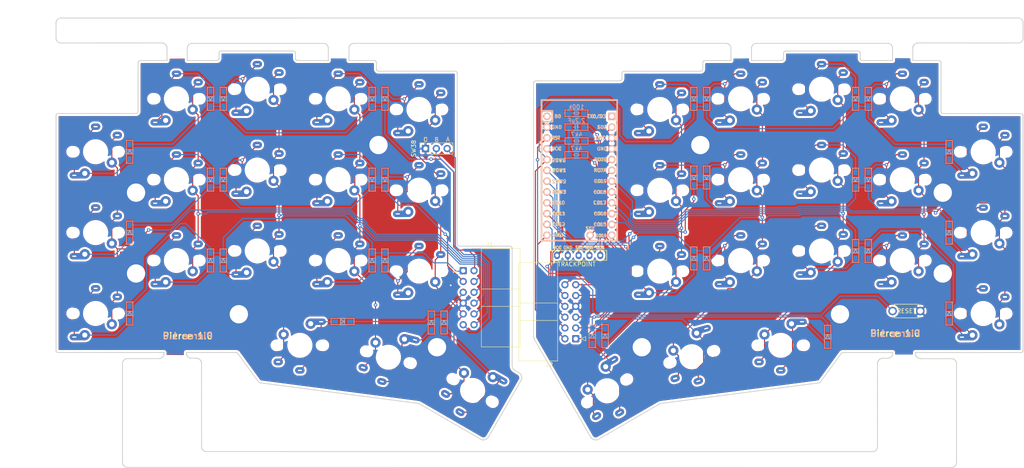
<source format=kicad_pcb>
(kicad_pcb (version 20171130) (host pcbnew 5.1.9-73d0e3b20d~88~ubuntu20.04.1)
  (title_block (title "Pierce Keyboard") (date 2021-02-12) (rev "v 0.1") (comment 4 "Author: Durken"))
  (layers (0 F.Cu signal) (31 B.Cu signal) (34 B.Paste user) (35 F.Paste user) (36 B.SilkS user) (37 F.SilkS user) (38 B.Mask user) (39 F.Mask user) (44 Edge.Cuts user))
  (net 0 "")
  (net 1 VCC)
  (net 2 "Net-(C1-Pad2)")
  (net 3 "Net-(D1-Pad2)")
  (net 4 row0l)
  (net 5 row1l)
  (net 6 "Net-(D2-Pad2)")
  (net 7 row2l)
  (net 8 "Net-(D3-Pad2)")
  (net 9 "Net-(D4-Pad2)")
  (net 10 row0)
  (net 11 "Net-(D5-Pad2)")
  (net 12 row1)
  (net 13 row2)
  (net 14 "Net-(D6-Pad2)")
  (net 15 row3)
  (net 16 "Net-(D7-Pad2)")
  (net 17 "Net-(D8-Pad2)")
  (net 18 "Net-(D9-Pad2)")
  (net 19 "Net-(D10-Pad2)")
  (net 20 "Net-(D11-Pad2)")
  (net 21 "Net-(D12-Pad2)")
  (net 22 "Net-(D13-Pad2)")
  (net 23 "Net-(D14-Pad2)")
  (net 24 "Net-(D15-Pad2)")
  (net 25 "Net-(D16-Pad2)")
  (net 26 "Net-(D17-Pad2)")
  (net 27 "Net-(D18-Pad2)")
  (net 28 row3l)
  (net 29 "Net-(D19-Pad2)")
  (net 30 "Net-(D20-Pad2)")
  (net 31 "Net-(D21-Pad2)")
  (net 32 "Net-(D22-Pad2)")
  (net 33 "Net-(D23-Pad2)")
  (net 34 "Net-(D24-Pad2)")
  (net 35 "Net-(D25-Pad2)")
  (net 36 "Net-(D26-Pad2)")
  (net 37 "Net-(D27-Pad2)")
  (net 38 "Net-(D28-Pad2)")
  (net 39 "Net-(D29-Pad2)")
  (net 40 "Net-(D30-Pad2)")
  (net 41 "Net-(D31-Pad2)")
  (net 42 "Net-(D32-Pad2)")
  (net 43 "Net-(D33-Pad2)")
  (net 44 "Net-(D34-Pad2)")
  (net 45 "Net-(D35-Pad2)")
  (net 46 "Net-(D36-Pad2)")
  (net 47 col1l)
  (net 48 col3l)
  (net 49 col0l)
  (net 50 col2l)
  (net 51 col4l)
  (net 52 col4)
  (net 53 col2)
  (net 54 col0)
  (net 55 col3)
  (net 56 col1)
  (net 57 GND)
  (net 58 SCL)
  (net 59 SDA)
  (net 60 col5)
  (net 61 col6)
  (net 62 col7)
  (net 63 col8)
  (net 64 col9)
  (net 65 reset)
  (net 66 rotb)
  (net 67 rota)
  (net 68 rotbl)
  (net 69 rotal)
  (net 70 GND1)
  (module kbd:M2_HOLE_v2 (layer F.Cu) (at 53.6717 57.265644)
    (fp_text reference Ref** hide)
    (fp_text value Val** hide)
    (pad "" np_thru_hole circle (at 0 0) (size 4.3 4.3) (drill 4.3) (layers *.Cu *.Mask))
  )
  (module kbd:M2_HOLE_v2 (layer F.Cu) (at 53.6717 76.265644)
    (fp_text reference Ref** hide)
    (fp_text value Val** hide)
    (pad "" np_thru_hole circle (at 0 0) (size 4.3 4.3) (drill 4.3) (layers *.Cu *.Mask))
  )
  (module kbd:M2_HOLE_v2 (layer F.Cu) (at 110.6484 46.0756)
    (fp_text reference Ref** hide)
    (fp_text value Val** hide)
    (pad "" np_thru_hole circle (at 0 0) (size 4.3 4.3) (drill 4.3) (layers *.Cu *.Mask))
  )
  (module kbd:M2_HOLE_v2 (layer F.Cu) (at 124.3984 93.5856)
    (fp_text reference Ref** hide)
    (fp_text value Val** hide)
    (pad "" np_thru_hole circle (at 0 0) (size 4.3 4.3) (drill 4.3) (layers *.Cu *.Mask))
  )
  (module kbd:M2_HOLE_v2 (layer F.Cu) (at 77.8284 85.835644)
    (fp_text reference Ref** hide)
    (fp_text value Val** hide)
    (pad "" np_thru_hole circle (at 0 0) (size 4.3 4.3) (drill 4.3) (layers *.Cu *.Mask))
  )
  (module kbd:M2_HOLE_v2 (layer F.Cu) (at 243.2525 57.2707)
    (fp_text reference Ref** hide)
    (fp_text value Val** hide)
    (pad "" np_thru_hole circle (at 0 0) (size 4.3 4.3) (drill 4.3) (layers *.Cu *.Mask))
  )
  (module kbd:M2_HOLE_v2 (layer F.Cu) (at 243.2525 76.2707)
    (fp_text reference Ref** hide)
    (fp_text value Val** hide)
    (pad "" np_thru_hole circle (at 0 0) (size 4.3 4.3) (drill 4.3) (layers *.Cu *.Mask))
  )
  (module kbd:M2_HOLE_v2 (layer F.Cu) (at 186.2758 46.0807)
    (fp_text reference Ref** hide)
    (fp_text value Val** hide)
    (pad "" np_thru_hole circle (at 0 0) (size 4.3 4.3) (drill 4.3) (layers *.Cu *.Mask))
  )
  (module kbd:M2_HOLE_v2 (layer F.Cu) (at 172.5258 93.5907)
    (fp_text reference Ref** hide)
    (fp_text value Val** hide)
    (pad "" np_thru_hole circle (at 0 0) (size 4.3 4.3) (drill 4.3) (layers *.Cu *.Mask))
  )
  (module kbd:M2_HOLE_v2 (layer F.Cu) (at 219.0958 85.8407)
    (fp_text reference Ref** hide)
    (fp_text value Val** hide)
    (pad "" np_thru_hole circle (at 0 0) (size 4.3 4.3) (drill 4.3) (layers *.Cu *.Mask))
  )
  (module pierce:Rotary_encoder_conn (layer F.Cu) (at 121.7 46.9 90)
    (fp_text reference SW38 (at 0 -2.77 90) (layer F.SilkS))
    (fp_text value Rotary_Encoder)
    (pad A thru_hole oval (at 0 5.08 90) (size 1.7 1.7) (drill 1) (layers *.Cu *.Mask) (net 69 rotal))
    (pad B thru_hole oval (at 0 2.54 90) (size 1.7 1.7) (drill 1) (layers *.Cu *.Mask) (net 68 rotbl))
    (pad C thru_hole rect (at 0 0 90) (size 1.7 1.7) (drill 1) (layers *.Cu *.Mask) (net 70 GND1))
  )
  (module Connector_IDC:IDC-Header_2x06_P2.54mm_Horizontal (layer F.Cu) (at 157 91.6 180)
    (fp_text reference J2 (at 6.215 -6.1) (layer F.SilkS))
    (fp_text value Conn_01x12)
    (pad 12 thru_hole circle (at 2.54 12.7 180) (size 1.7 1.7) (drill 1) (layers *.Cu *.Mask) (net 66 rotb))
    (pad 10 thru_hole circle (at 2.54 10.16 180) (size 1.7 1.7) (drill 1) (layers *.Cu *.Mask) (net 54 col0))
    (pad 8 thru_hole circle (at 2.54 7.62 180) (size 1.7 1.7) (drill 1) (layers *.Cu *.Mask) (net 56 col1))
    (pad 6 thru_hole circle (at 2.54 5.08 180) (size 1.7 1.7) (drill 1) (layers *.Cu *.Mask) (net 53 col2))
    (pad 4 thru_hole circle (at 2.54 2.54 180) (size 1.7 1.7) (drill 1) (layers *.Cu *.Mask) (net 55 col3))
    (pad 2 thru_hole circle (at 2.54 0 180) (size 1.7 1.7) (drill 1) (layers *.Cu *.Mask) (net 10 row0))
    (pad 11 thru_hole circle (at 0 12.7 180) (size 1.7 1.7) (drill 1) (layers *.Cu *.Mask) (net 67 rota))
    (pad 9 thru_hole circle (at 0 10.16 180) (size 1.7 1.7) (drill 1) (layers *.Cu *.Mask) (net 52 col4))
    (pad 7 thru_hole circle (at 0 7.62 180) (size 1.7 1.7) (drill 1) (layers *.Cu *.Mask) (net 57 GND))
    (pad 5 thru_hole circle (at 0 5.08 180) (size 1.7 1.7) (drill 1) (layers *.Cu *.Mask) (net 15 row3))
    (pad 3 thru_hole circle (at 0 2.54 180) (size 1.7 1.7) (drill 1) (layers *.Cu *.Mask) (net 12 row1))
    (pad 1 thru_hole roundrect (at 0 0 180) (size 1.7 1.7) (drill 1) (layers *.Cu *.Mask) (roundrect_rratio 0.147059) (net 13 row2))
  )
  (module Connector_IDC:IDC-Header_2x06_P2.54mm_Horizontal (layer F.Cu) (at 130.55 75.6)
    (fp_text reference J1 (at 6.215 -6.1) (layer F.SilkS))
    (fp_text value Conn_01x12)
    (pad 12 thru_hole circle (at 2.54 12.7) (size 1.7 1.7) (drill 1) (layers *.Cu *.Mask) (net 68 rotbl))
    (pad 10 thru_hole circle (at 2.54 10.16) (size 1.7 1.7) (drill 1) (layers *.Cu *.Mask) (net 49 col0l))
    (pad 8 thru_hole circle (at 2.54 7.62) (size 1.7 1.7) (drill 1) (layers *.Cu *.Mask) (net 47 col1l))
    (pad 6 thru_hole circle (at 2.54 5.08) (size 1.7 1.7) (drill 1) (layers *.Cu *.Mask) (net 50 col2l))
    (pad 4 thru_hole circle (at 2.54 2.54) (size 1.7 1.7) (drill 1) (layers *.Cu *.Mask) (net 48 col3l))
    (pad 2 thru_hole circle (at 2.54 0) (size 1.7 1.7) (drill 1) (layers *.Cu *.Mask) (net 4 row0l))
    (pad 11 thru_hole circle (at 0 12.7) (size 1.7 1.7) (drill 1) (layers *.Cu *.Mask) (net 69 rotal))
    (pad 9 thru_hole circle (at 0 10.16) (size 1.7 1.7) (drill 1) (layers *.Cu *.Mask) (net 51 col4l))
    (pad 7 thru_hole circle (at 0 7.62) (size 1.7 1.7) (drill 1) (layers *.Cu *.Mask) (net 70 GND1))
    (pad 5 thru_hole circle (at 0 5.08) (size 1.7 1.7) (drill 1) (layers *.Cu *.Mask) (net 28 row3l))
    (pad 3 thru_hole circle (at 0 2.54) (size 1.7 1.7) (drill 1) (layers *.Cu *.Mask) (net 5 row1l))
    (pad 1 thru_hole roundrect (at 0 0) (size 1.7 1.7) (drill 1) (layers *.Cu *.Mask) (roundrect_rratio 0.147059) (net 7 row2l))
  )
  (module pierce:Elite-C_reverse_D5 (layer F.Cu) (at 157.6 53.3)
    (fp_text reference U1 hide)
    (fp_text value Elite-C_reverse hide)
    (fp_text user B0 (at -4.826 -13.97) (layer B.SilkS) (effects (font (size 0.8 0.8)) (justify mirror)))
    (fp_text user GND (at -5.08 -11.43) (layer B.SilkS) (effects (font (size 0.8 0.8)) (justify mirror)))
    (fp_text user RST (at -5.334 -8.89) (layer B.SilkS) (effects (font (size 0.8 0.8)) (justify mirror)))
    (fp_text user VCC (at -5.08 -6.35) (layer B.SilkS) (effects (font (size 0.8 0.8)) (justify mirror)))
    (fp_text user SCL (at 2.794 12.4) (layer B.SilkS) (effects (font (size 0.8 0.8)) (justify mirror)))
    (fp_text user COL9 (at 5.2 1.27) (layer B.SilkS) (effects (font (size 0.8 0.8)) (justify mirror)))
    (fp_text user ROTA (at 5.2 -1.3) (layer B.SilkS) (effects (font (size 0.8 0.8)) (justify mirror)))
    (fp_text user ROTB (at 5.3 -3.81) (layer B.SilkS) (effects (font (size 0.8 0.8)) (justify mirror)))
    (fp_text user GND (at 5.588 -6.35) (layer B.SilkS) (effects (font (size 0.8 0.8)) (justify mirror)))
    (fp_text user GND (at 5.334 -8.89) (layer B.SilkS) (effects (font (size 0.8 0.8)) (justify mirror)))
    (fp_text user SDA (at 5.588 -11.43) (layer B.SilkS) (effects (font (size 0.8 0.8)) (justify mirror)))
    (fp_text user TX0/D3 (at 4.318 -13.97) (layer B.SilkS) (effects (font (size 0.8 0.8)) (justify mirror)))
    (fp_text user SCL (at 2.794 12.4) (layer F.SilkS) (effects (font (size 0.8 0.8))))
    (fp_text user COL3 (at -4.8 13.95 unlocked) (layer F.SilkS) (effects (font (size 0.7 0.7))))
    (fp_text user TX0/D3 (at 4.318 -13.97) (layer F.SilkS) (effects (font (size 0.8 0.8))))
    (fp_text user SDA (at 5.588 -11.43) (layer F.SilkS) (effects (font (size 0.8 0.8))))
    (fp_text user ROTA (at 5.1 -1.27) (layer F.SilkS) (effects (font (size 0.8 0.8))))
    (fp_text user ROTB (at 5.25 -3.81) (layer F.SilkS) (effects (font (size 0.8 0.8))))
    (fp_text user GND (at 5.588 -6.35) (layer F.SilkS) (effects (font (size 0.8 0.8))))
    (fp_text user GND (at 5.334 -8.89) (layer F.SilkS) (effects (font (size 0.8 0.8))))
    (fp_text user COL9 (at 5.2 1.27) (layer F.SilkS) (effects (font (size 0.8 0.8))))
    (fp_text user COL8 (at 5.075 3.825) (layer F.SilkS) (effects (font (size 0.8 0.8))))
    (fp_text user COL7 (at 5.05 6.35) (layer F.SilkS) (effects (font (size 0.8 0.8))))
    (fp_text user COL6 (at 5.15 8.89) (layer F.SilkS) (effects (font (size 0.8 0.8))))
    (fp_text user COL5 (at 5.1 11.43) (layer F.SilkS) (effects (font (size 0.8 0.8))))
    (fp_text user COL4 (at 5.35 14.05) (layer F.SilkS) (effects (font (size 0.7 0.7))))
    (fp_text user COL1 (at -4.6 8.89) (layer F.SilkS) (effects (font (size 0.8 0.8))))
    (fp_text user COL0 (at -4.65 6.35) (layer F.SilkS) (effects (font (size 0.8 0.8))))
    (fp_text user ROW0 (at -4.6 -3.6) (layer F.SilkS) (effects (font (size 0.8 0.8))))
    (fp_text user VCC (at -5.08 -6.35) (layer F.SilkS) (effects (font (size 0.8 0.8))))
    (fp_text user RST (at -5.334 -8.89) (layer F.SilkS) (effects (font (size 0.8 0.8))))
    (fp_text user GND (at -5.08 -11.43) (layer F.SilkS) (effects (font (size 0.8 0.8))))
    (fp_text user B0 (at -4.826 -13.97) (layer F.SilkS) (effects (font (size 0.8 0.8))))
    (fp_text user ROW1 (at -4.5 -1.27) (layer F.SilkS) (effects (font (size 0.8 0.8))))
    (fp_text user ROW2 (at -4.5 1.35) (layer F.SilkS) (effects (font (size 0.8 0.8))))
    (fp_text user ROW3 (at -4.5 3.8) (layer F.SilkS) (effects (font (size 0.8 0.8))))
    (fp_text user COL2 (at -4.65 11.4) (layer F.SilkS) (effects (font (size 0.8 0.8))))
    (pad 26 thru_hole circle (at 2.794 13.97 270) (size 1.7526 1.7526) (drill 1.0922) (layers *.Cu *.SilkS *.Mask) (net 58 SCL))
    (pad 1 thru_hole rect (at 7.874 -13.97 270) (size 1.7526 1.7526) (drill 1.0922) (layers *.Cu *.SilkS *.Mask))
    (pad 13 thru_hole circle (at -7.366 13.97 270) (size 1.7526 1.7526) (drill 1.0922) (layers *.Cu *.SilkS *.Mask) (net 55 col3))
    (pad 2 thru_hole circle (at 7.874 -11.43 270) (size 1.7526 1.7526) (drill 1.0922) (layers *.Cu *.SilkS *.Mask) (net 59 SDA))
    (pad 3 thru_hole circle (at 7.874 -8.89 270) (size 1.7526 1.7526) (drill 1.0922) (layers *.Cu *.SilkS *.Mask) (net 57 GND))
    (pad 4 thru_hole circle (at 7.874 -6.35 270) (size 1.7526 1.7526) (drill 1.0922) (layers *.Cu *.SilkS *.Mask) (net 57 GND))
    (pad 5 thru_hole circle (at 7.874 -3.81 270) (size 1.7526 1.7526) (drill 1.0922) (layers *.Cu *.SilkS *.Mask) (net 66 rotb))
    (pad 6 thru_hole circle (at 7.874 -1.27 270) (size 1.7526 1.7526) (drill 1.0922) (layers *.Cu *.SilkS *.Mask) (net 67 rota))
    (pad 7 thru_hole circle (at 7.874 1.27 270) (size 1.7526 1.7526) (drill 1.0922) (layers *.Cu *.SilkS *.Mask) (net 64 col9))
    (pad 8 thru_hole circle (at 7.874 3.81 270) (size 1.7526 1.7526) (drill 1.0922) (layers *.Cu *.SilkS *.Mask) (net 63 col8))
    (pad 9 thru_hole circle (at 7.874 6.35 270) (size 1.7526 1.7526) (drill 1.0922) (layers *.Cu *.SilkS *.Mask) (net 62 col7))
    (pad 10 thru_hole circle (at 7.874 8.89 270) (size 1.7526 1.7526) (drill 1.0922) (layers *.Cu *.SilkS *.Mask) (net 61 col6))
    (pad 11 thru_hole circle (at 7.874 11.43 270) (size 1.7526 1.7526) (drill 1.0922) (layers *.Cu *.SilkS *.Mask) (net 60 col5))
    (pad 12 thru_hole circle (at 7.874 13.97 270) (size 1.7526 1.7526) (drill 1.0922) (layers *.Cu *.SilkS *.Mask) (net 52 col4))
    (pad 14 thru_hole circle (at -7.366 11.43 270) (size 1.7526 1.7526) (drill 1.0922) (layers *.Cu *.SilkS *.Mask) (net 53 col2))
    (pad 15 thru_hole circle (at -7.366 8.89 270) (size 1.7526 1.7526) (drill 1.0922) (layers *.Cu *.SilkS *.Mask) (net 56 col1))
    (pad 16 thru_hole circle (at -7.366 6.35 270) (size 1.7526 1.7526) (drill 1.0922) (layers *.Cu *.SilkS *.Mask) (net 54 col0))
    (pad 17 thru_hole circle (at -7.366 3.81 270) (size 1.7526 1.7526) (drill 1.0922) (layers *.Cu *.SilkS *.Mask) (net 15 row3))
    (pad 18 thru_hole circle (at -7.366 1.27 270) (size 1.7526 1.7526) (drill 1.0922) (layers *.Cu *.SilkS *.Mask) (net 13 row2))
    (pad 19 thru_hole circle (at -7.366 -1.27 270) (size 1.7526 1.7526) (drill 1.0922) (layers *.Cu *.SilkS *.Mask) (net 12 row1))
    (pad 20 thru_hole circle (at -7.366 -3.81 270) (size 1.7526 1.7526) (drill 1.0922) (layers *.Cu *.SilkS *.Mask) (net 10 row0))
    (pad 21 thru_hole circle (at -7.366 -6.35 270) (size 1.7526 1.7526) (drill 1.0922) (layers *.Cu *.SilkS *.Mask) (net 1 VCC))
    (pad 22 thru_hole circle (at -7.366 -8.89 270) (size 1.7526 1.7526) (drill 1.0922) (layers *.Cu *.SilkS *.Mask) (net 65 reset))
    (pad 23 thru_hole circle (at -7.366 -11.43 270) (size 1.7526 1.7526) (drill 1.0922) (layers *.Cu *.SilkS *.Mask) (net 57 GND))
    (pad 24 thru_hole circle (at -7.366 -13.97 270) (size 1.7526 1.7526) (drill 1.0922) (layers *.Cu *.SilkS *.Mask))
  )
  (module kbd:CherryMX_ChocV2_1u (layer F.Cu) (at 214.754847 51.960224 180)
    (fp_text reference SW20 hide)
    (fp_text value SW_PUSH hide)
    (pad 2 thru_hole circle (at 2.54 -5.08 180) (size 2.4 2.4) (drill 1.2) (layers *.Cu B.Mask) (net 30 "Net-(D20-Pad2)"))
    (pad 2 thru_hole oval (at 5 -5.55 180.5) (size 4.4 1.5) (drill oval 1 0.3 (offset -1.1 0)) (layers *.Cu B.Mask) (net 30 "Net-(D20-Pad2)"))
    (pad 1 thru_hole oval (at -5.1 3.9 180) (size 2.2 1.6) (drill oval 1 0.4) (layers *.Cu B.Mask) (net 62 col7))
    (pad "" np_thru_hole circle (at 0 0 270) (size 4.9 4.9) (drill 4.9) (layers *.Cu *.Mask))
    (pad "" np_thru_hole circle (at -5.5 0 270) (size 1.8 1.8) (drill 1.8) (layers *.Cu *.Mask))
    (pad "" np_thru_hole circle (at 5.5 0 270) (size 1.8 1.8) (drill 1.8) (layers *.Cu *.Mask))
    (pad 2 thru_hole oval (at 0 5.9 180) (size 2.2 1.5) (drill oval 1 0.3) (layers *.Cu B.Mask) (net 30 "Net-(D20-Pad2)"))
    (pad 1 thru_hole circle (at -3.81 -2.54 180) (size 2.4 2.4) (drill 1.2) (layers *.Cu B.Mask) (net 62 col7))
    (pad "" np_thru_hole circle (at 5.08 0 180) (size 1.7 1.7) (drill 1.7) (layers *.Cu *.Mask))
    (pad "" np_thru_hole circle (at -5.08 0 180) (size 1.7 1.7) (drill 1.7) (layers *.Cu *.Mask))
  )
  (module kbd:CherryMX_ChocV2_1u (layer F.Cu) (at 252.754847 85.673598 180)
    (fp_text reference SW36 hide)
    (fp_text value SW_PUSH hide)
    (pad 2 thru_hole circle (at 2.54 -5.08 180) (size 2.4 2.4) (drill 1.2) (layers *.Cu B.Mask) (net 46 "Net-(D36-Pad2)"))
    (pad 2 thru_hole oval (at 5 -5.55 180.5) (size 4.4 1.5) (drill oval 1 0.3 (offset -1.1 0)) (layers *.Cu B.Mask) (net 46 "Net-(D36-Pad2)"))
    (pad 1 thru_hole oval (at -5.1 3.9 180) (size 2.2 1.6) (drill oval 1 0.4) (layers *.Cu B.Mask) (net 64 col9))
    (pad "" np_thru_hole circle (at 0 0 270) (size 4.9 4.9) (drill 4.9) (layers *.Cu *.Mask))
    (pad "" np_thru_hole circle (at -5.5 0 270) (size 1.8 1.8) (drill 1.8) (layers *.Cu *.Mask))
    (pad "" np_thru_hole circle (at 5.5 0 270) (size 1.8 1.8) (drill 1.8) (layers *.Cu *.Mask))
    (pad 2 thru_hole oval (at 0 5.9 180) (size 2.2 1.5) (drill oval 1 0.3) (layers *.Cu B.Mask) (net 46 "Net-(D36-Pad2)"))
    (pad 1 thru_hole circle (at -3.81 -2.54 180) (size 2.4 2.4) (drill 1.2) (layers *.Cu B.Mask) (net 64 col9))
    (pad "" np_thru_hole circle (at 5.08 0 180) (size 1.7 1.7) (drill 1.7) (layers *.Cu *.Mask))
    (pad "" np_thru_hole circle (at -5.08 0 180) (size 1.7 1.7) (drill 1.7) (layers *.Cu *.Mask))
  )
  (module kbd:CherryMX_ChocV2_1u (layer F.Cu) (at 252.754847 66.673598 180)
    (fp_text reference SW35 hide)
    (fp_text value SW_PUSH hide)
    (pad 2 thru_hole circle (at 2.54 -5.08 180) (size 2.4 2.4) (drill 1.2) (layers *.Cu B.Mask) (net 45 "Net-(D35-Pad2)"))
    (pad 2 thru_hole oval (at 5 -5.55 180.5) (size 4.4 1.5) (drill oval 1 0.3 (offset -1.1 0)) (layers *.Cu B.Mask) (net 45 "Net-(D35-Pad2)"))
    (pad 1 thru_hole oval (at -5.1 3.9 180) (size 2.2 1.6) (drill oval 1 0.4) (layers *.Cu B.Mask) (net 64 col9))
    (pad "" np_thru_hole circle (at 0 0 270) (size 4.9 4.9) (drill 4.9) (layers *.Cu *.Mask))
    (pad "" np_thru_hole circle (at -5.5 0 270) (size 1.8 1.8) (drill 1.8) (layers *.Cu *.Mask))
    (pad "" np_thru_hole circle (at 5.5 0 270) (size 1.8 1.8) (drill 1.8) (layers *.Cu *.Mask))
    (pad 2 thru_hole oval (at 0 5.9 180) (size 2.2 1.5) (drill oval 1 0.3) (layers *.Cu B.Mask) (net 45 "Net-(D35-Pad2)"))
    (pad 1 thru_hole circle (at -3.81 -2.54 180) (size 2.4 2.4) (drill 1.2) (layers *.Cu B.Mask) (net 64 col9))
    (pad "" np_thru_hole circle (at 5.08 0 180) (size 1.7 1.7) (drill 1.7) (layers *.Cu *.Mask))
    (pad "" np_thru_hole circle (at -5.08 0 180) (size 1.7 1.7) (drill 1.7) (layers *.Cu *.Mask))
  )
  (module kbd:CherryMX_ChocV2_1u (layer F.Cu) (at 252.754847 47.673598 180)
    (fp_text reference SW34 hide)
    (fp_text value SW_PUSH hide)
    (pad 2 thru_hole circle (at 2.54 -5.08 180) (size 2.4 2.4) (drill 1.2) (layers *.Cu B.Mask) (net 44 "Net-(D34-Pad2)"))
    (pad 2 thru_hole oval (at 5 -5.55 180.5) (size 4.4 1.5) (drill oval 1 0.3 (offset -1.1 0)) (layers *.Cu B.Mask) (net 44 "Net-(D34-Pad2)"))
    (pad 1 thru_hole oval (at -5.1 3.9 180) (size 2.2 1.6) (drill oval 1 0.4) (layers *.Cu B.Mask) (net 64 col9))
    (pad "" np_thru_hole circle (at 0 0 270) (size 4.9 4.9) (drill 4.9) (layers *.Cu *.Mask))
    (pad "" np_thru_hole circle (at -5.5 0 270) (size 1.8 1.8) (drill 1.8) (layers *.Cu *.Mask))
    (pad "" np_thru_hole circle (at 5.5 0 270) (size 1.8 1.8) (drill 1.8) (layers *.Cu *.Mask))
    (pad 2 thru_hole oval (at 0 5.9 180) (size 2.2 1.5) (drill oval 1 0.3) (layers *.Cu B.Mask) (net 44 "Net-(D34-Pad2)"))
    (pad 1 thru_hole circle (at -3.81 -2.54 180) (size 2.4 2.4) (drill 1.2) (layers *.Cu B.Mask) (net 64 col9))
    (pad "" np_thru_hole circle (at 5.08 0 180) (size 1.7 1.7) (drill 1.7) (layers *.Cu *.Mask))
    (pad "" np_thru_hole circle (at -5.08 0 180) (size 1.7 1.7) (drill 1.7) (layers *.Cu *.Mask))
  )
  (module kbd:CherryMX_ChocV2_1u (layer F.Cu) (at 132.77 103.74 330)
    (fp_text reference SW33 hide)
    (fp_text value SW_PUSH hide)
    (pad 2 thru_hole circle (at 2.54 -5.08 330) (size 2.4 2.4) (drill 1.2) (layers *.Cu B.Mask) (net 43 "Net-(D33-Pad2)"))
    (pad 2 thru_hole oval (at 5 -5.55 330.5) (size 4.4 1.5) (drill oval 1 0.3 (offset -1.1 0)) (layers *.Cu B.Mask) (net 43 "Net-(D33-Pad2)"))
    (pad 1 thru_hole oval (at -5.1 3.9 330) (size 2.2 1.6) (drill oval 1 0.4) (layers *.Cu B.Mask) (net 51 col4l))
    (pad "" np_thru_hole circle (at 0 0 60) (size 4.9 4.9) (drill 4.9) (layers *.Cu *.Mask))
    (pad "" np_thru_hole circle (at -5.5 0 60) (size 1.8 1.8) (drill 1.8) (layers *.Cu *.Mask))
    (pad "" np_thru_hole circle (at 5.5 0 60) (size 1.8 1.8) (drill 1.8) (layers *.Cu *.Mask))
    (pad 2 thru_hole oval (at 0 5.9 330) (size 2.2 1.5) (drill oval 1 0.3) (layers *.Cu B.Mask) (net 43 "Net-(D33-Pad2)"))
    (pad 1 thru_hole circle (at -3.81 -2.54 330) (size 2.4 2.4) (drill 1.2) (layers *.Cu B.Mask) (net 51 col4l))
    (pad "" np_thru_hole circle (at 5.08 0 330) (size 1.7 1.7) (drill 1.7) (layers *.Cu *.Mask))
    (pad "" np_thru_hole circle (at -5.08 0 330) (size 1.7 1.7) (drill 1.7) (layers *.Cu *.Mask))
  )
  (module kbd:CherryMX_ChocV2_1u (layer F.Cu) (at 120.168391 75.70494 180)
    (fp_text reference SW32 hide)
    (fp_text value SW_PUSH hide)
    (pad 2 thru_hole circle (at 2.54 -5.08 180) (size 2.4 2.4) (drill 1.2) (layers *.Cu B.Mask) (net 42 "Net-(D32-Pad2)"))
    (pad 2 thru_hole oval (at 5 -5.55 180.5) (size 4.4 1.5) (drill oval 1 0.3 (offset -1.1 0)) (layers *.Cu B.Mask) (net 42 "Net-(D32-Pad2)"))
    (pad 1 thru_hole oval (at -5.1 3.9 180) (size 2.2 1.6) (drill oval 1 0.4) (layers *.Cu B.Mask) (net 51 col4l))
    (pad "" np_thru_hole circle (at 0 0 270) (size 4.9 4.9) (drill 4.9) (layers *.Cu *.Mask))
    (pad "" np_thru_hole circle (at -5.5 0 270) (size 1.8 1.8) (drill 1.8) (layers *.Cu *.Mask))
    (pad "" np_thru_hole circle (at 5.5 0 270) (size 1.8 1.8) (drill 1.8) (layers *.Cu *.Mask))
    (pad 2 thru_hole oval (at 0 5.9 180) (size 2.2 1.5) (drill oval 1 0.3) (layers *.Cu B.Mask) (net 42 "Net-(D32-Pad2)"))
    (pad 1 thru_hole circle (at -3.81 -2.54 180) (size 2.4 2.4) (drill 1.2) (layers *.Cu B.Mask) (net 51 col4l))
    (pad "" np_thru_hole circle (at 5.08 0 180) (size 1.7 1.7) (drill 1.7) (layers *.Cu *.Mask))
    (pad "" np_thru_hole circle (at -5.08 0 180) (size 1.7 1.7) (drill 1.7) (layers *.Cu *.Mask))
  )
  (module kbd:CherryMX_ChocV2_1u (layer F.Cu) (at 120.168391 56.70494 180)
    (fp_text reference SW31 hide)
    (fp_text value SW_PUSH hide)
    (pad 2 thru_hole circle (at 2.54 -5.08 180) (size 2.4 2.4) (drill 1.2) (layers *.Cu B.Mask) (net 41 "Net-(D31-Pad2)"))
    (pad 2 thru_hole oval (at 5 -5.55 180.5) (size 4.4 1.5) (drill oval 1 0.3 (offset -1.1 0)) (layers *.Cu B.Mask) (net 41 "Net-(D31-Pad2)"))
    (pad 1 thru_hole oval (at -5.1 3.9 180) (size 2.2 1.6) (drill oval 1 0.4) (layers *.Cu B.Mask) (net 51 col4l))
    (pad "" np_thru_hole circle (at 0 0 270) (size 4.9 4.9) (drill 4.9) (layers *.Cu *.Mask))
    (pad "" np_thru_hole circle (at -5.5 0 270) (size 1.8 1.8) (drill 1.8) (layers *.Cu *.Mask))
    (pad "" np_thru_hole circle (at 5.5 0 270) (size 1.8 1.8) (drill 1.8) (layers *.Cu *.Mask))
    (pad 2 thru_hole oval (at 0 5.9 180) (size 2.2 1.5) (drill oval 1 0.3) (layers *.Cu B.Mask) (net 41 "Net-(D31-Pad2)"))
    (pad 1 thru_hole circle (at -3.81 -2.54 180) (size 2.4 2.4) (drill 1.2) (layers *.Cu B.Mask) (net 51 col4l))
    (pad "" np_thru_hole circle (at 5.08 0 180) (size 1.7 1.7) (drill 1.7) (layers *.Cu *.Mask))
    (pad "" np_thru_hole circle (at -5.08 0 180) (size 1.7 1.7) (drill 1.7) (layers *.Cu *.Mask))
  )
  (module kbd:CherryMX_ChocV2_1u (layer F.Cu) (at 120.168391 37.70494 180)
    (fp_text reference SW30 hide)
    (fp_text value SW_PUSH hide)
    (pad 2 thru_hole circle (at 2.54 -5.08 180) (size 2.4 2.4) (drill 1.2) (layers *.Cu B.Mask) (net 40 "Net-(D30-Pad2)"))
    (pad 2 thru_hole oval (at 5 -5.55 180.5) (size 4.4 1.5) (drill oval 1 0.3 (offset -1.1 0)) (layers *.Cu B.Mask) (net 40 "Net-(D30-Pad2)"))
    (pad 1 thru_hole oval (at -5.1 3.9 180) (size 2.2 1.6) (drill oval 1 0.4) (layers *.Cu B.Mask) (net 51 col4l))
    (pad "" np_thru_hole circle (at 0 0 270) (size 4.9 4.9) (drill 4.9) (layers *.Cu *.Mask))
    (pad "" np_thru_hole circle (at -5.5 0 270) (size 1.8 1.8) (drill 1.8) (layers *.Cu *.Mask))
    (pad "" np_thru_hole circle (at 5.5 0 270) (size 1.8 1.8) (drill 1.8) (layers *.Cu *.Mask))
    (pad 2 thru_hole oval (at 0 5.9 180) (size 2.2 1.5) (drill oval 1 0.3) (layers *.Cu B.Mask) (net 40 "Net-(D30-Pad2)"))
    (pad 1 thru_hole circle (at -3.81 -2.54 180) (size 2.4 2.4) (drill 1.2) (layers *.Cu B.Mask) (net 51 col4l))
    (pad "" np_thru_hole circle (at 5.08 0 180) (size 1.7 1.7) (drill 1.7) (layers *.Cu *.Mask))
    (pad "" np_thru_hole circle (at -5.08 0 180) (size 1.7 1.7) (drill 1.7) (layers *.Cu *.Mask))
  )
  (module kbd:CherryMX_ChocV2_1u (layer F.Cu) (at 233.754847 73.210662 180)
    (fp_text reference SW29 hide)
    (fp_text value SW_PUSH hide)
    (pad 2 thru_hole circle (at 2.54 -5.08 180) (size 2.4 2.4) (drill 1.2) (layers *.Cu B.Mask) (net 39 "Net-(D29-Pad2)"))
    (pad 2 thru_hole oval (at 5 -5.55 180.5) (size 4.4 1.5) (drill oval 1 0.3 (offset -1.1 0)) (layers *.Cu B.Mask) (net 39 "Net-(D29-Pad2)"))
    (pad 1 thru_hole oval (at -5.1 3.9 180) (size 2.2 1.6) (drill oval 1 0.4) (layers *.Cu B.Mask) (net 63 col8))
    (pad "" np_thru_hole circle (at 0 0 270) (size 4.9 4.9) (drill 4.9) (layers *.Cu *.Mask))
    (pad "" np_thru_hole circle (at -5.5 0 270) (size 1.8 1.8) (drill 1.8) (layers *.Cu *.Mask))
    (pad "" np_thru_hole circle (at 5.5 0 270) (size 1.8 1.8) (drill 1.8) (layers *.Cu *.Mask))
    (pad 2 thru_hole oval (at 0 5.9 180) (size 2.2 1.5) (drill oval 1 0.3) (layers *.Cu B.Mask) (net 39 "Net-(D29-Pad2)"))
    (pad 1 thru_hole circle (at -3.81 -2.54 180) (size 2.4 2.4) (drill 1.2) (layers *.Cu B.Mask) (net 63 col8))
    (pad "" np_thru_hole circle (at 5.08 0 180) (size 1.7 1.7) (drill 1.7) (layers *.Cu *.Mask))
    (pad "" np_thru_hole circle (at -5.08 0 180) (size 1.7 1.7) (drill 1.7) (layers *.Cu *.Mask))
  )
  (module kbd:CherryMX_ChocV2_1u (layer F.Cu) (at 233.754847 54.210662 180)
    (fp_text reference SW28 hide)
    (fp_text value SW_PUSH hide)
    (pad 2 thru_hole circle (at 2.54 -5.08 180) (size 2.4 2.4) (drill 1.2) (layers *.Cu B.Mask) (net 38 "Net-(D28-Pad2)"))
    (pad 2 thru_hole oval (at 5 -5.55 180.5) (size 4.4 1.5) (drill oval 1 0.3 (offset -1.1 0)) (layers *.Cu B.Mask) (net 38 "Net-(D28-Pad2)"))
    (pad 1 thru_hole oval (at -5.1 3.9 180) (size 2.2 1.6) (drill oval 1 0.4) (layers *.Cu B.Mask) (net 63 col8))
    (pad "" np_thru_hole circle (at 0 0 270) (size 4.9 4.9) (drill 4.9) (layers *.Cu *.Mask))
    (pad "" np_thru_hole circle (at -5.5 0 270) (size 1.8 1.8) (drill 1.8) (layers *.Cu *.Mask))
    (pad "" np_thru_hole circle (at 5.5 0 270) (size 1.8 1.8) (drill 1.8) (layers *.Cu *.Mask))
    (pad 2 thru_hole oval (at 0 5.9 180) (size 2.2 1.5) (drill oval 1 0.3) (layers *.Cu B.Mask) (net 38 "Net-(D28-Pad2)"))
    (pad 1 thru_hole circle (at -3.81 -2.54 180) (size 2.4 2.4) (drill 1.2) (layers *.Cu B.Mask) (net 63 col8))
    (pad "" np_thru_hole circle (at 5.08 0 180) (size 1.7 1.7) (drill 1.7) (layers *.Cu *.Mask))
    (pad "" np_thru_hole circle (at -5.08 0 180) (size 1.7 1.7) (drill 1.7) (layers *.Cu *.Mask))
  )
  (module kbd:CherryMX_ChocV2_1u (layer F.Cu) (at 233.754847 35.210662 180)
    (fp_text reference SW27 hide)
    (fp_text value SW_PUSH hide)
    (pad 2 thru_hole circle (at 2.54 -5.08 180) (size 2.4 2.4) (drill 1.2) (layers *.Cu B.Mask) (net 37 "Net-(D27-Pad2)"))
    (pad 2 thru_hole oval (at 5 -5.55 180.5) (size 4.4 1.5) (drill oval 1 0.3 (offset -1.1 0)) (layers *.Cu B.Mask) (net 37 "Net-(D27-Pad2)"))
    (pad 1 thru_hole oval (at -5.1 3.9 180) (size 2.2 1.6) (drill oval 1 0.4) (layers *.Cu B.Mask) (net 63 col8))
    (pad "" np_thru_hole circle (at 0 0 270) (size 4.9 4.9) (drill 4.9) (layers *.Cu *.Mask))
    (pad "" np_thru_hole circle (at -5.5 0 270) (size 1.8 1.8) (drill 1.8) (layers *.Cu *.Mask))
    (pad "" np_thru_hole circle (at 5.5 0 270) (size 1.8 1.8) (drill 1.8) (layers *.Cu *.Mask))
    (pad 2 thru_hole oval (at 0 5.9 180) (size 2.2 1.5) (drill oval 1 0.3) (layers *.Cu B.Mask) (net 37 "Net-(D27-Pad2)"))
    (pad 1 thru_hole circle (at -3.81 -2.54 180) (size 2.4 2.4) (drill 1.2) (layers *.Cu B.Mask) (net 63 col8))
    (pad "" np_thru_hole circle (at 5.08 0 180) (size 1.7 1.7) (drill 1.7) (layers *.Cu *.Mask))
    (pad "" np_thru_hole circle (at -5.08 0 180) (size 1.7 1.7) (drill 1.7) (layers *.Cu *.Mask))
  )
  (module kbd:CherryMX_ChocV2_1u (layer F.Cu) (at 112.97 95.94 345)
    (fp_text reference SW26 hide)
    (fp_text value SW_PUSH hide)
    (pad 2 thru_hole circle (at 2.54 -5.08 345) (size 2.4 2.4) (drill 1.2) (layers *.Cu B.Mask) (net 36 "Net-(D26-Pad2)"))
    (pad 2 thru_hole oval (at 5 -5.55 345.5) (size 4.4 1.5) (drill oval 1 0.3 (offset -1.1 0)) (layers *.Cu B.Mask) (net 36 "Net-(D26-Pad2)"))
    (pad 1 thru_hole oval (at -5.1 3.9 345) (size 2.2 1.6) (drill oval 1 0.4) (layers *.Cu B.Mask) (net 48 col3l))
    (pad "" np_thru_hole circle (at 0 0 75) (size 4.9 4.9) (drill 4.9) (layers *.Cu *.Mask))
    (pad "" np_thru_hole circle (at -5.5 0 75) (size 1.8 1.8) (drill 1.8) (layers *.Cu *.Mask))
    (pad "" np_thru_hole circle (at 5.5 0 75) (size 1.8 1.8) (drill 1.8) (layers *.Cu *.Mask))
    (pad 2 thru_hole oval (at 0 5.9 345) (size 2.2 1.5) (drill oval 1 0.3) (layers *.Cu B.Mask) (net 36 "Net-(D26-Pad2)"))
    (pad 1 thru_hole circle (at -3.81 -2.54 345) (size 2.4 2.4) (drill 1.2) (layers *.Cu B.Mask) (net 48 col3l))
    (pad "" np_thru_hole circle (at 5.08 0 345) (size 1.7 1.7) (drill 1.7) (layers *.Cu *.Mask))
    (pad "" np_thru_hole circle (at -5.08 0 345) (size 1.7 1.7) (drill 1.7) (layers *.Cu *.Mask))
  )
  (module kbd:CherryMX_ChocV2_1u (layer F.Cu) (at 101.168391 73.205582 180)
    (fp_text reference SW25 hide)
    (fp_text value SW_PUSH hide)
    (pad 2 thru_hole circle (at 2.54 -5.08 180) (size 2.4 2.4) (drill 1.2) (layers *.Cu B.Mask) (net 35 "Net-(D25-Pad2)"))
    (pad 2 thru_hole oval (at 5 -5.55 180.5) (size 4.4 1.5) (drill oval 1 0.3 (offset -1.1 0)) (layers *.Cu B.Mask) (net 35 "Net-(D25-Pad2)"))
    (pad 1 thru_hole oval (at -5.1 3.9 180) (size 2.2 1.6) (drill oval 1 0.4) (layers *.Cu B.Mask) (net 48 col3l))
    (pad "" np_thru_hole circle (at 0 0 270) (size 4.9 4.9) (drill 4.9) (layers *.Cu *.Mask))
    (pad "" np_thru_hole circle (at -5.5 0 270) (size 1.8 1.8) (drill 1.8) (layers *.Cu *.Mask))
    (pad "" np_thru_hole circle (at 5.5 0 270) (size 1.8 1.8) (drill 1.8) (layers *.Cu *.Mask))
    (pad 2 thru_hole oval (at 0 5.9 180) (size 2.2 1.5) (drill oval 1 0.3) (layers *.Cu B.Mask) (net 35 "Net-(D25-Pad2)"))
    (pad 1 thru_hole circle (at -3.81 -2.54 180) (size 2.4 2.4) (drill 1.2) (layers *.Cu B.Mask) (net 48 col3l))
    (pad "" np_thru_hole circle (at 5.08 0 180) (size 1.7 1.7) (drill 1.7) (layers *.Cu *.Mask))
    (pad "" np_thru_hole circle (at -5.08 0 180) (size 1.7 1.7) (drill 1.7) (layers *.Cu *.Mask))
  )
  (module kbd:CherryMX_ChocV2_1u (layer F.Cu) (at 101.168391 54.205582 180)
    (fp_text reference SW24 hide)
    (fp_text value SW_PUSH hide)
    (pad 2 thru_hole circle (at 2.54 -5.08 180) (size 2.4 2.4) (drill 1.2) (layers *.Cu B.Mask) (net 34 "Net-(D24-Pad2)"))
    (pad 2 thru_hole oval (at 5 -5.55 180.5) (size 4.4 1.5) (drill oval 1 0.3 (offset -1.1 0)) (layers *.Cu B.Mask) (net 34 "Net-(D24-Pad2)"))
    (pad 1 thru_hole oval (at -5.1 3.9 180) (size 2.2 1.6) (drill oval 1 0.4) (layers *.Cu B.Mask) (net 48 col3l))
    (pad "" np_thru_hole circle (at 0 0 270) (size 4.9 4.9) (drill 4.9) (layers *.Cu *.Mask))
    (pad "" np_thru_hole circle (at -5.5 0 270) (size 1.8 1.8) (drill 1.8) (layers *.Cu *.Mask))
    (pad "" np_thru_hole circle (at 5.5 0 270) (size 1.8 1.8) (drill 1.8) (layers *.Cu *.Mask))
    (pad 2 thru_hole oval (at 0 5.9 180) (size 2.2 1.5) (drill oval 1 0.3) (layers *.Cu B.Mask) (net 34 "Net-(D24-Pad2)"))
    (pad 1 thru_hole circle (at -3.81 -2.54 180) (size 2.4 2.4) (drill 1.2) (layers *.Cu B.Mask) (net 48 col3l))
    (pad "" np_thru_hole circle (at 5.08 0 180) (size 1.7 1.7) (drill 1.7) (layers *.Cu *.Mask))
    (pad "" np_thru_hole circle (at -5.08 0 180) (size 1.7 1.7) (drill 1.7) (layers *.Cu *.Mask))
  )
  (module kbd:CherryMX_ChocV2_1u (layer F.Cu) (at 101.168391 35.205582 180)
    (fp_text reference SW23 hide)
    (fp_text value SW_PUSH hide)
    (pad 2 thru_hole circle (at 2.54 -5.08 180) (size 2.4 2.4) (drill 1.2) (layers *.Cu B.Mask) (net 33 "Net-(D23-Pad2)"))
    (pad 2 thru_hole oval (at 5 -5.55 180.5) (size 4.4 1.5) (drill oval 1 0.3 (offset -1.1 0)) (layers *.Cu B.Mask) (net 33 "Net-(D23-Pad2)"))
    (pad 1 thru_hole oval (at -5.1 3.9 180) (size 2.2 1.6) (drill oval 1 0.4) (layers *.Cu B.Mask) (net 48 col3l))
    (pad "" np_thru_hole circle (at 0 0 270) (size 4.9 4.9) (drill 4.9) (layers *.Cu *.Mask))
    (pad "" np_thru_hole circle (at -5.5 0 270) (size 1.8 1.8) (drill 1.8) (layers *.Cu *.Mask))
    (pad "" np_thru_hole circle (at 5.5 0 270) (size 1.8 1.8) (drill 1.8) (layers *.Cu *.Mask))
    (pad 2 thru_hole oval (at 0 5.9 180) (size 2.2 1.5) (drill oval 1 0.3) (layers *.Cu B.Mask) (net 33 "Net-(D23-Pad2)"))
    (pad 1 thru_hole circle (at -3.81 -2.54 180) (size 2.4 2.4) (drill 1.2) (layers *.Cu B.Mask) (net 48 col3l))
    (pad "" np_thru_hole circle (at 5.08 0 180) (size 1.7 1.7) (drill 1.7) (layers *.Cu *.Mask))
    (pad "" np_thru_hole circle (at -5.08 0 180) (size 1.7 1.7) (drill 1.7) (layers *.Cu *.Mask))
  )
  (module kbd:CherryMX_ChocV2_1u (layer F.Cu) (at 205.17 93.14)
    (fp_text reference SW22 hide)
    (fp_text value SW_PUSH hide)
    (pad 2 thru_hole circle (at 2.54 -5.08) (size 2.4 2.4) (drill 1.2) (layers *.Cu B.Mask) (net 32 "Net-(D22-Pad2)"))
    (pad 2 thru_hole oval (at 5 -5.55 0.5) (size 4.4 1.5) (drill oval 1 0.3 (offset -1.1 0)) (layers *.Cu B.Mask) (net 32 "Net-(D22-Pad2)"))
    (pad 1 thru_hole oval (at -5.1 3.9) (size 2.2 1.6) (drill oval 1 0.4) (layers *.Cu B.Mask) (net 62 col7))
    (pad "" np_thru_hole circle (at 0 0 90) (size 4.9 4.9) (drill 4.9) (layers *.Cu *.Mask))
    (pad "" np_thru_hole circle (at -5.5 0 90) (size 1.8 1.8) (drill 1.8) (layers *.Cu *.Mask))
    (pad "" np_thru_hole circle (at 5.5 0 90) (size 1.8 1.8) (drill 1.8) (layers *.Cu *.Mask))
    (pad 2 thru_hole oval (at 0 5.9) (size 2.2 1.5) (drill oval 1 0.3) (layers *.Cu B.Mask) (net 32 "Net-(D22-Pad2)"))
    (pad 1 thru_hole circle (at -3.81 -2.54) (size 2.4 2.4) (drill 1.2) (layers *.Cu B.Mask) (net 62 col7))
    (pad "" np_thru_hole circle (at 5.08 0) (size 1.7 1.7) (drill 1.7) (layers *.Cu *.Mask))
    (pad "" np_thru_hole circle (at -5.08 0) (size 1.7 1.7) (drill 1.7) (layers *.Cu *.Mask))
  )
  (module kbd:CherryMX_ChocV2_1u (layer F.Cu) (at 214.754847 70.960224 180)
    (fp_text reference SW21 hide)
    (fp_text value SW_PUSH hide)
    (pad 2 thru_hole circle (at 2.54 -5.08 180) (size 2.4 2.4) (drill 1.2) (layers *.Cu B.Mask) (net 31 "Net-(D21-Pad2)"))
    (pad 2 thru_hole oval (at 5 -5.55 180.5) (size 4.4 1.5) (drill oval 1 0.3 (offset -1.1 0)) (layers *.Cu B.Mask) (net 31 "Net-(D21-Pad2)"))
    (pad 1 thru_hole oval (at -5.1 3.9 180) (size 2.2 1.6) (drill oval 1 0.4) (layers *.Cu B.Mask) (net 62 col7))
    (pad "" np_thru_hole circle (at 0 0 270) (size 4.9 4.9) (drill 4.9) (layers *.Cu *.Mask))
    (pad "" np_thru_hole circle (at -5.5 0 270) (size 1.8 1.8) (drill 1.8) (layers *.Cu *.Mask))
    (pad "" np_thru_hole circle (at 5.5 0 270) (size 1.8 1.8) (drill 1.8) (layers *.Cu *.Mask))
    (pad 2 thru_hole oval (at 0 5.9 180) (size 2.2 1.5) (drill oval 1 0.3) (layers *.Cu B.Mask) (net 31 "Net-(D21-Pad2)"))
    (pad 1 thru_hole circle (at -3.81 -2.54 180) (size 2.4 2.4) (drill 1.2) (layers *.Cu B.Mask) (net 62 col7))
    (pad "" np_thru_hole circle (at 5.08 0 180) (size 1.7 1.7) (drill 1.7) (layers *.Cu *.Mask))
    (pad "" np_thru_hole circle (at -5.08 0 180) (size 1.7 1.7) (drill 1.7) (layers *.Cu *.Mask))
  )
  (module kbd:CherryMX_ChocV2_1u (layer F.Cu) (at 214.754847 32.960224 180)
    (fp_text reference SW19 hide)
    (fp_text value SW_PUSH hide)
    (pad 2 thru_hole circle (at 2.54 -5.08 180) (size 2.4 2.4) (drill 1.2) (layers *.Cu B.Mask) (net 29 "Net-(D19-Pad2)"))
    (pad 2 thru_hole oval (at 5 -5.55 180.5) (size 4.4 1.5) (drill oval 1 0.3 (offset -1.1 0)) (layers *.Cu B.Mask) (net 29 "Net-(D19-Pad2)"))
    (pad 1 thru_hole oval (at -5.1 3.9 180) (size 2.2 1.6) (drill oval 1 0.4) (layers *.Cu B.Mask) (net 62 col7))
    (pad "" np_thru_hole circle (at 0 0 270) (size 4.9 4.9) (drill 4.9) (layers *.Cu *.Mask))
    (pad "" np_thru_hole circle (at -5.5 0 270) (size 1.8 1.8) (drill 1.8) (layers *.Cu *.Mask))
    (pad "" np_thru_hole circle (at 5.5 0 270) (size 1.8 1.8) (drill 1.8) (layers *.Cu *.Mask))
    (pad 2 thru_hole oval (at 0 5.9 180) (size 2.2 1.5) (drill oval 1 0.3) (layers *.Cu B.Mask) (net 29 "Net-(D19-Pad2)"))
    (pad 1 thru_hole circle (at -3.81 -2.54 180) (size 2.4 2.4) (drill 1.2) (layers *.Cu B.Mask) (net 62 col7))
    (pad "" np_thru_hole circle (at 5.08 0 180) (size 1.7 1.7) (drill 1.7) (layers *.Cu *.Mask))
    (pad "" np_thru_hole circle (at -5.08 0 180) (size 1.7 1.7) (drill 1.7) (layers *.Cu *.Mask))
  )
  (module kbd:CherryMX_ChocV2_1u (layer F.Cu) (at 92.17 93.14)
    (fp_text reference SW18 hide)
    (fp_text value SW_PUSH hide)
    (pad 2 thru_hole circle (at 2.54 -5.08) (size 2.4 2.4) (drill 1.2) (layers *.Cu B.Mask) (net 27 "Net-(D18-Pad2)"))
    (pad 2 thru_hole oval (at 5 -5.55 0.5) (size 4.4 1.5) (drill oval 1 0.3 (offset -1.1 0)) (layers *.Cu B.Mask) (net 27 "Net-(D18-Pad2)"))
    (pad 1 thru_hole oval (at -5.1 3.9) (size 2.2 1.6) (drill oval 1 0.4) (layers *.Cu B.Mask) (net 50 col2l))
    (pad "" np_thru_hole circle (at 0 0 90) (size 4.9 4.9) (drill 4.9) (layers *.Cu *.Mask))
    (pad "" np_thru_hole circle (at -5.5 0 90) (size 1.8 1.8) (drill 1.8) (layers *.Cu *.Mask))
    (pad "" np_thru_hole circle (at 5.5 0 90) (size 1.8 1.8) (drill 1.8) (layers *.Cu *.Mask))
    (pad 2 thru_hole oval (at 0 5.9) (size 2.2 1.5) (drill oval 1 0.3) (layers *.Cu B.Mask) (net 27 "Net-(D18-Pad2)"))
    (pad 1 thru_hole circle (at -3.81 -2.54) (size 2.4 2.4) (drill 1.2) (layers *.Cu B.Mask) (net 50 col2l))
    (pad "" np_thru_hole circle (at 5.08 0) (size 1.7 1.7) (drill 1.7) (layers *.Cu *.Mask))
    (pad "" np_thru_hole circle (at -5.08 0) (size 1.7 1.7) (drill 1.7) (layers *.Cu *.Mask))
  )
  (module kbd:CherryMX_ChocV2_1u (layer F.Cu) (at 82.168391 70.955144 180)
    (fp_text reference SW17 hide)
    (fp_text value SW_PUSH hide)
    (pad 2 thru_hole circle (at 2.54 -5.08 180) (size 2.4 2.4) (drill 1.2) (layers *.Cu B.Mask) (net 26 "Net-(D17-Pad2)"))
    (pad 2 thru_hole oval (at 5 -5.55 180.5) (size 4.4 1.5) (drill oval 1 0.3 (offset -1.1 0)) (layers *.Cu B.Mask) (net 26 "Net-(D17-Pad2)"))
    (pad 1 thru_hole oval (at -5.1 3.9 180) (size 2.2 1.6) (drill oval 1 0.4) (layers *.Cu B.Mask) (net 50 col2l))
    (pad "" np_thru_hole circle (at 0 0 270) (size 4.9 4.9) (drill 4.9) (layers *.Cu *.Mask))
    (pad "" np_thru_hole circle (at -5.5 0 270) (size 1.8 1.8) (drill 1.8) (layers *.Cu *.Mask))
    (pad "" np_thru_hole circle (at 5.5 0 270) (size 1.8 1.8) (drill 1.8) (layers *.Cu *.Mask))
    (pad 2 thru_hole oval (at 0 5.9 180) (size 2.2 1.5) (drill oval 1 0.3) (layers *.Cu B.Mask) (net 26 "Net-(D17-Pad2)"))
    (pad 1 thru_hole circle (at -3.81 -2.54 180) (size 2.4 2.4) (drill 1.2) (layers *.Cu B.Mask) (net 50 col2l))
    (pad "" np_thru_hole circle (at 5.08 0 180) (size 1.7 1.7) (drill 1.7) (layers *.Cu *.Mask))
    (pad "" np_thru_hole circle (at -5.08 0 180) (size 1.7 1.7) (drill 1.7) (layers *.Cu *.Mask))
  )
  (module kbd:CherryMX_ChocV2_1u (layer F.Cu) (at 82.168391 51.955144 180)
    (fp_text reference SW16 hide)
    (fp_text value SW_PUSH hide)
    (pad 2 thru_hole circle (at 2.54 -5.08 180) (size 2.4 2.4) (drill 1.2) (layers *.Cu B.Mask) (net 25 "Net-(D16-Pad2)"))
    (pad 2 thru_hole oval (at 5 -5.55 180.5) (size 4.4 1.5) (drill oval 1 0.3 (offset -1.1 0)) (layers *.Cu B.Mask) (net 25 "Net-(D16-Pad2)"))
    (pad 1 thru_hole oval (at -5.1 3.9 180) (size 2.2 1.6) (drill oval 1 0.4) (layers *.Cu B.Mask) (net 50 col2l))
    (pad "" np_thru_hole circle (at 0 0 270) (size 4.9 4.9) (drill 4.9) (layers *.Cu *.Mask))
    (pad "" np_thru_hole circle (at -5.5 0 270) (size 1.8 1.8) (drill 1.8) (layers *.Cu *.Mask))
    (pad "" np_thru_hole circle (at 5.5 0 270) (size 1.8 1.8) (drill 1.8) (layers *.Cu *.Mask))
    (pad 2 thru_hole oval (at 0 5.9 180) (size 2.2 1.5) (drill oval 1 0.3) (layers *.Cu B.Mask) (net 25 "Net-(D16-Pad2)"))
    (pad 1 thru_hole circle (at -3.81 -2.54 180) (size 2.4 2.4) (drill 1.2) (layers *.Cu B.Mask) (net 50 col2l))
    (pad "" np_thru_hole circle (at 5.08 0 180) (size 1.7 1.7) (drill 1.7) (layers *.Cu *.Mask))
    (pad "" np_thru_hole circle (at -5.08 0 180) (size 1.7 1.7) (drill 1.7) (layers *.Cu *.Mask))
  )
  (module kbd:CherryMX_ChocV2_1u (layer F.Cu) (at 82.168391 32.955144 180)
    (fp_text reference SW15 hide)
    (fp_text value SW_PUSH hide)
    (pad 2 thru_hole circle (at 2.54 -5.08 180) (size 2.4 2.4) (drill 1.2) (layers *.Cu B.Mask) (net 24 "Net-(D15-Pad2)"))
    (pad 2 thru_hole oval (at 5 -5.55 180.5) (size 4.4 1.5) (drill oval 1 0.3 (offset -1.1 0)) (layers *.Cu B.Mask) (net 24 "Net-(D15-Pad2)"))
    (pad 1 thru_hole oval (at -5.1 3.9 180) (size 2.2 1.6) (drill oval 1 0.4) (layers *.Cu B.Mask) (net 50 col2l))
    (pad "" np_thru_hole circle (at 0 0 270) (size 4.9 4.9) (drill 4.9) (layers *.Cu *.Mask))
    (pad "" np_thru_hole circle (at -5.5 0 270) (size 1.8 1.8) (drill 1.8) (layers *.Cu *.Mask))
    (pad "" np_thru_hole circle (at 5.5 0 270) (size 1.8 1.8) (drill 1.8) (layers *.Cu *.Mask))
    (pad 2 thru_hole oval (at 0 5.9 180) (size 2.2 1.5) (drill oval 1 0.3) (layers *.Cu B.Mask) (net 24 "Net-(D15-Pad2)"))
    (pad 1 thru_hole circle (at -3.81 -2.54 180) (size 2.4 2.4) (drill 1.2) (layers *.Cu B.Mask) (net 50 col2l))
    (pad "" np_thru_hole circle (at 5.08 0 180) (size 1.7 1.7) (drill 1.7) (layers *.Cu *.Mask))
    (pad "" np_thru_hole circle (at -5.08 0 180) (size 1.7 1.7) (drill 1.7) (layers *.Cu *.Mask))
  )
  (module kbd:CherryMX_ChocV2_1u (layer F.Cu) (at 184.27 95.84 15)
    (fp_text reference SW14 hide)
    (fp_text value SW_PUSH hide)
    (pad 2 thru_hole circle (at 2.54 -5.08 15) (size 2.4 2.4) (drill 1.2) (layers *.Cu B.Mask) (net 23 "Net-(D14-Pad2)"))
    (pad 2 thru_hole oval (at 5 -5.55 15.5) (size 4.4 1.5) (drill oval 1 0.3 (offset -1.1 0)) (layers *.Cu B.Mask) (net 23 "Net-(D14-Pad2)"))
    (pad 1 thru_hole oval (at -5.1 3.9 15) (size 2.2 1.6) (drill oval 1 0.4) (layers *.Cu B.Mask) (net 61 col6))
    (pad "" np_thru_hole circle (at 0 0 105) (size 4.9 4.9) (drill 4.9) (layers *.Cu *.Mask))
    (pad "" np_thru_hole circle (at -5.5 0 105) (size 1.8 1.8) (drill 1.8) (layers *.Cu *.Mask))
    (pad "" np_thru_hole circle (at 5.5 0 105) (size 1.8 1.8) (drill 1.8) (layers *.Cu *.Mask))
    (pad 2 thru_hole oval (at 0 5.9 15) (size 2.2 1.5) (drill oval 1 0.3) (layers *.Cu B.Mask) (net 23 "Net-(D14-Pad2)"))
    (pad 1 thru_hole circle (at -3.81 -2.54 15) (size 2.4 2.4) (drill 1.2) (layers *.Cu B.Mask) (net 61 col6))
    (pad "" np_thru_hole circle (at 5.08 0 15) (size 1.7 1.7) (drill 1.7) (layers *.Cu *.Mask))
    (pad "" np_thru_hole circle (at -5.08 0 15) (size 1.7 1.7) (drill 1.7) (layers *.Cu *.Mask))
  )
  (module kbd:CherryMX_ChocV2_1u (layer F.Cu) (at 195.754847 73.213202 180)
    (fp_text reference SW13 hide)
    (fp_text value SW_PUSH hide)
    (pad 2 thru_hole circle (at 2.54 -5.08 180) (size 2.4 2.4) (drill 1.2) (layers *.Cu B.Mask) (net 22 "Net-(D13-Pad2)"))
    (pad 2 thru_hole oval (at 5 -5.55 180.5) (size 4.4 1.5) (drill oval 1 0.3 (offset -1.1 0)) (layers *.Cu B.Mask) (net 22 "Net-(D13-Pad2)"))
    (pad 1 thru_hole oval (at -5.1 3.9 180) (size 2.2 1.6) (drill oval 1 0.4) (layers *.Cu B.Mask) (net 61 col6))
    (pad "" np_thru_hole circle (at 0 0 270) (size 4.9 4.9) (drill 4.9) (layers *.Cu *.Mask))
    (pad "" np_thru_hole circle (at -5.5 0 270) (size 1.8 1.8) (drill 1.8) (layers *.Cu *.Mask))
    (pad "" np_thru_hole circle (at 5.5 0 270) (size 1.8 1.8) (drill 1.8) (layers *.Cu *.Mask))
    (pad 2 thru_hole oval (at 0 5.9 180) (size 2.2 1.5) (drill oval 1 0.3) (layers *.Cu B.Mask) (net 22 "Net-(D13-Pad2)"))
    (pad 1 thru_hole circle (at -3.81 -2.54 180) (size 2.4 2.4) (drill 1.2) (layers *.Cu B.Mask) (net 61 col6))
    (pad "" np_thru_hole circle (at 5.08 0 180) (size 1.7 1.7) (drill 1.7) (layers *.Cu *.Mask))
    (pad "" np_thru_hole circle (at -5.08 0 180) (size 1.7 1.7) (drill 1.7) (layers *.Cu *.Mask))
  )
  (module kbd:CherryMX_ChocV2_1u (layer F.Cu) (at 195.754847 54.213202 180)
    (fp_text reference SW12 hide)
    (fp_text value SW_PUSH hide)
    (pad 2 thru_hole circle (at 2.54 -5.08 180) (size 2.4 2.4) (drill 1.2) (layers *.Cu B.Mask) (net 21 "Net-(D12-Pad2)"))
    (pad 2 thru_hole oval (at 5 -5.55 180.5) (size 4.4 1.5) (drill oval 1 0.3 (offset -1.1 0)) (layers *.Cu B.Mask) (net 21 "Net-(D12-Pad2)"))
    (pad 1 thru_hole oval (at -5.1 3.9 180) (size 2.2 1.6) (drill oval 1 0.4) (layers *.Cu B.Mask) (net 61 col6))
    (pad "" np_thru_hole circle (at 0 0 270) (size 4.9 4.9) (drill 4.9) (layers *.Cu *.Mask))
    (pad "" np_thru_hole circle (at -5.5 0 270) (size 1.8 1.8) (drill 1.8) (layers *.Cu *.Mask))
    (pad "" np_thru_hole circle (at 5.5 0 270) (size 1.8 1.8) (drill 1.8) (layers *.Cu *.Mask))
    (pad 2 thru_hole oval (at 0 5.9 180) (size 2.2 1.5) (drill oval 1 0.3) (layers *.Cu B.Mask) (net 21 "Net-(D12-Pad2)"))
    (pad 1 thru_hole circle (at -3.81 -2.54 180) (size 2.4 2.4) (drill 1.2) (layers *.Cu B.Mask) (net 61 col6))
    (pad "" np_thru_hole circle (at 5.08 0 180) (size 1.7 1.7) (drill 1.7) (layers *.Cu *.Mask))
    (pad "" np_thru_hole circle (at -5.08 0 180) (size 1.7 1.7) (drill 1.7) (layers *.Cu *.Mask))
  )
  (module kbd:CherryMX_ChocV2_1u (layer F.Cu) (at 195.754847 35.213202 180)
    (fp_text reference SW11 hide)
    (fp_text value SW_PUSH hide)
    (pad 2 thru_hole circle (at 2.54 -5.08 180) (size 2.4 2.4) (drill 1.2) (layers *.Cu B.Mask) (net 20 "Net-(D11-Pad2)"))
    (pad 2 thru_hole oval (at 5 -5.55 180.5) (size 4.4 1.5) (drill oval 1 0.3 (offset -1.1 0)) (layers *.Cu B.Mask) (net 20 "Net-(D11-Pad2)"))
    (pad 1 thru_hole oval (at -5.1 3.9 180) (size 2.2 1.6) (drill oval 1 0.4) (layers *.Cu B.Mask) (net 61 col6))
    (pad "" np_thru_hole circle (at 0 0 270) (size 4.9 4.9) (drill 4.9) (layers *.Cu *.Mask))
    (pad "" np_thru_hole circle (at -5.5 0 270) (size 1.8 1.8) (drill 1.8) (layers *.Cu *.Mask))
    (pad "" np_thru_hole circle (at 5.5 0 270) (size 1.8 1.8) (drill 1.8) (layers *.Cu *.Mask))
    (pad 2 thru_hole oval (at 0 5.9 180) (size 2.2 1.5) (drill oval 1 0.3) (layers *.Cu B.Mask) (net 20 "Net-(D11-Pad2)"))
    (pad 1 thru_hole circle (at -3.81 -2.54 180) (size 2.4 2.4) (drill 1.2) (layers *.Cu B.Mask) (net 61 col6))
    (pad "" np_thru_hole circle (at 5.08 0 180) (size 1.7 1.7) (drill 1.7) (layers *.Cu *.Mask))
    (pad "" np_thru_hole circle (at -5.08 0 180) (size 1.7 1.7) (drill 1.7) (layers *.Cu *.Mask))
  )
  (module kbd:CherryMX_ChocV2_1u (layer F.Cu) (at 63.168391 73.205582 180)
    (fp_text reference SW10 hide)
    (fp_text value SW_PUSH hide)
    (pad 2 thru_hole circle (at 2.54 -5.08 180) (size 2.4 2.4) (drill 1.2) (layers *.Cu B.Mask) (net 19 "Net-(D10-Pad2)"))
    (pad 2 thru_hole oval (at 5 -5.55 180.5) (size 4.4 1.5) (drill oval 1 0.3 (offset -1.1 0)) (layers *.Cu B.Mask) (net 19 "Net-(D10-Pad2)"))
    (pad 1 thru_hole oval (at -5.1 3.9 180) (size 2.2 1.6) (drill oval 1 0.4) (layers *.Cu B.Mask) (net 47 col1l))
    (pad "" np_thru_hole circle (at 0 0 270) (size 4.9 4.9) (drill 4.9) (layers *.Cu *.Mask))
    (pad "" np_thru_hole circle (at -5.5 0 270) (size 1.8 1.8) (drill 1.8) (layers *.Cu *.Mask))
    (pad "" np_thru_hole circle (at 5.5 0 270) (size 1.8 1.8) (drill 1.8) (layers *.Cu *.Mask))
    (pad 2 thru_hole oval (at 0 5.9 180) (size 2.2 1.5) (drill oval 1 0.3) (layers *.Cu B.Mask) (net 19 "Net-(D10-Pad2)"))
    (pad 1 thru_hole circle (at -3.81 -2.54 180) (size 2.4 2.4) (drill 1.2) (layers *.Cu B.Mask) (net 47 col1l))
    (pad "" np_thru_hole circle (at 5.08 0 180) (size 1.7 1.7) (drill 1.7) (layers *.Cu *.Mask))
    (pad "" np_thru_hole circle (at -5.08 0 180) (size 1.7 1.7) (drill 1.7) (layers *.Cu *.Mask))
  )
  (module kbd:CherryMX_ChocV2_1u (layer F.Cu) (at 63.168391 54.205582 180)
    (fp_text reference SW9 hide)
    (fp_text value SW_PUSH hide)
    (pad 2 thru_hole circle (at 2.54 -5.08 180) (size 2.4 2.4) (drill 1.2) (layers *.Cu B.Mask) (net 18 "Net-(D9-Pad2)"))
    (pad 2 thru_hole oval (at 5 -5.55 180.5) (size 4.4 1.5) (drill oval 1 0.3 (offset -1.1 0)) (layers *.Cu B.Mask) (net 18 "Net-(D9-Pad2)"))
    (pad 1 thru_hole oval (at -5.1 3.9 180) (size 2.2 1.6) (drill oval 1 0.4) (layers *.Cu B.Mask) (net 47 col1l))
    (pad "" np_thru_hole circle (at 0 0 270) (size 4.9 4.9) (drill 4.9) (layers *.Cu *.Mask))
    (pad "" np_thru_hole circle (at -5.5 0 270) (size 1.8 1.8) (drill 1.8) (layers *.Cu *.Mask))
    (pad "" np_thru_hole circle (at 5.5 0 270) (size 1.8 1.8) (drill 1.8) (layers *.Cu *.Mask))
    (pad 2 thru_hole oval (at 0 5.9 180) (size 2.2 1.5) (drill oval 1 0.3) (layers *.Cu B.Mask) (net 18 "Net-(D9-Pad2)"))
    (pad 1 thru_hole circle (at -3.81 -2.54 180) (size 2.4 2.4) (drill 1.2) (layers *.Cu B.Mask) (net 47 col1l))
    (pad "" np_thru_hole circle (at 5.08 0 180) (size 1.7 1.7) (drill 1.7) (layers *.Cu *.Mask))
    (pad "" np_thru_hole circle (at -5.08 0 180) (size 1.7 1.7) (drill 1.7) (layers *.Cu *.Mask))
  )
  (module kbd:CherryMX_ChocV2_1u (layer F.Cu) (at 63.168391 35.205582 180)
    (fp_text reference SW8 hide)
    (fp_text value SW_PUSH hide)
    (pad 2 thru_hole circle (at 2.54 -5.08 180) (size 2.4 2.4) (drill 1.2) (layers *.Cu B.Mask) (net 17 "Net-(D8-Pad2)"))
    (pad 2 thru_hole oval (at 5 -5.55 180.5) (size 4.4 1.5) (drill oval 1 0.3 (offset -1.1 0)) (layers *.Cu B.Mask) (net 17 "Net-(D8-Pad2)"))
    (pad 1 thru_hole oval (at -5.1 3.9 180) (size 2.2 1.6) (drill oval 1 0.4) (layers *.Cu B.Mask) (net 47 col1l))
    (pad "" np_thru_hole circle (at 0 0 270) (size 4.9 4.9) (drill 4.9) (layers *.Cu *.Mask))
    (pad "" np_thru_hole circle (at -5.5 0 270) (size 1.8 1.8) (drill 1.8) (layers *.Cu *.Mask))
    (pad "" np_thru_hole circle (at 5.5 0 270) (size 1.8 1.8) (drill 1.8) (layers *.Cu *.Mask))
    (pad 2 thru_hole oval (at 0 5.9 180) (size 2.2 1.5) (drill oval 1 0.3) (layers *.Cu B.Mask) (net 17 "Net-(D8-Pad2)"))
    (pad 1 thru_hole circle (at -3.81 -2.54 180) (size 2.4 2.4) (drill 1.2) (layers *.Cu B.Mask) (net 47 col1l))
    (pad "" np_thru_hole circle (at 5.08 0 180) (size 1.7 1.7) (drill 1.7) (layers *.Cu *.Mask))
    (pad "" np_thru_hole circle (at -5.08 0 180) (size 1.7 1.7) (drill 1.7) (layers *.Cu *.Mask))
  )
  (module kbd:CherryMX_ChocV2_1u (layer F.Cu) (at 164.37 103.84 30)
    (fp_text reference SW7 hide)
    (fp_text value SW_PUSH hide)
    (pad 2 thru_hole circle (at 2.54 -5.08 30) (size 2.4 2.4) (drill 1.2) (layers *.Cu B.Mask) (net 16 "Net-(D7-Pad2)"))
    (pad 2 thru_hole oval (at 5 -5.55 30.5) (size 4.4 1.5) (drill oval 1 0.3 (offset -1.1 0)) (layers *.Cu B.Mask) (net 16 "Net-(D7-Pad2)"))
    (pad 1 thru_hole oval (at -5.1 3.9 30) (size 2.2 1.6) (drill oval 1 0.4) (layers *.Cu B.Mask) (net 60 col5))
    (pad "" np_thru_hole circle (at 0 0 120) (size 4.9 4.9) (drill 4.9) (layers *.Cu *.Mask))
    (pad "" np_thru_hole circle (at -5.5 0 120) (size 1.8 1.8) (drill 1.8) (layers *.Cu *.Mask))
    (pad "" np_thru_hole circle (at 5.5 0 120) (size 1.8 1.8) (drill 1.8) (layers *.Cu *.Mask))
    (pad 2 thru_hole oval (at 0 5.9 30) (size 2.2 1.5) (drill oval 1 0.3) (layers *.Cu B.Mask) (net 16 "Net-(D7-Pad2)"))
    (pad 1 thru_hole circle (at -3.81 -2.54 30) (size 2.4 2.4) (drill 1.2) (layers *.Cu B.Mask) (net 60 col5))
    (pad "" np_thru_hole circle (at 5.08 0 30) (size 1.7 1.7) (drill 1.7) (layers *.Cu *.Mask))
    (pad "" np_thru_hole circle (at -5.08 0 30) (size 1.7 1.7) (drill 1.7) (layers *.Cu *.Mask))
  )
  (module kbd:CherryMX_ChocV2_1u (layer F.Cu) (at 176.754847 75.71002 180)
    (fp_text reference SW6 hide)
    (fp_text value SW_PUSH hide)
    (pad 2 thru_hole circle (at 2.54 -5.08 180) (size 2.4 2.4) (drill 1.2) (layers *.Cu B.Mask) (net 14 "Net-(D6-Pad2)"))
    (pad 2 thru_hole oval (at 5 -5.55 180.5) (size 4.4 1.5) (drill oval 1 0.3 (offset -1.1 0)) (layers *.Cu B.Mask) (net 14 "Net-(D6-Pad2)"))
    (pad 1 thru_hole oval (at -5.1 3.9 180) (size 2.2 1.6) (drill oval 1 0.4) (layers *.Cu B.Mask) (net 60 col5))
    (pad "" np_thru_hole circle (at 0 0 270) (size 4.9 4.9) (drill 4.9) (layers *.Cu *.Mask))
    (pad "" np_thru_hole circle (at -5.5 0 270) (size 1.8 1.8) (drill 1.8) (layers *.Cu *.Mask))
    (pad "" np_thru_hole circle (at 5.5 0 270) (size 1.8 1.8) (drill 1.8) (layers *.Cu *.Mask))
    (pad 2 thru_hole oval (at 0 5.9 180) (size 2.2 1.5) (drill oval 1 0.3) (layers *.Cu B.Mask) (net 14 "Net-(D6-Pad2)"))
    (pad 1 thru_hole circle (at -3.81 -2.54 180) (size 2.4 2.4) (drill 1.2) (layers *.Cu B.Mask) (net 60 col5))
    (pad "" np_thru_hole circle (at 5.08 0 180) (size 1.7 1.7) (drill 1.7) (layers *.Cu *.Mask))
    (pad "" np_thru_hole circle (at -5.08 0 180) (size 1.7 1.7) (drill 1.7) (layers *.Cu *.Mask))
  )
  (module kbd:CherryMX_ChocV2_1u (layer F.Cu) (at 176.754847 56.71002 180)
    (fp_text reference SW5 hide)
    (fp_text value SW_PUSH hide)
    (pad 2 thru_hole circle (at 2.54 -5.08 180) (size 2.4 2.4) (drill 1.2) (layers *.Cu B.Mask) (net 11 "Net-(D5-Pad2)"))
    (pad 2 thru_hole oval (at 5 -5.55 180.5) (size 4.4 1.5) (drill oval 1 0.3 (offset -1.1 0)) (layers *.Cu B.Mask) (net 11 "Net-(D5-Pad2)"))
    (pad 1 thru_hole oval (at -5.1 3.9 180) (size 2.2 1.6) (drill oval 1 0.4) (layers *.Cu B.Mask) (net 60 col5))
    (pad "" np_thru_hole circle (at 0 0 270) (size 4.9 4.9) (drill 4.9) (layers *.Cu *.Mask))
    (pad "" np_thru_hole circle (at -5.5 0 270) (size 1.8 1.8) (drill 1.8) (layers *.Cu *.Mask))
    (pad "" np_thru_hole circle (at 5.5 0 270) (size 1.8 1.8) (drill 1.8) (layers *.Cu *.Mask))
    (pad 2 thru_hole oval (at 0 5.9 180) (size 2.2 1.5) (drill oval 1 0.3) (layers *.Cu B.Mask) (net 11 "Net-(D5-Pad2)"))
    (pad 1 thru_hole circle (at -3.81 -2.54 180) (size 2.4 2.4) (drill 1.2) (layers *.Cu B.Mask) (net 60 col5))
    (pad "" np_thru_hole circle (at 5.08 0 180) (size 1.7 1.7) (drill 1.7) (layers *.Cu *.Mask))
    (pad "" np_thru_hole circle (at -5.08 0 180) (size 1.7 1.7) (drill 1.7) (layers *.Cu *.Mask))
  )
  (module kbd:CherryMX_ChocV2_1u (layer F.Cu) (at 176.754847 37.71002 180)
    (fp_text reference SW4 hide)
    (fp_text value SW_PUSH hide)
    (pad 2 thru_hole circle (at 2.54 -5.08 180) (size 2.4 2.4) (drill 1.2) (layers *.Cu B.Mask) (net 9 "Net-(D4-Pad2)"))
    (pad 2 thru_hole oval (at 5 -5.55 180.5) (size 4.4 1.5) (drill oval 1 0.3 (offset -1.1 0)) (layers *.Cu B.Mask) (net 9 "Net-(D4-Pad2)"))
    (pad 1 thru_hole oval (at -5.1 3.9 180) (size 2.2 1.6) (drill oval 1 0.4) (layers *.Cu B.Mask) (net 60 col5))
    (pad "" np_thru_hole circle (at 0 0 270) (size 4.9 4.9) (drill 4.9) (layers *.Cu *.Mask))
    (pad "" np_thru_hole circle (at -5.5 0 270) (size 1.8 1.8) (drill 1.8) (layers *.Cu *.Mask))
    (pad "" np_thru_hole circle (at 5.5 0 270) (size 1.8 1.8) (drill 1.8) (layers *.Cu *.Mask))
    (pad 2 thru_hole oval (at 0 5.9 180) (size 2.2 1.5) (drill oval 1 0.3) (layers *.Cu B.Mask) (net 9 "Net-(D4-Pad2)"))
    (pad 1 thru_hole circle (at -3.81 -2.54 180) (size 2.4 2.4) (drill 1.2) (layers *.Cu B.Mask) (net 60 col5))
    (pad "" np_thru_hole circle (at 5.08 0 180) (size 1.7 1.7) (drill 1.7) (layers *.Cu *.Mask))
    (pad "" np_thru_hole circle (at -5.08 0 180) (size 1.7 1.7) (drill 1.7) (layers *.Cu *.Mask))
  )
  (module kbd:CherryMX_ChocV2_1u (layer F.Cu) (at 44.168391 85.653598 180)
    (fp_text reference SW3 hide)
    (fp_text value SW_PUSH hide)
    (pad 2 thru_hole circle (at 2.54 -5.08 180) (size 2.4 2.4) (drill 1.2) (layers *.Cu B.Mask) (net 8 "Net-(D3-Pad2)"))
    (pad 2 thru_hole oval (at 5 -5.55 180.5) (size 4.4 1.5) (drill oval 1 0.3 (offset -1.1 0)) (layers *.Cu B.Mask) (net 8 "Net-(D3-Pad2)"))
    (pad 1 thru_hole oval (at -5.1 3.9 180) (size 2.2 1.6) (drill oval 1 0.4) (layers *.Cu B.Mask) (net 49 col0l))
    (pad "" np_thru_hole circle (at 0 0 270) (size 4.9 4.9) (drill 4.9) (layers *.Cu *.Mask))
    (pad "" np_thru_hole circle (at -5.5 0 270) (size 1.8 1.8) (drill 1.8) (layers *.Cu *.Mask))
    (pad "" np_thru_hole circle (at 5.5 0 270) (size 1.8 1.8) (drill 1.8) (layers *.Cu *.Mask))
    (pad 2 thru_hole oval (at 0 5.9 180) (size 2.2 1.5) (drill oval 1 0.3) (layers *.Cu B.Mask) (net 8 "Net-(D3-Pad2)"))
    (pad 1 thru_hole circle (at -3.81 -2.54 180) (size 2.4 2.4) (drill 1.2) (layers *.Cu B.Mask) (net 49 col0l))
    (pad "" np_thru_hole circle (at 5.08 0 180) (size 1.7 1.7) (drill 1.7) (layers *.Cu *.Mask))
    (pad "" np_thru_hole circle (at -5.08 0 180) (size 1.7 1.7) (drill 1.7) (layers *.Cu *.Mask))
  )
  (module kbd:CherryMX_ChocV2_1u (layer F.Cu) (at 44.168391 66.653598 180)
    (fp_text reference SW2 hide)
    (fp_text value SW_PUSH hide)
    (pad 2 thru_hole circle (at 2.54 -5.08 180) (size 2.4 2.4) (drill 1.2) (layers *.Cu B.Mask) (net 6 "Net-(D2-Pad2)"))
    (pad 2 thru_hole oval (at 5 -5.55 180.5) (size 4.4 1.5) (drill oval 1 0.3 (offset -1.1 0)) (layers *.Cu B.Mask) (net 6 "Net-(D2-Pad2)"))
    (pad 1 thru_hole oval (at -5.1 3.9 180) (size 2.2 1.6) (drill oval 1 0.4) (layers *.Cu B.Mask) (net 49 col0l))
    (pad "" np_thru_hole circle (at 0 0 270) (size 4.9 4.9) (drill 4.9) (layers *.Cu *.Mask))
    (pad "" np_thru_hole circle (at -5.5 0 270) (size 1.8 1.8) (drill 1.8) (layers *.Cu *.Mask))
    (pad "" np_thru_hole circle (at 5.5 0 270) (size 1.8 1.8) (drill 1.8) (layers *.Cu *.Mask))
    (pad 2 thru_hole oval (at 0 5.9 180) (size 2.2 1.5) (drill oval 1 0.3) (layers *.Cu B.Mask) (net 6 "Net-(D2-Pad2)"))
    (pad 1 thru_hole circle (at -3.81 -2.54 180) (size 2.4 2.4) (drill 1.2) (layers *.Cu B.Mask) (net 49 col0l))
    (pad "" np_thru_hole circle (at 5.08 0 180) (size 1.7 1.7) (drill 1.7) (layers *.Cu *.Mask))
    (pad "" np_thru_hole circle (at -5.08 0 180) (size 1.7 1.7) (drill 1.7) (layers *.Cu *.Mask))
  )
  (module kbd:CherryMX_ChocV2_1u (layer F.Cu) (at 44.168391 47.653598 180)
    (fp_text reference SW1 hide)
    (fp_text value SW_PUSH hide)
    (pad 2 thru_hole circle (at 2.54 -5.08 180) (size 2.4 2.4) (drill 1.2) (layers *.Cu B.Mask) (net 3 "Net-(D1-Pad2)"))
    (pad 2 thru_hole oval (at 5 -5.55 180.5) (size 4.4 1.5) (drill oval 1 0.3 (offset -1.1 0)) (layers *.Cu B.Mask) (net 3 "Net-(D1-Pad2)"))
    (pad 1 thru_hole oval (at -5.1 3.9 180) (size 2.2 1.6) (drill oval 1 0.4) (layers *.Cu B.Mask) (net 49 col0l))
    (pad "" np_thru_hole circle (at 0 0 270) (size 4.9 4.9) (drill 4.9) (layers *.Cu *.Mask))
    (pad "" np_thru_hole circle (at -5.5 0 270) (size 1.8 1.8) (drill 1.8) (layers *.Cu *.Mask))
    (pad "" np_thru_hole circle (at 5.5 0 270) (size 1.8 1.8) (drill 1.8) (layers *.Cu *.Mask))
    (pad 2 thru_hole oval (at 0 5.9 180) (size 2.2 1.5) (drill oval 1 0.3) (layers *.Cu B.Mask) (net 3 "Net-(D1-Pad2)"))
    (pad 1 thru_hole circle (at -3.81 -2.54 180) (size 2.4 2.4) (drill 1.2) (layers *.Cu B.Mask) (net 49 col0l))
    (pad "" np_thru_hole circle (at 5.08 0 180) (size 1.7 1.7) (drill 1.7) (layers *.Cu *.Mask))
    (pad "" np_thru_hole circle (at -5.08 0 180) (size 1.7 1.7) (drill 1.7) (layers *.Cu *.Mask))
  )
  (module pierce:C_SMD_v2 (layer B.Cu) (at 157.15 41.85)
    (fp_text reference C1 hide)
    (fp_text value 2u2 hide)
    (pad 2 smd rect (at 1.775 0) (size 1.4 1) (layers B.Cu B.Paste B.Mask) (net 2 "Net-(C1-Pad2)"))
    (pad 1 smd rect (at -1.775 0) (size 1.4 1) (layers B.Cu B.Paste B.Mask) (net 1 VCC))
  )
  (module kbd:D3_SMD_v2 (layer B.Cu) (at 52.168391 47.653598 270)
    (fp_text reference D1 hide)
    (fp_text value D hide)
    (pad 2 smd rect (at 1.775 0 270) (size 1.4 1) (layers B.Cu B.Paste B.Mask) (net 3 "Net-(D1-Pad2)"))
    (pad 1 smd rect (at -1.775 0 270) (size 1.4 1) (layers B.Cu B.Paste B.Mask) (net 4 row0l))
  )
  (module kbd:D3_SMD_v2 (layer B.Cu) (at 52.168391 66.653598 270)
    (fp_text reference D2 hide)
    (fp_text value D hide)
    (pad 2 smd rect (at 1.775 0 270) (size 1.4 1) (layers B.Cu B.Paste B.Mask) (net 6 "Net-(D2-Pad2)"))
    (pad 1 smd rect (at -1.775 0 270) (size 1.4 1) (layers B.Cu B.Paste B.Mask) (net 5 row1l))
  )
  (module kbd:D3_SMD_v2 (layer B.Cu) (at 52.168391 85.653598 270)
    (fp_text reference D3 hide)
    (fp_text value D hide)
    (pad 2 smd rect (at 1.775 0 270) (size 1.4 1) (layers B.Cu B.Paste B.Mask) (net 8 "Net-(D3-Pad2)"))
    (pad 1 smd rect (at -1.775 0 270) (size 1.4 1) (layers B.Cu B.Paste B.Mask) (net 7 row2l))
  )
  (module kbd:D3_SMD_v2 (layer B.Cu) (at 184.754847 35.213202 90)
    (fp_text reference D4 hide)
    (fp_text value D hide)
    (pad 2 smd rect (at 1.775 0 90) (size 1.4 1) (layers B.Cu B.Paste B.Mask) (net 9 "Net-(D4-Pad2)"))
    (pad 1 smd rect (at -1.775 0 90) (size 1.4 1) (layers B.Cu B.Paste B.Mask) (net 10 row0))
  )
  (module kbd:D3_SMD_v2 (layer B.Cu) (at 184.754847 53.71002 90)
    (fp_text reference D5 hide)
    (fp_text value D hide)
    (pad 2 smd rect (at 1.775 0 90) (size 1.4 1) (layers B.Cu B.Paste B.Mask) (net 11 "Net-(D5-Pad2)"))
    (pad 1 smd rect (at -1.775 0 90) (size 1.4 1) (layers B.Cu B.Paste B.Mask) (net 12 row1))
  )
  (module kbd:D3_SMD_v2 (layer B.Cu) (at 184.754847 72.71002 270)
    (fp_text reference D6 hide)
    (fp_text value D hide)
    (pad 2 smd rect (at 1.775 0 270) (size 1.4 1) (layers B.Cu B.Paste B.Mask) (net 14 "Net-(D6-Pad2)"))
    (pad 1 smd rect (at -1.775 0 270) (size 1.4 1) (layers B.Cu B.Paste B.Mask) (net 13 row2))
  )
  (module kbd:D3_SMD_v2 (layer B.Cu) (at 160.89 90.98 270)
    (fp_text reference D7 hide)
    (fp_text value D hide)
    (pad 2 smd rect (at 1.775 0 270) (size 1.4 1) (layers B.Cu B.Paste B.Mask) (net 16 "Net-(D7-Pad2)"))
    (pad 1 smd rect (at -1.775 0 270) (size 1.4 1) (layers B.Cu B.Paste B.Mask) (net 15 row3))
  )
  (module kbd:D3_SMD_v2 (layer B.Cu) (at 71.168391 35.205582 90)
    (fp_text reference D8 hide)
    (fp_text value D hide)
    (pad 2 smd rect (at 1.775 0 90) (size 1.4 1) (layers B.Cu B.Paste B.Mask) (net 17 "Net-(D8-Pad2)"))
    (pad 1 smd rect (at -1.775 0 90) (size 1.4 1) (layers B.Cu B.Paste B.Mask) (net 4 row0l))
  )
  (module kbd:D3_SMD_v2 (layer B.Cu) (at 71.168391 54.205582 90)
    (fp_text reference D9 hide)
    (fp_text value D hide)
    (pad 2 smd rect (at 1.775 0 90) (size 1.4 1) (layers B.Cu B.Paste B.Mask) (net 18 "Net-(D9-Pad2)"))
    (pad 1 smd rect (at -1.775 0 90) (size 1.4 1) (layers B.Cu B.Paste B.Mask) (net 5 row1l))
  )
  (module kbd:D3_SMD_v2 (layer B.Cu) (at 71.168391 73.205582 270)
    (fp_text reference D10 hide)
    (fp_text value D hide)
    (pad 2 smd rect (at 1.775 0 270) (size 1.4 1) (layers B.Cu B.Paste B.Mask) (net 19 "Net-(D10-Pad2)"))
    (pad 1 smd rect (at -1.775 0 270) (size 1.4 1) (layers B.Cu B.Paste B.Mask) (net 7 row2l))
  )
  (module kbd:D3_SMD_v2 (layer B.Cu) (at 187.754847 35.213202 90)
    (fp_text reference D11 hide)
    (fp_text value D hide)
    (pad 2 smd rect (at 1.775 0 90) (size 1.4 1) (layers B.Cu B.Paste B.Mask) (net 20 "Net-(D11-Pad2)"))
    (pad 1 smd rect (at -1.775 0 90) (size 1.4 1) (layers B.Cu B.Paste B.Mask) (net 10 row0))
  )
  (module kbd:D3_SMD_v2 (layer B.Cu) (at 187.754847 53.71002 90)
    (fp_text reference D12 hide)
    (fp_text value D hide)
    (pad 2 smd rect (at 1.775 0 90) (size 1.4 1) (layers B.Cu B.Paste B.Mask) (net 21 "Net-(D12-Pad2)"))
    (pad 1 smd rect (at -1.775 0 90) (size 1.4 1) (layers B.Cu B.Paste B.Mask) (net 12 row1))
  )
  (module kbd:D3_SMD_v2 (layer B.Cu) (at 187.754847 72.71002 270)
    (fp_text reference D13 hide)
    (fp_text value D hide)
    (pad 2 smd rect (at 1.775 0 270) (size 1.4 1) (layers B.Cu B.Paste B.Mask) (net 22 "Net-(D13-Pad2)"))
    (pad 1 smd rect (at -1.775 0 270) (size 1.4 1) (layers B.Cu B.Paste B.Mask) (net 13 row2))
  )
  (module kbd:D3_SMD_v2 (layer B.Cu) (at 163.89 90.98 270)
    (fp_text reference D14 hide)
    (fp_text value D hide)
    (pad 2 smd rect (at 1.775 0 270) (size 1.4 1) (layers B.Cu B.Paste B.Mask) (net 23 "Net-(D14-Pad2)"))
    (pad 1 smd rect (at -1.775 0 270) (size 1.4 1) (layers B.Cu B.Paste B.Mask) (net 15 row3))
  )
  (module kbd:D3_SMD_v2 (layer B.Cu) (at 74.168391 35.205582 90)
    (fp_text reference D15 hide)
    (fp_text value D hide)
    (pad 2 smd rect (at 1.775 0 90) (size 1.4 1) (layers B.Cu B.Paste B.Mask) (net 24 "Net-(D15-Pad2)"))
    (pad 1 smd rect (at -1.775 0 90) (size 1.4 1) (layers B.Cu B.Paste B.Mask) (net 4 row0l))
  )
  (module kbd:D3_SMD_v2 (layer B.Cu) (at 74.168391 54.205582 90)
    (fp_text reference D16 hide)
    (fp_text value D hide)
    (pad 2 smd rect (at 1.775 0 90) (size 1.4 1) (layers B.Cu B.Paste B.Mask) (net 25 "Net-(D16-Pad2)"))
    (pad 1 smd rect (at -1.775 0 90) (size 1.4 1) (layers B.Cu B.Paste B.Mask) (net 5 row1l))
  )
  (module kbd:D3_SMD_v2 (layer B.Cu) (at 74.168391 73.205582 270)
    (fp_text reference D17 hide)
    (fp_text value D hide)
    (pad 2 smd rect (at 1.775 0 270) (size 1.4 1) (layers B.Cu B.Paste B.Mask) (net 26 "Net-(D17-Pad2)"))
    (pad 1 smd rect (at -1.775 0 270) (size 1.4 1) (layers B.Cu B.Paste B.Mask) (net 7 row2l))
  )
  (module kbd:D3_SMD_v2 (layer B.Cu) (at 102.21 87.54 180)
    (fp_text reference D18 hide)
    (fp_text value D hide)
    (pad 2 smd rect (at 1.775 0 180) (size 1.4 1) (layers B.Cu B.Paste B.Mask) (net 27 "Net-(D18-Pad2)"))
    (pad 1 smd rect (at -1.775 0 180) (size 1.4 1) (layers B.Cu B.Paste B.Mask) (net 28 row3l))
  )
  (module kbd:D3_SMD_v2 (layer B.Cu) (at 222.754847 35.210662 90)
    (fp_text reference D19 hide)
    (fp_text value D hide)
    (pad 2 smd rect (at 1.775 0 90) (size 1.4 1) (layers B.Cu B.Paste B.Mask) (net 29 "Net-(D19-Pad2)"))
    (pad 1 smd rect (at -1.775 0 90) (size 1.4 1) (layers B.Cu B.Paste B.Mask) (net 10 row0))
  )
  (module kbd:D3_SMD_v2 (layer B.Cu) (at 222.754847 54.210662 90)
    (fp_text reference D20 hide)
    (fp_text value D hide)
    (pad 2 smd rect (at 1.775 0 90) (size 1.4 1) (layers B.Cu B.Paste B.Mask) (net 30 "Net-(D20-Pad2)"))
    (pad 1 smd rect (at -1.775 0 90) (size 1.4 1) (layers B.Cu B.Paste B.Mask) (net 12 row1))
  )
  (module kbd:D3_SMD_v2 (layer B.Cu) (at 222.754847 70.960224 270)
    (fp_text reference D21 hide)
    (fp_text value D hide)
    (pad 2 smd rect (at 1.775 0 270) (size 1.4 1) (layers B.Cu B.Paste B.Mask) (net 31 "Net-(D21-Pad2)"))
    (pad 1 smd rect (at -1.775 0 270) (size 1.4 1) (layers B.Cu B.Paste B.Mask) (net 13 row2))
  )
  (module kbd:D3_SMD_v2 (layer B.Cu) (at 216.19 91.13 270)
    (fp_text reference D22 hide)
    (fp_text value D hide)
    (pad 2 smd rect (at 1.775 0 270) (size 1.4 1) (layers B.Cu B.Paste B.Mask) (net 32 "Net-(D22-Pad2)"))
    (pad 1 smd rect (at -1.775 0 270) (size 1.4 1) (layers B.Cu B.Paste B.Mask) (net 15 row3))
  )
  (module kbd:D3_SMD_v2 (layer B.Cu) (at 109.168391 35.205582 90)
    (fp_text reference D23 hide)
    (fp_text value D hide)
    (pad 2 smd rect (at 1.775 0 90) (size 1.4 1) (layers B.Cu B.Paste B.Mask) (net 33 "Net-(D23-Pad2)"))
    (pad 1 smd rect (at -1.775 0 90) (size 1.4 1) (layers B.Cu B.Paste B.Mask) (net 4 row0l))
  )
  (module kbd:D3_SMD_v2 (layer B.Cu) (at 109.168391 54.205582 90)
    (fp_text reference D24 hide)
    (fp_text value D hide)
    (pad 2 smd rect (at 1.775 0 90) (size 1.4 1) (layers B.Cu B.Paste B.Mask) (net 34 "Net-(D24-Pad2)"))
    (pad 1 smd rect (at -1.775 0 90) (size 1.4 1) (layers B.Cu B.Paste B.Mask) (net 5 row1l))
  )
  (module kbd:D3_SMD_v2 (layer B.Cu) (at 109.168391 73.205582 270)
    (fp_text reference D25 hide)
    (fp_text value D hide)
    (pad 2 smd rect (at 1.775 0 270) (size 1.4 1) (layers B.Cu B.Paste B.Mask) (net 35 "Net-(D25-Pad2)"))
    (pad 1 smd rect (at -1.775 0 270) (size 1.4 1) (layers B.Cu B.Paste B.Mask) (net 7 row2l))
  )
  (module kbd:D3_SMD_v2 (layer B.Cu) (at 123.06 87.77 270)
    (fp_text reference D26 hide)
    (fp_text value D hide)
    (pad 2 smd rect (at 1.775 0 270) (size 1.4 1) (layers B.Cu B.Paste B.Mask) (net 36 "Net-(D26-Pad2)"))
    (pad 1 smd rect (at -1.775 0 270) (size 1.4 1) (layers B.Cu B.Paste B.Mask) (net 28 row3l))
  )
  (module kbd:D3_SMD_v2 (layer B.Cu) (at 225.754847 35.210662 90)
    (fp_text reference D27 hide)
    (fp_text value D hide)
    (pad 2 smd rect (at 1.775 0 90) (size 1.4 1) (layers B.Cu B.Paste B.Mask) (net 37 "Net-(D27-Pad2)"))
    (pad 1 smd rect (at -1.775 0 90) (size 1.4 1) (layers B.Cu B.Paste B.Mask) (net 10 row0))
  )
  (module kbd:D3_SMD_v2 (layer B.Cu) (at 225.754847 54.210662 90)
    (fp_text reference D28 hide)
    (fp_text value D hide)
    (pad 2 smd rect (at 1.775 0 90) (size 1.4 1) (layers B.Cu B.Paste B.Mask) (net 38 "Net-(D28-Pad2)"))
    (pad 1 smd rect (at -1.775 0 90) (size 1.4 1) (layers B.Cu B.Paste B.Mask) (net 12 row1))
  )
  (module kbd:D3_SMD_v2 (layer B.Cu) (at 225.754847 70.960224 270)
    (fp_text reference D29 hide)
    (fp_text value D hide)
    (pad 2 smd rect (at 1.775 0 270) (size 1.4 1) (layers B.Cu B.Paste B.Mask) (net 39 "Net-(D29-Pad2)"))
    (pad 1 smd rect (at -1.775 0 270) (size 1.4 1) (layers B.Cu B.Paste B.Mask) (net 13 row2))
  )
  (module kbd:D3_SMD_v2 (layer B.Cu) (at 112.168391 35.205582 90)
    (fp_text reference D30 hide)
    (fp_text value D hide)
    (pad 2 smd rect (at 1.775 0 90) (size 1.4 1) (layers B.Cu B.Paste B.Mask) (net 40 "Net-(D30-Pad2)"))
    (pad 1 smd rect (at -1.775 0 90) (size 1.4 1) (layers B.Cu B.Paste B.Mask) (net 4 row0l))
  )
  (module kbd:D3_SMD_v2 (layer B.Cu) (at 112.168391 54.205582 90)
    (fp_text reference D31 hide)
    (fp_text value D hide)
    (pad 2 smd rect (at 1.775 0 90) (size 1.4 1) (layers B.Cu B.Paste B.Mask) (net 41 "Net-(D31-Pad2)"))
    (pad 1 smd rect (at -1.775 0 90) (size 1.4 1) (layers B.Cu B.Paste B.Mask) (net 5 row1l))
  )
  (module kbd:D3_SMD_v2 (layer B.Cu) (at 112.168391 73.205582 270)
    (fp_text reference D32 hide)
    (fp_text value D hide)
    (pad 2 smd rect (at 1.775 0 270) (size 1.4 1) (layers B.Cu B.Paste B.Mask) (net 42 "Net-(D32-Pad2)"))
    (pad 1 smd rect (at -1.775 0 270) (size 1.4 1) (layers B.Cu B.Paste B.Mask) (net 7 row2l))
  )
  (module kbd:D3_SMD_v2 (layer B.Cu) (at 126.06 87.77 270)
    (fp_text reference D33 hide)
    (fp_text value D hide)
    (pad 2 smd rect (at 1.775 0 270) (size 1.4 1) (layers B.Cu B.Paste B.Mask) (net 43 "Net-(D33-Pad2)"))
    (pad 1 smd rect (at -1.775 0 270) (size 1.4 1) (layers B.Cu B.Paste B.Mask) (net 28 row3l))
  )
  (module kbd:D3_SMD_v2 (layer B.Cu) (at 244.754847 47.673598 270)
    (fp_text reference D34 hide)
    (fp_text value D hide)
    (pad 2 smd rect (at 1.775 0 270) (size 1.4 1) (layers B.Cu B.Paste B.Mask) (net 44 "Net-(D34-Pad2)"))
    (pad 1 smd rect (at -1.775 0 270) (size 1.4 1) (layers B.Cu B.Paste B.Mask) (net 10 row0))
  )
  (module kbd:D3_SMD_v2 (layer B.Cu) (at 244.754847 66.673598 270)
    (fp_text reference D35 hide)
    (fp_text value D hide)
    (pad 2 smd rect (at 1.775 0 270) (size 1.4 1) (layers B.Cu B.Paste B.Mask) (net 45 "Net-(D35-Pad2)"))
    (pad 1 smd rect (at -1.775 0 270) (size 1.4 1) (layers B.Cu B.Paste B.Mask) (net 12 row1))
  )
  (module kbd:D3_SMD_v2 (layer B.Cu) (at 244.754847 85.673598 270)
    (fp_text reference D36 hide)
    (fp_text value D hide)
    (pad 2 smd rect (at 1.775 0 270) (size 1.4 1) (layers B.Cu B.Paste B.Mask) (net 46 "Net-(D36-Pad2)"))
    (pad 1 smd rect (at -1.775 0 270) (size 1.4 1) (layers B.Cu B.Paste B.Mask) (net 13 row2))
  )
  (module pierce:TRACKPOINT (layer F.Cu) (at 152.6 72)
    (fp_text reference J3)
    (fp_text value Trackpoint hide)
    (fp_text user TRACKPOINT (at 4.6 2.075) (layer F.SilkS))
    (pad 5 thru_hole oval (at 10.16 0) (size 1.397 1.778) (drill 0.8128) (layers *.Cu B.Mask) (net 59 SDA))
    (pad 4 thru_hole oval (at 7.62 0) (size 1.397 1.778) (drill 0.8128) (layers *.Cu B.Mask) (net 2 "Net-(C1-Pad2)"))
    (pad 3 thru_hole oval (at 5.08 0) (size 1.397 1.778) (drill 0.8128) (layers *.Cu B.Mask) (net 58 SCL))
    (pad 2 thru_hole oval (at 2.54 0) (size 1.397 1.778) (drill 0.8128) (layers *.Cu B.Mask) (net 57 GND))
    (pad 1 thru_hole oval (at 0 0) (size 1.397 1.778) (drill 0.8128) (layers *.Cu B.Mask) (net 1 VCC))
  )
  (module pierce:R_SMD_v2 (layer B.Cu) (at 157.15 38.59)
    (fp_text reference R1 hide)
    (fp_text value 100k hide)
    (pad 2 smd rect (at 1.775 0) (size 1.4 1) (layers B.Cu B.Paste B.Mask) (net 2 "Net-(C1-Pad2)"))
    (pad 1 smd rect (at -1.775 0) (size 1.4 1) (layers B.Cu B.Paste B.Mask) (net 57 GND))
  )
  (module pierce:R_SMD_v2 (layer B.Cu) (at 157.15 48.37)
    (fp_text reference R2 hide)
    (fp_text value 4k7 hide)
    (pad 2 smd rect (at 1.775 0) (size 1.4 1) (layers B.Cu B.Paste B.Mask) (net 58 SCL))
    (pad 1 smd rect (at -1.775 0) (size 1.4 1) (layers B.Cu B.Paste B.Mask) (net 1 VCC))
  )
  (module pierce:R_SMD_v2 (layer B.Cu) (at 157.18 45.11)
    (fp_text reference R3 hide)
    (fp_text value 4k7 hide)
    (pad 2 smd rect (at 1.775 0) (size 1.4 1) (layers B.Cu B.Paste B.Mask) (net 59 SDA))
    (pad 1 smd rect (at -1.775 0) (size 1.4 1) (layers B.Cu B.Paste B.Mask) (net 1 VCC))
  )
  (module kbd:ResetSW_1side (layer F.Cu) (at 234.71 85.08 180)
    (fp_text reference SW37 hide)
    (fp_text value SW_PUSH)
    (fp_text user RESET (at 0 0) (layer F.SilkS))
    (pad 2 thru_hole circle (at -3.25 0 180) (size 2 2) (drill 1.3) (layers *.Cu B.Mask) (net 57 GND))
    (pad 1 thru_hole circle (at 3.25 0 180) (size 2 2) (drill 1.3) (layers *.Cu B.Mask) (net 65 reset))
  )
  (gr_text SDA (at 162.775 70.175) (layer B.SilkS) (effects (font (size 0.7 0.7)) (justify mirror)))
  (gr_text RST (at 160.2 70.175) (layer B.SilkS) (effects (font (size 0.7 0.7)) (justify mirror)))
  (gr_text SCL (at 157.825 70.175) (layer B.SilkS) (effects (font (size 0.7 0.7)) (justify mirror)))
  (gr_text GND (at 155.15 70.175) (layer B.SilkS) (effects (font (size 0.7 0.7)) (justify mirror)))
  (gr_text VCC (at 152.675 70.175) (layer B.SilkS) (effects (font (size 0.7 0.7)) (justify mirror)))
  (gr_text C (at 121.7 44.8) (layer B.SilkS) (effects (font (size 1 1)) (justify mirror)))
  (gr_text B (at 124.3 44.85) (layer B.SilkS) (effects (font (size 1 1)) (justify mirror)))
  (gr_text A (at 126.95 44.75) (layer B.SilkS) (effects (font (size 1 1)) (justify mirror)))
  (gr_text A (at 126.95 44.75) (layer F.SilkS) (effects (font (size 1 1))))
  (gr_text B (at 124.3 44.85) (layer F.SilkS) (effects (font (size 1 1))))
  (gr_text C (at 121.7 44.8) (layer F.SilkS) (effects (font (size 1 1))))
  (gr_text COL3 (at 152.85 67.25) (layer B.SilkS) (effects (font (size 0.7 0.7)) (justify mirror)))
  (gr_text ROW0 (at 153 49.7) (layer B.SilkS) (effects (font (size 0.8 0.8)) (justify mirror)))
  (gr_text ROW1 (at 153.05 52.05) (layer B.SilkS) (effects (font (size 0.8 0.8)) (justify mirror)))
  (gr_text ROW2 (at 153.1 54.65) (layer B.SilkS) (effects (font (size 0.8 0.8)) (justify mirror)))
  (gr_text ROW3 (at 153.15 57.1) (layer B.SilkS) (effects (font (size 0.8 0.8)) (justify mirror)))
  (gr_text COL0 (at 152.95 59.65) (layer B.SilkS) (effects (font (size 0.8 0.8)) (justify mirror)))
  (gr_text COL1 (at 153 62.2) (layer B.SilkS) (effects (font (size 0.8 0.8)) (justify mirror)))
  (gr_text COL2 (at 153 64.7) (layer B.SilkS) (effects (font (size 0.8 0.8)) (justify mirror)))
  (gr_text COL4 (at 163 67.35) (layer B.SilkS) (effects (font (size 0.7 0.7)) (justify mirror)))
  (gr_text COL5 (at 162.75 64.75) (layer B.SilkS) (effects (font (size 0.8 0.8)) (justify mirror)))
  (gr_text COL6 (at 162.8 62.2) (layer B.SilkS) (effects (font (size 0.8 0.8)) (justify mirror)))
  (gr_text COL7 (at 162.65 59.65) (layer B.SilkS) (effects (font (size 0.8 0.8)) (justify mirror)))
  (gr_text "COL8\n" (at 162.75 57.15) (layer B.SilkS) (effects (font (size 0.8 0.8)) (justify mirror)))
  (gr_text GND (at 155.15 70.175) (layer F.SilkS) (effects (font (size 0.7 0.7))))
  (gr_text SDA (at 162.775 70.175) (layer F.SilkS) (effects (font (size 0.7 0.7))))
  (gr_text RST (at 160.2 70.175) (layer F.SilkS) (effects (font (size 0.7 0.7))))
  (gr_text SCL (at 157.825 70.175) (layer F.SilkS) (effects (font (size 0.7 0.7))))
  (gr_text VCC (at 152.675 70.175) (layer F.SilkS) (effects (font (size 0.7 0.7))))
  (gr_line (start 245.346114 121.835188) (end 51.618806 121.825188) (layer Edge.Cuts) (width 0.2))
  (gr_line (start 70.212893 118.114411) (end 226.764727 118.124411) (layer Edge.Cuts) (width 0.2))
  (gr_line (start 192.319821 22.176006) (end 104.832177 22.183626) (layer Edge.Cuts) (width 0.2))
  (gr_line (start 36.003504 16.237652) (end 260.983574 16.227492) (layer Edge.Cuts) (width 0.2))
  (gr_arc (start 143.24 97.96) (end 142.064434 97.940001) (angle -62.4) (layer Edge.Cuts) (width 0.2))
  (gr_line (start 143.701295 99.627394) (end 142.677642 98.992525) (layer Edge.Cuts) (width 0.2))
  (gr_line (start 144.219454 101.291092) (end 144.270254 101.138693) (layer Edge.Cuts) (width 0.2))
  (gr_line (start 143.706375 99.629934) (end 143.701295 99.627394) (layer Edge.Cuts) (width 0.2))
  (gr_line (start 144.305814 100.595133) (end 144.272794 100.427493) (layer Edge.Cuts) (width 0.2))
  (gr_line (start 144.155954 100.130314) (end 144.082294 100.005854) (layer Edge.Cuts) (width 0.2))
  (gr_line (start 144.272794 100.427493) (end 144.221994 100.275093) (layer Edge.Cuts) (width 0.2))
  (gr_line (start 144.221994 100.275093) (end 144.155954 100.130314) (layer Edge.Cuts) (width 0.2))
  (gr_line (start 144.305814 100.971053) (end 144.318514 100.783093) (layer Edge.Cuts) (width 0.2))
  (gr_line (start 143.891795 99.779794) (end 143.782575 99.685814) (layer Edge.Cuts) (width 0.2))
  (gr_line (start 144.082294 100.005854) (end 143.988315 99.883934) (layer Edge.Cuts) (width 0.2))
  (gr_line (start 144.085954 101.530792) (end 144.219454 101.291092) (layer Edge.Cuts) (width 0.2))
  (gr_line (start 143.988315 99.883934) (end 143.891795 99.779794) (layer Edge.Cuts) (width 0.2))
  (gr_line (start 143.782575 99.685814) (end 143.706375 99.629934) (layer Edge.Cuts) (width 0.2))
  (gr_line (start 144.318514 100.783093) (end 144.305814 100.595133) (layer Edge.Cuts) (width 0.2))
  (gr_line (start 144.270254 101.138693) (end 144.305814 100.971053) (layer Edge.Cuts) (width 0.2))
  (gr_line (start 144.012294 101.655252) (end 144.085954 101.530792) (layer Edge.Cuts) (width 0.2))
  (gr_text "Pierce 1.0" (at 65.82 90.94) (layer F.SilkS) (effects (font (size 1.5 1.5) (thickness 0.3))))
  (gr_text "Pierce 1.0" (at 232.06 90.34) (layer F.SilkS) (effects (font (size 1.5 1.5) (thickness 0.3))))
  (gr_text "Pierce 1.0" (at 65.82 90.94) (layer B.SilkS) (effects (font (size 1.5 1.5) (thickness 0.3)) (justify mirror)))
  (gr_text "Pierce 1.0" (at 232.15 90.37) (layer B.SilkS) (effects (font (size 1.5 1.5) (thickness 0.3)) (justify mirror)))
  (gr_text 100k (at 157.15 37.12) (layer B.SilkS) (effects (font (size 1 1)) (justify mirror)))
  (gr_text 4k7 (at 157.15 46.87) (layer B.SilkS) (effects (font (size 1 1)) (justify mirror)))
  (gr_text 2.2uF (at 157.15 40.34) (layer B.SilkS) (effects (font (size 1 1)) (justify mirror)))
  (gr_text 4k7 (at 157.2 43.57) (layer B.SilkS) (effects (font (size 1 1)) (justify mirror)))
  (gr_line (start 54.043851 38.467038) (end 54.114971 38.334958) (layer Edge.Cuts) (width 0.2))
  (gr_line (start 34.866186 39.177477) (end 34.866186 39.177477) (layer Edge.Cuts) (width 0.2))
  (gr_line (start 35.066846 38.778697) (end 34.965246 38.877757) (layer Edge.Cuts) (width 0.2))
  (gr_line (start 53.642532 38.667698) (end 53.812711 38.637218) (layer Edge.Cuts) (width 0.2))
  (gr_line (start 34.896666 39.009837) (end 34.866186 39.177477) (layer Edge.Cuts) (width 0.2))
  (gr_line (start 54.114971 38.334958) (end 54.142911 38.167318) (layer Edge.Cuts) (width 0.2))
  (gr_line (start 53.812711 38.637218) (end 53.942251 38.566098) (layer Edge.Cuts) (width 0.2))
  (gr_line (start 53.642532 38.667698) (end 35.366566 38.677098) (layer Edge.Cuts) (width 0.2))
  (gr_line (start 35.196386 38.707578) (end 35.066846 38.778697) (layer Edge.Cuts) (width 0.2))
  (gr_line (start 34.866186 39.177477) (end 34.866186 94.337503) (layer Edge.Cuts) (width 0.2))
  (gr_line (start 53.942251 38.566098) (end 54.043851 38.467038) (layer Edge.Cuts) (width 0.2))
  (gr_line (start 34.965246 38.877757) (end 34.896666 39.009837) (layer Edge.Cuts) (width 0.2))
  (gr_line (start 54.154147 26.720062) (end 54.142911 38.167318) (layer Edge.Cuts) (width 0.2))
  (gr_line (start 35.366566 38.677098) (end 35.196386 38.707578) (layer Edge.Cuts) (width 0.2))
  (gr_line (start 69.064974 97.408519) (end 69.064974 97.408519) (layer Edge.Cuts) (width 0.2))
  (gr_line (start 68.970994 96.94624) (end 68.970994 96.94116) (layer Edge.Cuts) (width 0.2))
  (gr_line (start 58.998761 96.275681) (end 59.229901 96.252821) (layer Edge.Cuts) (width 0.2))
  (gr_line (start 65.831557 95.838801) (end 65.691858 95.666081) (layer Edge.Cuts) (width 0.2))
  (gr_line (start 68.856694 96.7278) (end 68.854154 96.72526) (layer Edge.Cuts) (width 0.2))
  (gr_line (start 50.572327 121.121609) (end 50.508827 120.908249) (layer Edge.Cuts) (width 0.2))
  (gr_line (start 50.993966 96.46618) (end 51.192086 96.36204) (layer Edge.Cuts) (width 0.2))
  (gr_line (start 34.896666 94.507682) (end 34.967786 94.637222) (layer Edge.Cuts) (width 0.2))
  (gr_line (start 35.366566 94.837882) (end 35.366566 94.837882) (layer Edge.Cuts) (width 0.2))
  (gr_line (start 50.681547 96.77606) (end 50.823787 96.60588) (layer Edge.Cuts) (width 0.2))
  (gr_line (start 68.709375 96.54492) (end 68.706835 96.54492) (layer Edge.Cuts) (width 0.2))
  (gr_line (start 67.835615 96.174081) (end 67.827995 96.174081) (layer Edge.Cuts) (width 0.2))
  (gr_line (start 59.240061 96.250281) (end 59.461041 96.184241) (layer Edge.Cuts) (width 0.2))
  (gr_line (start 82.638561 101.906688) (end 82.785881 101.960027) (layer Edge.Cuts) (width 0.2))
  (gr_line (start 69.770934 118.025512) (end 69.575354 117.918832) (layer Edge.Cuts) (width 0.2))
  (gr_line (start 69.095294 117.197472) (end 69.074974 116.973953) (layer Edge.Cuts) (width 0.2))
  (gr_line (start 70.212893 118.114411) (end 70.205273 118.114411) (layer Edge.Cuts) (width 0.2))
  (gr_line (start 59.86236 95.920081) (end 59.86236 95.920081) (layer Edge.Cuts) (width 0.2))
  (gr_line (start 51.395286 121.802328) (end 51.184466 121.736288) (layer Edge.Cuts) (width 0.2))
  (gr_line (start 68.968454 96.93608) (end 68.859234 96.73288) (layer Edge.Cuts) (width 0.2))
  (gr_line (start 70.205273 118.114411) (end 69.984293 118.091552) (layer Edge.Cuts) (width 0.2))
  (gr_line (start 59.466121 96.181701) (end 59.471201 96.179161) (layer Edge.Cuts) (width 0.2))
  (gr_line (start 51.476566 94.827882) (end 60.22304 94.827882) (layer Edge.Cuts) (width 0.2))
  (gr_line (start 77.520731 94.972662) (end 77.406431 94.888842) (layer Edge.Cuts) (width 0.2))
  (gr_line (start 68.310595 96.273141) (end 68.310595 96.273141) (layer Edge.Cuts) (width 0.2))
  (gr_line (start 58.996221 96.275681) (end 58.998761 96.275681) (layer Edge.Cuts) (width 0.2))
  (gr_line (start 60.13414 95.516221) (end 60.13668 95.511141) (layer Edge.Cuts) (width 0.2))
  (gr_line (start 60.20526 95.290162) (end 60.20526 95.285082) (layer Edge.Cuts) (width 0.2))
  (gr_line (start 68.970994 96.94116) (end 68.968454 96.93608) (layer Edge.Cuts) (width 0.2))
  (gr_line (start 35.069386 94.738822) (end 35.198926 94.807402) (layer Edge.Cuts) (width 0.2))
  (gr_line (start 60.23066 95.046322) (end 60.23066 95.041242) (layer Edge.Cuts) (width 0.2))
  (gr_line (start 69.042114 97.17484) (end 69.039574 97.1723) (layer Edge.Cuts) (width 0.2))
  (gr_line (start 59.86998 95.912461) (end 60.0173 95.732121) (layer Edge.Cuts) (width 0.2))
  (gr_line (start 34.967786 94.637222) (end 35.069386 94.738822) (layer Edge.Cuts) (width 0.2))
  (gr_line (start 59.6744 96.069941) (end 59.6744 96.069941) (layer Edge.Cuts) (width 0.2))
  (gr_line (start 68.310595 96.273141) (end 68.305515 96.273141) (layer Edge.Cuts) (width 0.2))
  (gr_line (start 68.970994 96.94624) (end 68.970994 96.94624) (layer Edge.Cuts) (width 0.2))
  (gr_line (start 60.01984 95.729581) (end 60.02238 95.724501) (layer Edge.Cuts) (width 0.2))
  (gr_line (start 60.2078 95.282542) (end 60.23066 95.051402) (layer Edge.Cuts) (width 0.2))
  (gr_line (start 50.511367 97.185) (end 50.577407 96.97164) (layer Edge.Cuts) (width 0.2))
  (gr_line (start 69.042114 97.17738) (end 69.042114 97.17738) (layer Edge.Cuts) (width 0.2))
  (gr_line (start 77.167672 94.827882) (end 65.493738 94.827882) (layer Edge.Cuts) (width 0.2))
  (gr_line (start 59.86236 95.917541) (end 59.86744 95.915001) (layer Edge.Cuts) (width 0.2))
  (gr_line (start 68.079455 96.202021) (end 68.074375 96.199481) (layer Edge.Cuts) (width 0.2))
  (gr_line (start 68.859234 96.73034) (end 68.856694 96.7278) (layer Edge.Cuts) (width 0.2))
  (gr_line (start 60.13414 95.521301) (end 60.13414 95.521301) (layer Edge.Cuts) (width 0.2))
  (gr_line (start 59.68202 96.064861) (end 59.86236 95.920081) (layer Edge.Cuts) (width 0.2))
  (gr_line (start 68.513795 96.3849) (end 68.310595 96.273141) (layer Edge.Cuts) (width 0.2))
  (gr_line (start 60.23066 95.048862) (end 60.23066 95.046322) (layer Edge.Cuts) (width 0.2))
  (gr_line (start 60.13668 95.511141) (end 60.20526 95.290162) (layer Edge.Cuts) (width 0.2))
  (gr_line (start 69.064974 97.408519) (end 69.042114 97.17738) (layer Edge.Cuts) (width 0.2))
  (gr_line (start 60.20526 95.285082) (end 60.2078 95.282542) (layer Edge.Cuts) (width 0.2))
  (gr_line (start 68.859234 96.73288) (end 68.859234 96.73034) (layer Edge.Cuts) (width 0.2))
  (gr_line (start 59.461041 96.184241) (end 59.466121 96.181701) (layer Edge.Cuts) (width 0.2))
  (gr_line (start 68.706835 96.54492) (end 68.704295 96.53984) (layer Edge.Cuts) (width 0.2))
  (gr_line (start 59.471201 96.179161) (end 59.6744 96.069941) (layer Edge.Cuts) (width 0.2))
  (gr_line (start 60.13414 95.521301) (end 60.13414 95.521301) (layer Edge.Cuts) (width 0.2))
  (gr_line (start 68.079455 96.202021) (end 68.079455 96.202021) (layer Edge.Cuts) (width 0.2))
  (gr_line (start 68.854154 96.72526) (end 68.709375 96.54492) (layer Edge.Cuts) (width 0.2))
  (gr_line (start 60.13414 95.521301) (end 60.13414 95.516221) (layer Edge.Cuts) (width 0.2))
  (gr_line (start 68.071835 96.199481) (end 67.840695 96.174081) (layer Edge.Cuts) (width 0.2))
  (gr_line (start 68.079455 96.202021) (end 68.079455 96.202021) (layer Edge.Cuts) (width 0.2))
  (gr_line (start 69.984293 118.091552) (end 69.770934 118.025512) (layer Edge.Cuts) (width 0.2))
  (gr_line (start 59.6744 96.069941) (end 59.67948 96.067401) (layer Edge.Cuts) (width 0.2))
  (gr_line (start 51.184466 121.736288) (end 50.988886 121.629608) (layer Edge.Cuts) (width 0.2))
  (gr_line (start 67.827995 96.174081) (end 67.827995 96.174081) (layer Edge.Cuts) (width 0.2))
  (gr_line (start 68.704295 96.53984) (end 68.701755 96.5373) (layer Edge.Cuts) (width 0.2))
  (gr_line (start 69.042114 97.17738) (end 69.042114 97.17484) (layer Edge.Cuts) (width 0.2))
  (gr_line (start 60.0173 95.732121) (end 60.0173 95.732121) (layer Edge.Cuts) (width 0.2))
  (gr_line (start 59.86236 95.920081) (end 59.86236 95.917541) (layer Edge.Cuts) (width 0.2))
  (gr_line (start 69.161334 117.410832) (end 69.095294 117.197472) (layer Edge.Cuts) (width 0.2))
  (gr_line (start 69.405174 117.779132) (end 69.262934 117.606412) (layer Edge.Cuts) (width 0.2))
  (gr_line (start 60.23066 95.048862) (end 60.23066 95.048862) (layer Edge.Cuts) (width 0.2))
  (gr_line (start 60.23066 95.051402) (end 60.23066 95.048862) (layer Edge.Cuts) (width 0.2))
  (gr_line (start 65.501358 95.036162) (end 65.493738 94.827882) (layer Edge.Cuts) (width 0.2))
  (gr_line (start 59.461041 96.184241) (end 59.461041 96.184241) (layer Edge.Cuts) (width 0.2))
  (gr_line (start 69.039574 97.1723) (end 69.039574 97.16722) (layer Edge.Cuts) (width 0.2))
  (gr_line (start 60.02238 95.724501) (end 60.13414 95.521301) (layer Edge.Cuts) (width 0.2))
  (gr_line (start 59.86744 95.915001) (end 59.86998 95.912461) (layer Edge.Cuts) (width 0.2))
  (gr_line (start 51.192086 96.36204) (end 51.402906 96.296001) (layer Edge.Cuts) (width 0.2))
  (gr_line (start 68.701755 96.5373) (end 68.521415 96.38998) (layer Edge.Cuts) (width 0.2))
  (gr_line (start 65.524218 95.257142) (end 65.501358 95.036162) (layer Edge.Cuts) (width 0.2))
  (gr_line (start 50.485967 97.405979) (end 50.485967 120.684729) (layer Edge.Cuts) (width 0.2))
  (gr_line (start 69.074974 116.973953) (end 69.064974 97.411059) (layer Edge.Cuts) (width 0.2))
  (gr_line (start 59.234981 96.250281) (end 59.240061 96.250281) (layer Edge.Cuts) (width 0.2))
  (gr_line (start 66.004277 95.981041) (end 65.831557 95.838801) (layer Edge.Cuts) (width 0.2))
  (gr_line (start 69.064974 97.411059) (end 69.064974 97.408519) (layer Edge.Cuts) (width 0.2))
  (gr_line (start 51.626426 96.275681) (end 58.996221 96.275681) (layer Edge.Cuts) (width 0.2))
  (gr_line (start 82.785881 101.960027) (end 82.89 101.967647) (layer Edge.Cuts) (width 0.2))
  (gr_line (start 50.816167 121.489908) (end 50.676467 121.317188) (layer Edge.Cuts) (width 0.2))
  (gr_line (start 59.229901 96.252821) (end 59.229901 96.252821) (layer Edge.Cuts) (width 0.2))
  (gr_line (start 34.866186 94.337503) (end 34.896666 94.507682) (layer Edge.Cuts) (width 0.2))
  (gr_line (start 60.0173 95.732121) (end 60.01984 95.729581) (layer Edge.Cuts) (width 0.2))
  (gr_line (start 60.13414 95.521301) (end 60.13414 95.521301) (layer Edge.Cuts) (width 0.2))
  (gr_line (start 51.476566 94.827882) (end 35.366566 94.837882) (layer Edge.Cuts) (width 0.2))
  (gr_line (start 67.840695 96.174081) (end 67.838155 96.174081) (layer Edge.Cuts) (width 0.2))
  (gr_line (start 66.410677 96.151221) (end 66.197317 96.085181) (layer Edge.Cuts) (width 0.2))
  (gr_line (start 68.310595 96.273141) (end 68.310595 96.273141) (layer Edge.Cuts) (width 0.2))
  (gr_line (start 69.039574 97.16722) (end 68.970994 96.94624) (layer Edge.Cuts) (width 0.2))
  (gr_line (start 67.827995 96.174081) (end 66.639277 96.174081) (layer Edge.Cuts) (width 0.2))
  (gr_line (start 50.485967 97.405979) (end 50.511367 97.185) (layer Edge.Cuts) (width 0.2))
  (gr_line (start 59.229901 96.252821) (end 59.234981 96.250281) (layer Edge.Cuts) (width 0.2))
  (gr_line (start 59.229901 96.252821) (end 59.229901 96.252821) (layer Edge.Cuts) (width 0.2))
  (gr_line (start 67.838155 96.174081) (end 67.838155 96.174081) (layer Edge.Cuts) (width 0.2))
  (gr_line (start 82.51 101.81) (end 82.638561 101.906688) (layer Edge.Cuts) (width 0.2))
  (gr_line (start 68.518875 96.38744) (end 68.513795 96.3849) (layer Edge.Cuts) (width 0.2))
  (gr_line (start 68.859234 96.73288) (end 68.859234 96.73288) (layer Edge.Cuts) (width 0.2))
  (gr_line (start 69.262934 117.606412) (end 69.161334 117.410832) (layer Edge.Cuts) (width 0.2))
  (gr_line (start 50.823787 96.60588) (end 50.993966 96.46618) (layer Edge.Cuts) (width 0.2))
  (gr_line (start 77.520731 94.972662) (end 82.51 101.81) (layer Edge.Cuts) (width 0.2))
  (gr_line (start 50.508827 120.908249) (end 50.485967 120.684729) (layer Edge.Cuts) (width 0.2))
  (gr_line (start 60.2332 95.041242) (end 60.22304 94.827882) (layer Edge.Cuts) (width 0.2))
  (gr_line (start 50.988886 121.629608) (end 50.816167 121.489908) (layer Edge.Cuts) (width 0.2))
  (gr_line (start 65.691858 95.666081) (end 65.587718 95.470501) (layer Edge.Cuts) (width 0.2))
  (gr_line (start 35.198926 94.807402) (end 35.366566 94.837882) (layer Edge.Cuts) (width 0.2))
  (gr_line (start 69.042114 97.17738) (end 69.042114 97.17738) (layer Edge.Cuts) (width 0.2))
  (gr_line (start 58.998761 96.275681) (end 58.998761 96.275681) (layer Edge.Cuts) (width 0.2))
  (gr_line (start 68.859234 96.73288) (end 68.859234 96.73288) (layer Edge.Cuts) (width 0.2))
  (gr_line (start 51.618806 121.825188) (end 51.395286 121.802328) (layer Edge.Cuts) (width 0.2))
  (gr_line (start 60.23066 95.041242) (end 60.2332 95.041242) (layer Edge.Cuts) (width 0.2))
  (gr_line (start 59.6744 96.069941) (end 59.6744 96.069941) (layer Edge.Cuts) (width 0.2))
  (gr_line (start 50.676467 121.317188) (end 50.572327 121.121609) (layer Edge.Cuts) (width 0.2))
  (gr_line (start 68.074375 96.199481) (end 68.071835 96.199481) (layer Edge.Cuts) (width 0.2))
  (gr_line (start 60.20526 95.290162) (end 60.20526 95.290162) (layer Edge.Cuts) (width 0.2))
  (gr_line (start 51.402906 96.296001) (end 51.626426 96.275681) (layer Edge.Cuts) (width 0.2))
  (gr_line (start 66.634197 96.174081) (end 66.410677 96.151221) (layer Edge.Cuts) (width 0.2))
  (gr_line (start 59.67948 96.067401) (end 59.68202 96.064861) (layer Edge.Cuts) (width 0.2))
  (gr_line (start 68.300435 96.270601) (end 68.079455 96.202021) (layer Edge.Cuts) (width 0.2))
  (gr_line (start 77.406431 94.888842) (end 77.259112 94.835502) (layer Edge.Cuts) (width 0.2))
  (gr_line (start 66.197317 96.085181) (end 66.004277 95.981041) (layer Edge.Cuts) (width 0.2))
  (gr_line (start 59.229901 96.252821) (end 59.229901 96.252821) (layer Edge.Cuts) (width 0.2))
  (gr_line (start 68.310595 96.273141) (end 68.310595 96.273141) (layer Edge.Cuts) (width 0.2))
  (gr_line (start 50.577407 96.97164) (end 50.681547 96.77606) (layer Edge.Cuts) (width 0.2))
  (gr_line (start 68.521415 96.38998) (end 68.518875 96.38744) (layer Edge.Cuts) (width 0.2))
  (gr_line (start 65.587718 95.470501) (end 65.524218 95.257142) (layer Edge.Cuts) (width 0.2))
  (gr_line (start 68.305515 96.273141) (end 68.300435 96.270601) (layer Edge.Cuts) (width 0.2))
  (gr_line (start 59.86236 95.920081) (end 59.86236 95.920081) (layer Edge.Cuts) (width 0.2))
  (gr_line (start 68.521415 96.38998) (end 68.521415 96.38998) (layer Edge.Cuts) (width 0.2))
  (gr_line (start 77.259112 94.835502) (end 77.167672 94.827882) (layer Edge.Cuts) (width 0.2))
  (gr_line (start 66.639277 96.174081) (end 66.634197 96.174081) (layer Edge.Cuts) (width 0.2))
  (gr_line (start 67.838155 96.174081) (end 67.835615 96.174081) (layer Edge.Cuts) (width 0.2))
  (gr_line (start 69.575354 117.918832) (end 69.405174 117.779132) (layer Edge.Cuts) (width 0.2))
  (gr_line (start 245.493434 94.837882) (end 261.623434 94.847882) (layer Edge.Cuts) (width 0.2))
  (gr_line (start 242.946149 38.487038) (end 242.875029 38.354958) (layer Edge.Cuts) (width 0.2))
  (gr_line (start 243.177289 38.657218) (end 243.047749 38.586098) (layer Edge.Cuts) (width 0.2))
  (gr_line (start 243.347468 38.687698) (end 243.177289 38.657218) (layer Edge.Cuts) (width 0.2))
  (gr_line (start 242.875029 38.354958) (end 242.847089 38.187318) (layer Edge.Cuts) (width 0.2))
  (gr_line (start 243.047749 38.586098) (end 242.946149 38.487038) (layer Edge.Cuts) (width 0.2))
  (gr_line (start 226.764727 118.124411) (end 226.985707 118.101552) (layer Edge.Cuts) (width 0.2))
  (gr_line (start 226.985707 118.101552) (end 227.199066 118.035512) (layer Edge.Cuts) (width 0.2))
  (gr_line (start 227.199066 118.035512) (end 227.394646 117.928832) (layer Edge.Cuts) (width 0.2))
  (gr_line (start 227.394646 117.928832) (end 227.564826 117.789132) (layer Edge.Cuts) (width 0.2))
  (gr_line (start 227.564826 117.789132) (end 227.707066 117.616412) (layer Edge.Cuts) (width 0.2))
  (gr_line (start 227.707066 117.616412) (end 227.808666 117.420832) (layer Edge.Cuts) (width 0.2))
  (gr_line (start 227.808666 117.420832) (end 227.874706 117.207472) (layer Edge.Cuts) (width 0.2))
  (gr_line (start 227.874706 117.207472) (end 227.895026 116.983953) (layer Edge.Cuts) (width 0.2))
  (gr_line (start 227.895026 116.983953) (end 227.905026 97.421059) (layer Edge.Cuts) (width 0.2))
  (gr_line (start 227.905026 97.421059) (end 227.905026 97.418519) (layer Edge.Cuts) (width 0.2))
  (gr_line (start 227.905026 97.418519) (end 227.905026 97.418519) (layer Edge.Cuts) (width 0.2))
  (gr_line (start 227.905026 97.418519) (end 227.927886 97.18738) (layer Edge.Cuts) (width 0.2))
  (gr_line (start 227.927886 97.18738) (end 227.927886 97.18738) (layer Edge.Cuts) (width 0.2))
  (gr_line (start 227.927886 97.18738) (end 227.927886 97.18738) (layer Edge.Cuts) (width 0.2))
  (gr_line (start 227.927886 97.18738) (end 227.927886 97.18484) (layer Edge.Cuts) (width 0.2))
  (gr_line (start 227.927886 97.18484) (end 227.930426 97.1823) (layer Edge.Cuts) (width 0.2))
  (gr_line (start 227.930426 97.1823) (end 227.930426 97.17722) (layer Edge.Cuts) (width 0.2))
  (gr_line (start 227.930426 97.17722) (end 227.999006 96.95624) (layer Edge.Cuts) (width 0.2))
  (gr_line (start 227.999006 96.95624) (end 227.999006 96.95624) (layer Edge.Cuts) (width 0.2))
  (gr_line (start 227.999006 96.95624) (end 227.999006 96.95116) (layer Edge.Cuts) (width 0.2))
  (gr_line (start 227.999006 96.95116) (end 228.001546 96.94608) (layer Edge.Cuts) (width 0.2))
  (gr_line (start 228.001546 96.94608) (end 228.110766 96.74288) (layer Edge.Cuts) (width 0.2))
  (gr_line (start 228.110766 96.74288) (end 228.110766 96.74288) (layer Edge.Cuts) (width 0.2))
  (gr_line (start 228.110766 96.74288) (end 228.110766 96.74288) (layer Edge.Cuts) (width 0.2))
  (gr_line (start 228.110766 96.74288) (end 228.110766 96.74034) (layer Edge.Cuts) (width 0.2))
  (gr_line (start 228.110766 96.74034) (end 228.113306 96.7378) (layer Edge.Cuts) (width 0.2))
  (gr_line (start 228.113306 96.7378) (end 228.115846 96.73526) (layer Edge.Cuts) (width 0.2))
  (gr_line (start 228.115846 96.73526) (end 228.260625 96.55492) (layer Edge.Cuts) (width 0.2))
  (gr_line (start 228.260625 96.55492) (end 228.263165 96.55492) (layer Edge.Cuts) (width 0.2))
  (gr_line (start 228.263165 96.55492) (end 228.265705 96.54984) (layer Edge.Cuts) (width 0.2))
  (gr_line (start 228.265705 96.54984) (end 228.268245 96.5473) (layer Edge.Cuts) (width 0.2))
  (gr_line (start 228.268245 96.5473) (end 228.448585 96.39998) (layer Edge.Cuts) (width 0.2))
  (gr_line (start 228.448585 96.39998) (end 228.448585 96.39998) (layer Edge.Cuts) (width 0.2))
  (gr_line (start 228.448585 96.39998) (end 228.451125 96.39744) (layer Edge.Cuts) (width 0.2))
  (gr_line (start 228.451125 96.39744) (end 228.456205 96.3949) (layer Edge.Cuts) (width 0.2))
  (gr_line (start 228.456205 96.3949) (end 228.659405 96.283141) (layer Edge.Cuts) (width 0.2))
  (gr_line (start 228.659405 96.283141) (end 228.659405 96.283141) (layer Edge.Cuts) (width 0.2))
  (gr_line (start 228.659405 96.283141) (end 228.659405 96.283141) (layer Edge.Cuts) (width 0.2))
  (gr_line (start 228.659405 96.283141) (end 228.659405 96.283141) (layer Edge.Cuts) (width 0.2))
  (gr_line (start 228.659405 96.283141) (end 228.664485 96.283141) (layer Edge.Cuts) (width 0.2))
  (gr_line (start 228.664485 96.283141) (end 228.669565 96.280601) (layer Edge.Cuts) (width 0.2))
  (gr_line (start 228.669565 96.280601) (end 228.890545 96.212021) (layer Edge.Cuts) (width 0.2))
  (gr_line (start 228.890545 96.212021) (end 228.890545 96.212021) (layer Edge.Cuts) (width 0.2))
  (gr_line (start 228.890545 96.212021) (end 228.890545 96.212021) (layer Edge.Cuts) (width 0.2))
  (gr_line (start 228.890545 96.212021) (end 228.895625 96.209481) (layer Edge.Cuts) (width 0.2))
  (gr_line (start 228.895625 96.209481) (end 228.898165 96.209481) (layer Edge.Cuts) (width 0.2))
  (gr_line (start 228.898165 96.209481) (end 229.129305 96.184081) (layer Edge.Cuts) (width 0.2))
  (gr_line (start 229.129305 96.184081) (end 229.131845 96.184081) (layer Edge.Cuts) (width 0.2))
  (gr_line (start 229.131845 96.184081) (end 229.131845 96.184081) (layer Edge.Cuts) (width 0.2))
  (gr_line (start 229.131845 96.184081) (end 229.134385 96.184081) (layer Edge.Cuts) (width 0.2))
  (gr_line (start 229.134385 96.184081) (end 229.142005 96.184081) (layer Edge.Cuts) (width 0.2))
  (gr_line (start 229.142005 96.184081) (end 229.142005 96.184081) (layer Edge.Cuts) (width 0.2))
  (gr_line (start 229.142005 96.184081) (end 230.330723 96.184081) (layer Edge.Cuts) (width 0.2))
  (gr_line (start 230.330723 96.184081) (end 230.335803 96.184081) (layer Edge.Cuts) (width 0.2))
  (gr_line (start 230.335803 96.184081) (end 230.559323 96.161221) (layer Edge.Cuts) (width 0.2))
  (gr_line (start 230.559323 96.161221) (end 230.772683 96.095181) (layer Edge.Cuts) (width 0.2))
  (gr_line (start 230.772683 96.095181) (end 230.965723 95.991041) (layer Edge.Cuts) (width 0.2))
  (gr_line (start 230.965723 95.991041) (end 231.138443 95.848801) (layer Edge.Cuts) (width 0.2))
  (gr_line (start 231.138443 95.848801) (end 231.278142 95.676081) (layer Edge.Cuts) (width 0.2))
  (gr_line (start 231.278142 95.676081) (end 231.382282 95.480501) (layer Edge.Cuts) (width 0.2))
  (gr_line (start 231.382282 95.480501) (end 231.445782 95.267142) (layer Edge.Cuts) (width 0.2))
  (gr_line (start 231.445782 95.267142) (end 231.468642 95.046162) (layer Edge.Cuts) (width 0.2))
  (gr_line (start 231.468642 95.046162) (end 231.476262 94.837882) (layer Edge.Cuts) (width 0.2))
  (gr_line (start 193.46536 26.224762) (end 193.45774 23.313925) (layer Edge.Cuts) (width 0.2))
  (gr_line (start 193.45774 23.313925) (end 193.45774 23.306305) (layer Edge.Cuts) (width 0.2))
  (gr_line (start 193.45774 23.306305) (end 193.43488 23.082785) (layer Edge.Cuts) (width 0.2))
  (gr_line (start 193.43488 23.082785) (end 193.36884 22.871966) (layer Edge.Cuts) (width 0.2))
  (gr_line (start 193.36884 22.871966) (end 193.2647 22.676386) (layer Edge.Cuts) (width 0.2))
  (gr_line (start 193.2647 22.676386) (end 193.12246 22.506206) (layer Edge.Cuts) (width 0.2))
  (gr_line (start 192.75416 22.262366) (end 192.540801 22.196326) (layer Edge.Cuts) (width 0.2))
  (gr_line (start 192.540801 22.196326) (end 192.319821 22.176006) (layer Edge.Cuts) (width 0.2))
  (gr_line (start 104.832177 22.183626) (end 104.611197 22.206486) (layer Edge.Cuts) (width 0.2))
  (gr_line (start 104.611197 22.206486) (end 104.397838 22.272526) (layer Edge.Cuts) (width 0.2))
  (gr_line (start 104.397838 22.272526) (end 104.202258 22.379206) (layer Edge.Cuts) (width 0.2))
  (gr_line (start 104.202258 22.379206) (end 104.032078 22.521446) (layer Edge.Cuts) (width 0.2))
  (gr_line (start 104.032078 22.521446) (end 103.889838 22.691626) (layer Edge.Cuts) (width 0.2))
  (gr_line (start 103.889838 22.691626) (end 103.785698 22.887206) (layer Edge.Cuts) (width 0.2))
  (gr_line (start 103.785698 22.887206) (end 103.722198 23.100565) (layer Edge.Cuts) (width 0.2))
  (gr_line (start 103.722198 23.100565) (end 103.701878 23.324085) (layer Edge.Cuts) (width 0.2))
  (gr_line (start 103.701878 23.324085) (end 103.706958 26.219682) (layer Edge.Cuts) (width 0.2))
  (gr_line (start 231.456102 26.224762) (end 231.458642 23.313925) (layer Edge.Cuts) (width 0.2))
  (gr_line (start 231.458642 23.313925) (end 231.458642 23.306305) (layer Edge.Cuts) (width 0.2))
  (gr_line (start 231.458642 23.306305) (end 231.435782 23.082785) (layer Edge.Cuts) (width 0.2))
  (gr_line (start 231.435782 23.082785) (end 231.369742 22.871966) (layer Edge.Cuts) (width 0.2))
  (gr_line (start 231.369742 22.871966) (end 231.263062 22.676386) (layer Edge.Cuts) (width 0.2))
  (gr_line (start 231.263062 22.676386) (end 231.120823 22.506206) (layer Edge.Cuts) (width 0.2))
  (gr_line (start 231.120823 22.506206) (end 230.950643 22.366506) (layer Edge.Cuts) (width 0.2))
  (gr_line (start 230.950643 22.366506) (end 230.755063 22.262366) (layer Edge.Cuts) (width 0.2))
  (gr_line (start 230.755063 22.262366) (end 230.541703 22.196326) (layer Edge.Cuts) (width 0.2))
  (gr_line (start 230.541703 22.196326) (end 230.318183 22.176006) (layer Edge.Cuts) (width 0.2))
  (gr_line (start 230.318183 22.176006) (end 199.447054 22.176006) (layer Edge.Cuts) (width 0.2))
  (gr_line (start 199.447054 22.176006) (end 199.439434 22.176006) (layer Edge.Cuts) (width 0.2))
  (gr_line (start 199.439434 22.176006) (end 199.215914 22.198866) (layer Edge.Cuts) (width 0.2))
  (gr_line (start 199.215914 22.198866) (end 199.005094 22.264906) (layer Edge.Cuts) (width 0.2))
  (gr_line (start 199.005094 22.264906) (end 198.809515 22.369046) (layer Edge.Cuts) (width 0.2))
  (gr_line (start 198.809515 22.369046) (end 198.639335 22.511286) (layer Edge.Cuts) (width 0.2))
  (gr_line (start 198.639335 22.511286) (end 198.499635 22.684006) (layer Edge.Cuts) (width 0.2))
  (gr_line (start 198.499635 22.684006) (end 198.395495 22.879586) (layer Edge.Cuts) (width 0.2))
  (gr_line (start 198.395495 22.879586) (end 198.329455 23.092945) (layer Edge.Cuts) (width 0.2))
  (gr_line (start 198.329455 23.092945) (end 198.309135 23.313925) (layer Edge.Cuts) (width 0.2))
  (gr_line (start 198.309135 23.313925) (end 198.306595 26.227302) (layer Edge.Cuts) (width 0.2))
  (gr_line (start 98.855563 26.219682) (end 98.850483 23.321545) (layer Edge.Cuts) (width 0.2))
  (gr_line (start 98.850483 23.321545) (end 98.850483 23.316465) (layer Edge.Cuts) (width 0.2))
  (gr_line (start 98.850483 23.316465) (end 98.827623 23.092945) (layer Edge.Cuts) (width 0.2))
  (gr_line (start 98.827623 23.092945) (end 98.761583 22.882126) (layer Edge.Cuts) (width 0.2))
  (gr_line (start 98.761583 22.882126) (end 98.657443 22.686546) (layer Edge.Cuts) (width 0.2))
  (gr_line (start 98.657443 22.686546) (end 98.515203 22.513826) (layer Edge.Cuts) (width 0.2))
  (gr_line (start 98.515203 22.513826) (end 98.342484 22.374126) (layer Edge.Cuts) (width 0.2))
  (gr_line (start 98.342484 22.374126) (end 98.146904 22.269986) (layer Edge.Cuts) (width 0.2))
  (gr_line (start 98.146904 22.269986) (end 97.933544 22.206486) (layer Edge.Cuts) (width 0.2))
  (gr_line (start 97.933544 22.206486) (end 97.710024 22.183626) (layer Edge.Cuts) (width 0.2))
  (gr_line (start 97.710024 22.183626) (end 66.838895 22.183626) (layer Edge.Cuts) (width 0.2))
  (gr_line (start 66.838895 22.183626) (end 66.833815 22.183626) (layer Edge.Cuts) (width 0.2))
  (gr_line (start 66.833815 22.183626) (end 66.610295 22.206486) (layer Edge.Cuts) (width 0.2))
  (gr_line (start 66.610295 22.206486) (end 66.396935 22.272526) (layer Edge.Cuts) (width 0.2))
  (gr_line (start 66.396935 22.272526) (end 66.201355 22.379206) (layer Edge.Cuts) (width 0.2))
  (gr_line (start 66.201355 22.379206) (end 66.031176 22.521446) (layer Edge.Cuts) (width 0.2))
  (gr_line (start 66.031176 22.521446) (end 65.891476 22.691626) (layer Edge.Cuts) (width 0.2))
  (gr_line (start 65.891476 22.691626) (end 65.787336 22.887206) (layer Edge.Cuts) (width 0.2))
  (gr_line (start 65.787336 22.887206) (end 65.723836 23.100565) (layer Edge.Cuts) (width 0.2))
  (gr_line (start 65.723836 23.100565) (end 65.700976 23.324085) (layer Edge.Cuts) (width 0.2))
  (gr_line (start 65.700976 23.324085) (end 65.706056 26.219682) (layer Edge.Cuts) (width 0.2))
  (gr_line (start 238.041239 96.285681) (end 237.810099 96.262821) (layer Edge.Cuts) (width 0.2))
  (gr_line (start 246.153833 121.499908) (end 246.293533 121.327188) (layer Edge.Cuts) (width 0.2))
  (gr_line (start 192.94974 22.366506) (end 192.75416 22.262366) (layer Edge.Cuts) (width 0.2))
  (gr_line (start 193.12246 22.506206) (end 192.94974 22.366506) (layer Edge.Cuts) (width 0.2))
  (gr_line (start 246.484033 97.415979) (end 246.484033 120.694729) (layer Edge.Cuts) (width 0.2))
  (gr_line (start 119.734342 106.760463) (end 119.574323 106.740143) (layer Edge.Cuts) (width 0.2))
  (gr_line (start 119.907062 106.788403) (end 119.734342 106.760463) (layer Edge.Cuts) (width 0.2))
  (gr_line (start 120.072162 106.826503) (end 119.907062 106.788403) (layer Edge.Cuts) (width 0.2))
  (gr_line (start 120.229642 106.869683) (end 120.072162 106.826503) (layer Edge.Cuts) (width 0.2))
  (gr_line (start 110.156012 28.2212) (end 110.156012 26.720062) (layer Edge.Cuts) (width 0.2))
  (gr_line (start 128.654814 28.71904) (end 110.653851 28.71904) (layer Edge.Cuts) (width 0.2))
  (gr_line (start 141.731693 69.874958) (end 141.57 69.84) (layer Edge.Cuts) (width 0.2))
  (gr_line (start 141.863773 69.943537) (end 141.731693 69.874958) (layer Edge.Cuts) (width 0.2))
  (gr_line (start 141.962833 70.045137) (end 141.863773 69.943537) (layer Edge.Cuts) (width 0.2))
  (gr_line (start 142.033953 70.174677) (end 141.962833 70.045137) (layer Edge.Cuts) (width 0.2))
  (gr_line (start 142.064433 70.344857) (end 142.033953 70.174677) (layer Edge.Cuts) (width 0.2))
  (gr_line (start 142.064433 70.344857) (end 142.064433 97.94) (layer Edge.Cuts) (width 0.2))
  (gr_line (start 90.653911 23.969244) (end 73.653708 23.969244) (layer Edge.Cuts) (width 0.2))
  (gr_line (start 91.154291 25.719303) (end 91.154291 24.469624) (layer Edge.Cuts) (width 0.2))
  (gr_line (start 98.855563 26.219682) (end 91.65467 26.219682) (layer Edge.Cuts) (width 0.2))
  (gr_line (start 120.229642 106.869683) (end 134.524748 115.132294) (layer Edge.Cuts) (width 0.2))
  (gr_line (start 129.155193 29.219419) (end 129.155193 69.339098) (layer Edge.Cuts) (width 0.2))
  (gr_line (start 128.822454 28.74952) (end 128.654814 28.71904) (layer Edge.Cuts) (width 0.2))
  (gr_line (start 128.954533 28.82064) (end 128.822454 28.74952) (layer Edge.Cuts) (width 0.2))
  (gr_line (start 129.053593 28.9197) (end 128.954533 28.82064) (layer Edge.Cuts) (width 0.2))
  (gr_line (start 129.124713 29.049239) (end 129.053593 28.9197) (layer Edge.Cuts) (width 0.2))
  (gr_line (start 129.155193 29.219419) (end 129.124713 29.049239) (layer Edge.Cuts) (width 0.2))
  (gr_line (start 60.956261 26.219682) (end 54.654527 26.219682) (layer Edge.Cuts) (width 0.2))
  (gr_line (start 73.155868 24.469624) (end 73.153328 25.719303) (layer Edge.Cuts) (width 0.2))
  (gr_line (start 141.57 69.84) (end 129.655573 69.84) (layer Edge.Cuts) (width 0.2))
  (gr_line (start 54.184627 26.552422) (end 54.154147 26.720062) (layer Edge.Cuts) (width 0.2))
  (gr_line (start 54.253207 26.422882) (end 54.184627 26.552422) (layer Edge.Cuts) (width 0.2))
  (gr_line (start 54.354807 26.321282) (end 54.253207 26.422882) (layer Edge.Cuts) (width 0.2))
  (gr_line (start 54.484347 26.250162) (end 54.354807 26.321282) (layer Edge.Cuts) (width 0.2))
  (gr_line (start 54.654527 26.219682) (end 54.484347 26.250162) (layer Edge.Cuts) (width 0.2))
  (gr_line (start 73.125389 25.889483) (end 73.155868 25.719303) (layer Edge.Cuts) (width 0.2))
  (gr_line (start 73.056809 26.019022) (end 73.125389 25.889483) (layer Edge.Cuts) (width 0.2))
  (gr_line (start 72.955209 26.120622) (end 73.056809 26.019022) (layer Edge.Cuts) (width 0.2))
  (gr_line (start 72.825669 26.191742) (end 72.955209 26.120622) (layer Edge.Cuts) (width 0.2))
  (gr_line (start 72.655489 26.219682) (end 72.825669 26.191742) (layer Edge.Cuts) (width 0.2))
  (gr_line (start 73.155868 25.719303) (end 73.155868 25.719303) (layer Edge.Cuts) (width 0.2))
  (gr_line (start 73.183808 24.301984) (end 73.155868 24.469624) (layer Edge.Cuts) (width 0.2))
  (gr_line (start 73.254928 24.172444) (end 73.183808 24.301984) (layer Edge.Cuts) (width 0.2))
  (gr_line (start 73.353988 24.070844) (end 73.254928 24.172444) (layer Edge.Cuts) (width 0.2))
  (gr_line (start 73.483528 23.999724) (end 73.353988 24.070844) (layer Edge.Cuts) (width 0.2))
  (gr_line (start 73.653708 23.969244) (end 73.483528 23.999724) (layer Edge.Cuts) (width 0.2))
  (gr_line (start 73.155868 24.469624) (end 73.155868 24.469624) (layer Edge.Cuts) (width 0.2))
  (gr_line (start 90.824091 23.999724) (end 90.653911 23.969244) (layer Edge.Cuts) (width 0.2))
  (gr_line (start 90.953631 24.068304) (end 90.824091 23.999724) (layer Edge.Cuts) (width 0.2))
  (gr_line (start 91.055231 24.169904) (end 90.953631 24.068304) (layer Edge.Cuts) (width 0.2))
  (gr_line (start 91.126351 24.299444) (end 91.055231 24.169904) (layer Edge.Cuts) (width 0.2))
  (gr_line (start 91.154291 24.469624) (end 91.126351 24.299444) (layer Edge.Cuts) (width 0.2))
  (gr_line (start 90.653911 23.969244) (end 90.653911 23.969244) (layer Edge.Cuts) (width 0.2))
  (gr_line (start 91.48703 26.191742) (end 91.65467 26.219682) (layer Edge.Cuts) (width 0.2))
  (gr_line (start 91.354951 26.120622) (end 91.48703 26.191742) (layer Edge.Cuts) (width 0.2))
  (gr_line (start 91.255891 26.021562) (end 91.354951 26.120622) (layer Edge.Cuts) (width 0.2))
  (gr_line (start 91.184771 25.892023) (end 91.255891 26.021562) (layer Edge.Cuts) (width 0.2))
  (gr_line (start 91.154291 25.719303) (end 91.184771 25.892023) (layer Edge.Cuts) (width 0.2))
  (gr_line (start 91.65467 26.219682) (end 91.65467 26.219682) (layer Edge.Cuts) (width 0.2))
  (gr_line (start 109.823272 26.250162) (end 109.655632 26.219682) (layer Edge.Cuts) (width 0.2))
  (gr_line (start 109.952812 26.318742) (end 109.823272 26.250162) (layer Edge.Cuts) (width 0.2))
  (gr_line (start 110.054412 26.420342) (end 109.952812 26.318742) (layer Edge.Cuts) (width 0.2))
  (gr_line (start 110.125532 26.549882) (end 110.054412 26.420342) (layer Edge.Cuts) (width 0.2))
  (gr_line (start 110.156012 26.720062) (end 110.125532 26.549882) (layer Edge.Cuts) (width 0.2))
  (gr_line (start 110.486212 28.6911) (end 110.653851 28.71904) (layer Edge.Cuts) (width 0.2))
  (gr_line (start 110.356672 28.61998) (end 110.486212 28.6911) (layer Edge.Cuts) (width 0.2))
  (gr_line (start 110.255072 28.52092) (end 110.356672 28.61998) (layer Edge.Cuts) (width 0.2))
  (gr_line (start 110.183952 28.39138) (end 110.255072 28.52092) (layer Edge.Cuts) (width 0.2))
  (gr_line (start 110.156012 28.2212) (end 110.183952 28.39138) (layer Edge.Cuts) (width 0.2))
  (gr_line (start 136.452606 114.751295) (end 144.012294 101.655252) (layer Edge.Cuts) (width 0.2))
  (gr_line (start 136.450066 114.756375) (end 136.452606 114.751295) (layer Edge.Cuts) (width 0.2))
  (gr_line (start 136.394186 114.832575) (end 136.450066 114.756375) (layer Edge.Cuts) (width 0.2))
  (gr_line (start 136.300206 114.941795) (end 136.394186 114.832575) (layer Edge.Cuts) (width 0.2))
  (gr_line (start 136.196066 115.038315) (end 136.300206 114.941795) (layer Edge.Cuts) (width 0.2))
  (gr_line (start 136.074146 115.132294) (end 136.196066 115.038315) (layer Edge.Cuts) (width 0.2))
  (gr_line (start 135.949686 115.205954) (end 136.074146 115.132294) (layer Edge.Cuts) (width 0.2))
  (gr_line (start 135.804907 115.271994) (end 135.949686 115.205954) (layer Edge.Cuts) (width 0.2))
  (gr_line (start 135.652507 115.322794) (end 135.804907 115.271994) (layer Edge.Cuts) (width 0.2))
  (gr_line (start 135.484867 115.355814) (end 135.652507 115.322794) (layer Edge.Cuts) (width 0.2))
  (gr_line (start 135.296907 115.368514) (end 135.484867 115.355814) (layer Edge.Cuts) (width 0.2))
  (gr_line (start 135.108947 115.355814) (end 135.296907 115.368514) (layer Edge.Cuts) (width 0.2))
  (gr_line (start 134.941307 115.320254) (end 135.108947 115.355814) (layer Edge.Cuts) (width 0.2))
  (gr_line (start 134.788908 115.269454) (end 134.941307 115.320254) (layer Edge.Cuts) (width 0.2))
  (gr_line (start 134.649208 115.205954) (end 134.788908 115.269454) (layer Edge.Cuts) (width 0.2))
  (gr_line (start 134.524748 115.132294) (end 134.649208 115.205954) (layer Edge.Cuts) (width 0.2))
  (gr_line (start 82.89 101.967647) (end 119.574323 106.740143) (layer Edge.Cuts) (width 0.2))
  (gr_line (start 129.485393 69.811538) (end 129.655573 69.839478) (layer Edge.Cuts) (width 0.2))
  (gr_line (start 129.355853 69.740418) (end 129.485393 69.811538) (layer Edge.Cuts) (width 0.2))
  (gr_line (start 129.254253 69.641358) (end 129.355853 69.740418) (layer Edge.Cuts) (width 0.2))
  (gr_line (start 129.185673 69.511818) (end 129.254253 69.641358) (layer Edge.Cuts) (width 0.2))
  (gr_line (start 129.155193 69.339098) (end 129.185673 69.511818) (layer Edge.Cuts) (width 0.2))
  (gr_line (start 129.655573 69.839478) (end 129.655573 69.839478) (layer Edge.Cuts) (width 0.2))
  (gr_line (start 177.262716 106.768083) (end 177.422736 106.747763) (layer Edge.Cuts) (width 0.2))
  (gr_line (start 177.089996 106.796023) (end 177.262716 106.768083) (layer Edge.Cuts) (width 0.2))
  (gr_line (start 176.924896 106.834123) (end 177.089996 106.796023) (layer Edge.Cuts) (width 0.2))
  (gr_line (start 176.767416 106.877303) (end 176.924896 106.834123) (layer Edge.Cuts) (width 0.2))
  (gr_line (start 147.095166 91.045498) (end 147.092626 90.951518) (layer Edge.Cuts) (width 0.2))
  (gr_line (start 147.112946 91.228378) (end 147.095166 91.045498) (layer Edge.Cuts) (width 0.2))
  (gr_line (start 147.145966 91.393478) (end 147.112946 91.228378) (layer Edge.Cuts) (width 0.2))
  (gr_line (start 147.191685 91.548418) (end 147.145966 91.393478) (layer Edge.Cuts) (width 0.2))
  (gr_line (start 147.252645 91.693198) (end 147.191685 91.548418) (layer Edge.Cuts) (width 0.2))
  (gr_line (start 147.321225 91.825277) (end 147.252645 91.693198) (layer Edge.Cuts) (width 0.2))
  (gr_line (start 186.843586 28.22374) (end 186.843586 26.725142) (layer Edge.Cuts) (width 0.2))
  (gr_line (start 168.342245 28.72412) (end 186.343207 28.72412) (layer Edge.Cuts) (width 0.2))
  (gr_line (start 147.425365 31.005038) (end 147.593005 30.977098) (layer Edge.Cuts) (width 0.2))
  (gr_line (start 147.295825 31.076157) (end 147.425365 31.005038) (layer Edge.Cuts) (width 0.2))
  (gr_line (start 147.194225 31.177757) (end 147.295825 31.076157) (layer Edge.Cuts) (width 0.2))
  (gr_line (start 147.123106 31.307297) (end 147.194225 31.177757) (layer Edge.Cuts) (width 0.2))
  (gr_line (start 147.092626 31.477477) (end 147.123106 31.307297) (layer Edge.Cuts) (width 0.2))
  (gr_line (start 147.092626 31.474937) (end 147.092626 90.948978) (layer Edge.Cuts) (width 0.2))
  (gr_line (start 262.123814 39.197477) (end 262.123814 94.347503) (layer Edge.Cuts) (width 0.2))
  (gr_line (start 243.347468 38.687698) (end 261.623434 38.697098) (layer Edge.Cuts) (width 0.2))
  (gr_line (start 206.343147 23.974324) (end 223.34335 23.974324) (layer Edge.Cuts) (width 0.2))
  (gr_line (start 205.842768 25.724383) (end 205.842768 24.474704) (layer Edge.Cuts) (width 0.2))
  (gr_line (start 187.343966 26.224762) (end 193.46536 26.224762) (layer Edge.Cuts) (width 0.2))
  (gr_line (start 176.767416 106.877303) (end 162.47485 115.137374) (layer Edge.Cuts) (width 0.2))
  (gr_line (start 167.841865 29.227039) (end 167.841865 30.476718) (layer Edge.Cuts) (width 0.2))
  (gr_line (start 168.174605 28.75714) (end 168.342245 28.72666) (layer Edge.Cuts) (width 0.2))
  (gr_line (start 168.045065 28.82572) (end 168.174605 28.75714) (layer Edge.Cuts) (width 0.2))
  (gr_line (start 167.943465 28.92732) (end 168.045065 28.82572) (layer Edge.Cuts) (width 0.2))
  (gr_line (start 167.872345 29.056859) (end 167.943465 28.92732) (layer Edge.Cuts) (width 0.2))
  (gr_line (start 167.841865 29.227039) (end 167.872345 29.056859) (layer Edge.Cuts) (width 0.2))
  (gr_line (start 242.842911 26.725142) (end 242.847089 38.187318) (layer Edge.Cuts) (width 0.2))
  (gr_line (start 224.344109 26.224762) (end 231.456102 26.224762) (layer Edge.Cuts) (width 0.2))
  (gr_line (start 223.84373 24.474704) (end 223.84373 25.724383) (layer Edge.Cuts) (width 0.2))
  (gr_line (start 147.593005 30.974558) (end 167.344026 30.977098) (layer Edge.Cuts) (width 0.2))
  (gr_line (start 219.710888 94.845502) (end 219.802328 94.837882) (layer Edge.Cuts) (width 0.2))
  (gr_line (start 219.563569 94.898842) (end 219.710888 94.845502) (layer Edge.Cuts) (width 0.2))
  (gr_line (start 219.449269 94.982662) (end 219.563569 94.898842) (layer Edge.Cuts) (width 0.2))
  (gr_line (start 261.791074 94.817402) (end 261.623434 94.847882) (layer Edge.Cuts) (width 0.2))
  (gr_line (start 261.920614 94.748822) (end 261.791074 94.817402) (layer Edge.Cuts) (width 0.2))
  (gr_line (start 262.022214 94.647222) (end 261.920614 94.748822) (layer Edge.Cuts) (width 0.2))
  (gr_line (start 262.093334 94.517682) (end 262.022214 94.647222) (layer Edge.Cuts) (width 0.2))
  (gr_line (start 262.123814 94.347503) (end 262.093334 94.517682) (layer Edge.Cuts) (width 0.2))
  (gr_line (start 261.623434 94.847882) (end 261.623434 94.847882) (layer Edge.Cuts) (width 0.2))
  (gr_line (start 262.093334 39.029837) (end 262.123814 39.197477) (layer Edge.Cuts) (width 0.2))
  (gr_line (start 262.024754 38.897757) (end 262.093334 39.029837) (layer Edge.Cuts) (width 0.2))
  (gr_line (start 261.923154 38.798697) (end 262.024754 38.897757) (layer Edge.Cuts) (width 0.2))
  (gr_line (start 261.793614 38.727578) (end 261.923154 38.798697) (layer Edge.Cuts) (width 0.2))
  (gr_line (start 261.623434 38.697098) (end 261.793614 38.727578) (layer Edge.Cuts) (width 0.2))
  (gr_line (start 262.123814 39.197477) (end 262.123814 39.197477) (layer Edge.Cuts) (width 0.2))
  (gr_line (start 242.814971 26.560042) (end 242.842911 26.727682) (layer Edge.Cuts) (width 0.2))
  (gr_line (start 242.743851 26.427962) (end 242.814971 26.560042) (layer Edge.Cuts) (width 0.2))
  (gr_line (start 242.642251 26.328902) (end 242.743851 26.427962) (layer Edge.Cuts) (width 0.2))
  (gr_line (start 242.512711 26.257782) (end 242.642251 26.328902) (layer Edge.Cuts) (width 0.2))
  (gr_line (start 242.342532 26.227302) (end 242.512711 26.257782) (layer Edge.Cuts) (width 0.2))
  (gr_line (start 223.87167 25.894563) (end 223.84373 25.726923) (layer Edge.Cuts) (width 0.2))
  (gr_line (start 223.94279 26.026642) (end 223.87167 25.894563) (layer Edge.Cuts) (width 0.2))
  (gr_line (start 224.04185 26.125702) (end 223.94279 26.026642) (layer Edge.Cuts) (width 0.2))
  (gr_line (start 224.173929 26.196822) (end 224.04185 26.125702) (layer Edge.Cuts) (width 0.2))
  (gr_line (start 224.344109 26.227302) (end 224.173929 26.196822) (layer Edge.Cuts) (width 0.2))
  (gr_line (start 223.84373 25.726923) (end 223.84373 25.726923) (layer Edge.Cuts) (width 0.2))
  (gr_line (start 223.81325 24.307064) (end 223.84373 24.477244) (layer Edge.Cuts) (width 0.2))
  (gr_line (start 223.74213 24.177524) (end 223.81325 24.307064) (layer Edge.Cuts) (width 0.2))
  (gr_line (start 223.64307 24.078464) (end 223.74213 24.177524) (layer Edge.Cuts) (width 0.2))
  (gr_line (start 223.51353 24.007344) (end 223.64307 24.078464) (layer Edge.Cuts) (width 0.2))
  (gr_line (start 223.34335 23.976864) (end 223.51353 24.007344) (layer Edge.Cuts) (width 0.2))
  (gr_line (start 223.84373 24.477244) (end 223.84373 24.477244) (layer Edge.Cuts) (width 0.2))
  (gr_line (start 206.172967 24.007344) (end 206.343147 23.976864) (layer Edge.Cuts) (width 0.2))
  (gr_line (start 206.043427 24.075924) (end 206.172967 24.007344) (layer Edge.Cuts) (width 0.2))
  (gr_line (start 205.944367 24.177524) (end 206.043427 24.075924) (layer Edge.Cuts) (width 0.2))
  (gr_line (start 205.873248 24.307064) (end 205.944367 24.177524) (layer Edge.Cuts) (width 0.2))
  (gr_line (start 205.842768 24.477244) (end 205.873248 24.307064) (layer Edge.Cuts) (width 0.2))
  (gr_line (start 206.343147 23.976864) (end 206.343147 23.976864) (layer Edge.Cuts) (width 0.2))
  (gr_line (start 205.512568 26.199362) (end 205.342388 26.227302) (layer Edge.Cuts) (width 0.2))
  (gr_line (start 205.642108 26.128242) (end 205.512568 26.199362) (layer Edge.Cuts) (width 0.2))
  (gr_line (start 205.743708 26.029182) (end 205.642108 26.128242) (layer Edge.Cuts) (width 0.2))
  (gr_line (start 205.812288 25.897103) (end 205.743708 26.029182) (layer Edge.Cuts) (width 0.2))
  (gr_line (start 205.842768 25.726923) (end 205.812288 25.897103) (layer Edge.Cuts) (width 0.2))
  (gr_line (start 205.342388 26.227302) (end 205.342388 26.227302) (layer Edge.Cuts) (width 0.2))
  (gr_line (start 187.176326 26.255242) (end 187.343966 26.227302) (layer Edge.Cuts) (width 0.2))
  (gr_line (start 187.044246 26.326362) (end 187.176326 26.255242) (layer Edge.Cuts) (width 0.2))
  (gr_line (start 186.942646 26.427962) (end 187.044246 26.326362) (layer Edge.Cuts) (width 0.2))
  (gr_line (start 186.874066 26.557502) (end 186.942646 26.427962) (layer Edge.Cuts) (width 0.2))
  (gr_line (start 186.843586 26.727682) (end 186.874066 26.557502) (layer Edge.Cuts) (width 0.2))
  (gr_line (start 186.510847 28.69872) (end 186.343207 28.72666) (layer Edge.Cuts) (width 0.2))
  (gr_line (start 186.640387 28.6276) (end 186.510847 28.69872) (layer Edge.Cuts) (width 0.2))
  (gr_line (start 186.741986 28.52854) (end 186.640387 28.6276) (layer Edge.Cuts) (width 0.2))
  (gr_line (start 186.813106 28.399) (end 186.741986 28.52854) (layer Edge.Cuts) (width 0.2))
  (gr_line (start 186.843586 28.22628) (end 186.813106 28.399) (layer Edge.Cuts) (width 0.2))
  (gr_line (start 160.544452 114.758915) (end 147.318685 91.825277) (layer Edge.Cuts) (width 0.2))
  (gr_line (start 160.549532 114.763995) (end 160.544452 114.758915) (layer Edge.Cuts) (width 0.2))
  (gr_line (start 160.610492 114.847815) (end 160.549532 114.763995) (layer Edge.Cuts) (width 0.2))
  (gr_line (start 160.707012 114.957035) (end 160.610492 114.847815) (layer Edge.Cuts) (width 0.2))
  (gr_line (start 160.811152 115.056095) (end 160.707012 114.957035) (layer Edge.Cuts) (width 0.2))
  (gr_line (start 160.927992 115.142454) (end 160.811152 115.056095) (layer Edge.Cuts) (width 0.2))
  (gr_line (start 161.054992 115.216114) (end 160.927992 115.142454) (layer Edge.Cuts) (width 0.2))
  (gr_line (start 161.192152 115.279614) (end 161.054992 115.216114) (layer Edge.Cuts) (width 0.2))
  (gr_line (start 161.347092 115.330414) (end 161.192152 115.279614) (layer Edge.Cuts) (width 0.2))
  (gr_line (start 245.346114 121.835188) (end 245.351194 121.835188) (layer Edge.Cuts) (width 0.2))
  (gr_line (start 245.351194 121.835188) (end 245.574714 121.812328) (layer Edge.Cuts) (width 0.2))
  (gr_line (start 245.574714 121.812328) (end 245.785534 121.746288) (layer Edge.Cuts) (width 0.2))
  (gr_line (start 245.785534 121.746288) (end 245.981114 121.639608) (layer Edge.Cuts) (width 0.2))
  (gr_line (start 245.981114 121.639608) (end 246.153833 121.499908) (layer Edge.Cuts) (width 0.2))
  (gr_line (start 246.293533 121.327188) (end 246.397673 121.131609) (layer Edge.Cuts) (width 0.2))
  (gr_line (start 246.397673 121.131609) (end 246.461173 120.918249) (layer Edge.Cuts) (width 0.2))
  (gr_line (start 246.461173 120.918249) (end 246.484033 120.694729) (layer Edge.Cuts) (width 0.2))
  (gr_line (start 246.484033 97.415979) (end 246.458633 97.195) (layer Edge.Cuts) (width 0.2))
  (gr_line (start 246.458633 97.195) (end 246.392593 96.98164) (layer Edge.Cuts) (width 0.2))
  (gr_line (start 246.392593 96.98164) (end 246.288453 96.78606) (layer Edge.Cuts) (width 0.2))
  (gr_line (start 246.288453 96.78606) (end 246.146213 96.61588) (layer Edge.Cuts) (width 0.2))
  (gr_line (start 246.146213 96.61588) (end 245.976034 96.47618) (layer Edge.Cuts) (width 0.2))
  (gr_line (start 245.976034 96.47618) (end 245.777914 96.37204) (layer Edge.Cuts) (width 0.2))
  (gr_line (start 245.777914 96.37204) (end 245.567094 96.306001) (layer Edge.Cuts) (width 0.2))
  (gr_line (start 245.567094 96.306001) (end 245.343574 96.285681) (layer Edge.Cuts) (width 0.2))
  (gr_line (start 245.343574 96.285681) (end 238.043779 96.285681) (layer Edge.Cuts) (width 0.2))
  (gr_line (start 238.043779 96.285681) (end 238.041239 96.285681) (layer Edge.Cuts) (width 0.2))
  (gr_line (start 238.041239 96.285681) (end 238.041239 96.285681) (layer Edge.Cuts) (width 0.2))
  (gr_line (start 237.810099 96.262821) (end 237.810099 96.262821) (layer Edge.Cuts) (width 0.2))
  (gr_line (start 237.810099 96.262821) (end 237.810099 96.262821) (layer Edge.Cuts) (width 0.2))
  (gr_line (start 237.810099 96.262821) (end 237.810099 96.262821) (layer Edge.Cuts) (width 0.2))
  (gr_line (start 237.810099 96.262821) (end 237.805019 96.260281) (layer Edge.Cuts) (width 0.2))
  (gr_line (start 237.805019 96.260281) (end 237.799939 96.260281) (layer Edge.Cuts) (width 0.2))
  (gr_line (start 237.799939 96.260281) (end 237.578959 96.194241) (layer Edge.Cuts) (width 0.2))
  (gr_line (start 237.578959 96.194241) (end 237.578959 96.194241) (layer Edge.Cuts) (width 0.2))
  (gr_line (start 237.578959 96.194241) (end 237.573879 96.191701) (layer Edge.Cuts) (width 0.2))
  (gr_line (start 237.573879 96.191701) (end 237.568799 96.189161) (layer Edge.Cuts) (width 0.2))
  (gr_line (start 237.568799 96.189161) (end 237.3656 96.079941) (layer Edge.Cuts) (width 0.2))
  (gr_line (start 237.3656 96.079941) (end 237.3656 96.079941) (layer Edge.Cuts) (width 0.2))
  (gr_line (start 237.3656 96.079941) (end 237.3656 96.079941) (layer Edge.Cuts) (width 0.2))
  (gr_line (start 237.3656 96.079941) (end 237.36052 96.077401) (layer Edge.Cuts) (width 0.2))
  (gr_line (start 237.36052 96.077401) (end 237.35798 96.074861) (layer Edge.Cuts) (width 0.2))
  (gr_line (start 237.35798 96.074861) (end 237.17764 95.930081) (layer Edge.Cuts) (width 0.2))
  (gr_line (start 237.17764 95.930081) (end 237.17764 95.930081) (layer Edge.Cuts) (width 0.2))
  (gr_line (start 237.17764 95.930081) (end 237.17764 95.930081) (layer Edge.Cuts) (width 0.2))
  (gr_line (start 237.17764 95.930081) (end 237.17764 95.927541) (layer Edge.Cuts) (width 0.2))
  (gr_line (start 237.17764 95.927541) (end 237.17256 95.925001) (layer Edge.Cuts) (width 0.2))
  (gr_line (start 237.17256 95.925001) (end 237.17002 95.922461) (layer Edge.Cuts) (width 0.2))
  (gr_line (start 237.17002 95.922461) (end 237.0227 95.742121) (layer Edge.Cuts) (width 0.2))
  (gr_line (start 237.0227 95.742121) (end 237.0227 95.742121) (layer Edge.Cuts) (width 0.2))
  (gr_line (start 237.0227 95.742121) (end 237.02016 95.739581) (layer Edge.Cuts) (width 0.2))
  (gr_line (start 237.02016 95.739581) (end 237.01762 95.734501) (layer Edge.Cuts) (width 0.2))
  (gr_line (start 237.01762 95.734501) (end 236.90586 95.531301) (layer Edge.Cuts) (width 0.2))
  (gr_line (start 236.90586 95.531301) (end 236.90586 95.531301) (layer Edge.Cuts) (width 0.2))
  (gr_line (start 236.90586 95.531301) (end 236.90586 95.531301) (layer Edge.Cuts) (width 0.2))
  (gr_line (start 236.90586 95.531301) (end 236.90586 95.531301) (layer Edge.Cuts) (width 0.2))
  (gr_line (start 236.90586 95.531301) (end 236.90586 95.526221) (layer Edge.Cuts) (width 0.2))
  (gr_line (start 236.90586 95.526221) (end 236.90332 95.521141) (layer Edge.Cuts) (width 0.2))
  (gr_line (start 236.90332 95.521141) (end 236.83474 95.300162) (layer Edge.Cuts) (width 0.2))
  (gr_line (start 236.83474 95.300162) (end 236.83474 95.300162) (layer Edge.Cuts) (width 0.2))
  (gr_line (start 236.83474 95.300162) (end 236.83474 95.295082) (layer Edge.Cuts) (width 0.2))
  (gr_line (start 236.83474 95.295082) (end 236.8322 95.292542) (layer Edge.Cuts) (width 0.2))
  (gr_line (start 236.8322 95.292542) (end 236.80934 95.061402) (layer Edge.Cuts) (width 0.2))
  (gr_line (start 236.80934 95.061402) (end 236.80934 95.058862) (layer Edge.Cuts) (width 0.2))
  (gr_line (start 236.80934 95.058862) (end 236.80934 95.058862) (layer Edge.Cuts) (width 0.2))
  (gr_line (start 236.80934 95.058862) (end 236.80934 95.056322) (layer Edge.Cuts) (width 0.2))
  (gr_line (start 236.80934 95.056322) (end 236.80934 95.051242) (layer Edge.Cuts) (width 0.2))
  (gr_line (start 236.80934 95.051242) (end 236.8068 95.051242) (layer Edge.Cuts) (width 0.2))
  (gr_line (start 236.8068 95.051242) (end 236.81696 94.837882) (layer Edge.Cuts) (width 0.2))
  (gr_line (start 236.216058 26.227302) (end 236.208438 23.311385) (layer Edge.Cuts) (width 0.2))
  (gr_line (start 236.208438 23.311385) (end 236.208438 23.308845) (layer Edge.Cuts) (width 0.2))
  (gr_line (start 236.208438 23.308845) (end 236.231298 23.077705) (layer Edge.Cuts) (width 0.2))
  (gr_line (start 236.231298 23.077705) (end 236.231298 23.077705) (layer Edge.Cuts) (width 0.2))
  (gr_line (start 236.231298 23.077705) (end 236.231298 23.077705) (layer Edge.Cuts) (width 0.2))
  (gr_line (start 236.231298 23.077705) (end 236.231298 23.077705) (layer Edge.Cuts) (width 0.2))
  (gr_line (start 236.231298 23.077705) (end 236.231298 23.072625) (layer Edge.Cuts) (width 0.2))
  (gr_line (start 236.231298 23.072625) (end 236.233838 23.067545) (layer Edge.Cuts) (width 0.2))
  (gr_line (start 236.233838 23.067545) (end 236.299877 22.846566) (layer Edge.Cuts) (width 0.2))
  (gr_line (start 236.299877 22.846566) (end 236.299877 22.844026) (layer Edge.Cuts) (width 0.2))
  (gr_line (start 236.299877 22.844026) (end 236.302417 22.841486) (layer Edge.Cuts) (width 0.2))
  (gr_line (start 236.302417 22.841486) (end 236.304957 22.836406) (layer Edge.Cuts) (width 0.2))
  (gr_line (start 236.304957 22.836406) (end 236.411637 22.633206) (layer Edge.Cuts) (width 0.2))
  (gr_line (start 236.411637 22.633206) (end 236.411637 22.633206) (layer Edge.Cuts) (width 0.2))
  (gr_line (start 236.411637 22.633206) (end 236.411637 22.633206) (layer Edge.Cuts) (width 0.2))
  (gr_line (start 236.411637 22.633206) (end 236.411637 22.630666) (layer Edge.Cuts) (width 0.2))
  (gr_line (start 236.411637 22.630666) (end 236.416717 22.628126) (layer Edge.Cuts) (width 0.2))
  (gr_line (start 236.416717 22.628126) (end 236.416717 22.623046) (layer Edge.Cuts) (width 0.2))
  (gr_line (start 236.416717 22.623046) (end 236.564037 22.445246) (layer Edge.Cuts) (width 0.2))
  (gr_line (start 236.564037 22.445246) (end 236.564037 22.442706) (layer Edge.Cuts) (width 0.2))
  (gr_line (start 236.564037 22.442706) (end 236.566577 22.440166) (layer Edge.Cuts) (width 0.2))
  (gr_line (start 236.566577 22.440166) (end 236.571657 22.437626) (layer Edge.Cuts) (width 0.2))
  (gr_line (start 236.571657 22.437626) (end 236.749457 22.290306) (layer Edge.Cuts) (width 0.2))
  (gr_line (start 236.749457 22.290306) (end 236.751997 22.290306) (layer Edge.Cuts) (width 0.2))
  (gr_line (start 236.751997 22.290306) (end 236.754537 22.287766) (layer Edge.Cuts) (width 0.2))
  (gr_line (start 236.754537 22.287766) (end 236.757077 22.285226) (layer Edge.Cuts) (width 0.2))
  (gr_line (start 236.757077 22.285226) (end 236.962817 22.173466) (layer Edge.Cuts) (width 0.2))
  (gr_line (start 236.962817 22.173466) (end 236.962817 22.173466) (layer Edge.Cuts) (width 0.2))
  (gr_line (start 236.962817 22.173466) (end 236.962817 22.173466) (layer Edge.Cuts) (width 0.2))
  (gr_line (start 236.962817 22.173466) (end 236.962817 22.173466) (layer Edge.Cuts) (width 0.2))
  (gr_line (start 236.962817 22.173466) (end 236.967897 22.170926) (layer Edge.Cuts) (width 0.2))
  (gr_line (start 236.967897 22.170926) (end 236.970437 22.170926) (layer Edge.Cuts) (width 0.2))
  (gr_line (start 236.970437 22.170926) (end 237.191417 22.102346) (layer Edge.Cuts) (width 0.2))
  (gr_line (start 237.191417 22.102346) (end 237.191417 22.102346) (layer Edge.Cuts) (width 0.2))
  (gr_line (start 237.191417 22.102346) (end 237.193957 22.102346) (layer Edge.Cuts) (width 0.2))
  (gr_line (start 237.193957 22.102346) (end 237.199037 22.099806) (layer Edge.Cuts) (width 0.2))
  (gr_line (start 237.199037 22.099806) (end 237.201577 22.099806) (layer Edge.Cuts) (width 0.2))
  (gr_line (start 237.201577 22.099806) (end 237.432716 22.074406) (layer Edge.Cuts) (width 0.2))
  (gr_line (start 237.432716 22.074406) (end 237.432716 22.074406) (layer Edge.Cuts) (width 0.2))
  (gr_line (start 237.432716 22.074406) (end 237.435256 22.074406) (layer Edge.Cuts) (width 0.2))
  (gr_line (start 237.435256 22.074406) (end 237.437796 22.074406) (layer Edge.Cuts) (width 0.2))
  (gr_line (start 237.437796 22.074406) (end 237.442876 22.074406) (layer Edge.Cuts) (width 0.2))
  (gr_line (start 237.442876 22.074406) (end 237.442876 22.074406) (layer Edge.Cuts) (width 0.2))
  (gr_line (start 237.442876 22.074406) (end 260.986114 22.084406) (layer Edge.Cuts) (width 0.2))
  (gr_line (start 260.986114 22.084406) (end 260.991194 22.084406) (layer Edge.Cuts) (width 0.2))
  (gr_line (start 260.991194 22.084406) (end 261.214714 22.061546) (layer Edge.Cuts) (width 0.2))
  (gr_line (start 261.214714 22.061546) (end 261.425534 21.995506) (layer Edge.Cuts) (width 0.2))
  (gr_line (start 261.425534 21.995506) (end 261.621114 21.891367) (layer Edge.Cuts) (width 0.2))
  (gr_line (start 261.621114 21.891367) (end 261.793833 21.749127) (layer Edge.Cuts) (width 0.2))
  (gr_line (start 261.793833 21.749127) (end 261.933533 21.576407) (layer Edge.Cuts) (width 0.2))
  (gr_line (start 261.933533 21.576407) (end 262.037673 21.380827) (layer Edge.Cuts) (width 0.2))
  (gr_line (start 262.037673 21.380827) (end 262.101173 21.167467) (layer Edge.Cuts) (width 0.2))
  (gr_line (start 262.101173 21.167467) (end 262.124033 20.946487) (layer Edge.Cuts) (width 0.2))
  (gr_line (start 262.124033 20.946487) (end 262.124033 17.360331) (layer Edge.Cuts) (width 0.2))
  (gr_line (start 262.124033 17.360331) (end 262.098633 17.136811) (layer Edge.Cuts) (width 0.2))
  (gr_line (start 262.098633 17.136811) (end 262.032593 16.923451) (layer Edge.Cuts) (width 0.2))
  (gr_line (start 262.032593 16.923451) (end 261.928453 16.730412) (layer Edge.Cuts) (width 0.2))
  (gr_line (start 261.928453 16.730412) (end 261.786213 16.557692) (layer Edge.Cuts) (width 0.2))
  (gr_line (start 261.786213 16.557692) (end 261.616034 16.417992) (layer Edge.Cuts) (width 0.2))
  (gr_line (start 261.616034 16.417992) (end 261.417914 16.313852) (layer Edge.Cuts) (width 0.2))
  (gr_line (start 261.417914 16.313852) (end 261.207094 16.250352) (layer Edge.Cuts) (width 0.2))
  (gr_line (start 261.207094 16.250352) (end 260.983574 16.227492) (layer Edge.Cuts) (width 0.2))
  (gr_line (start 36.003504 16.237652) (end 35.998424 16.237652) (layer Edge.Cuts) (width 0.2))
  (gr_line (start 35.998424 16.237652) (end 35.774904 16.260512) (layer Edge.Cuts) (width 0.2))
  (gr_line (start 35.774904 16.260512) (end 35.564084 16.326552) (layer Edge.Cuts) (width 0.2))
  (gr_line (start 35.564084 16.326552) (end 35.368505 16.430692) (layer Edge.Cuts) (width 0.2))
  (gr_line (start 35.368505 16.430692) (end 35.195785 16.572932) (layer Edge.Cuts) (width 0.2))
  (gr_line (start 35.195785 16.572932) (end 35.056085 16.745652) (layer Edge.Cuts) (width 0.2))
  (gr_line (start 35.056085 16.745652) (end 34.951945 16.941231) (layer Edge.Cuts) (width 0.2))
  (gr_line (start 34.951945 16.941231) (end 34.888445 17.152051) (layer Edge.Cuts) (width 0.2))
  (gr_line (start 34.888445 17.152051) (end 34.866186 17.385571) (layer Edge.Cuts) (width 0.2))
  (gr_line (start 34.866186 17.385571) (end 34.865585 20.956647) (layer Edge.Cuts) (width 0.2))
  (gr_line (start 34.865585 20.956647) (end 34.865585 20.961727) (layer Edge.Cuts) (width 0.2))
  (gr_line (start 34.865585 20.961727) (end 34.888445 21.185247) (layer Edge.Cuts) (width 0.2))
  (gr_line (start 34.888445 21.185247) (end 34.954485 21.398607) (layer Edge.Cuts) (width 0.2))
  (gr_line (start 34.954485 21.398607) (end 35.061165 21.591647) (layer Edge.Cuts) (width 0.2))
  (gr_line (start 35.061165 21.591647) (end 35.203405 21.764367) (layer Edge.Cuts) (width 0.2))
  (gr_line (start 35.203405 21.764367) (end 35.373585 21.904067) (layer Edge.Cuts) (width 0.2))
  (gr_line (start 35.373585 21.904067) (end 35.569164 22.008206) (layer Edge.Cuts) (width 0.2))
  (gr_line (start 35.569164 22.008206) (end 35.782524 22.071706) (layer Edge.Cuts) (width 0.2))
  (gr_line (start 35.782524 22.071706) (end 36.006044 22.094566) (layer Edge.Cuts) (width 0.2))
  (gr_line (start 36.006044 22.094566) (end 59.716742 22.084566) (layer Edge.Cuts) (width 0.2))
  (gr_line (start 59.716742 22.084566) (end 59.719282 22.084566) (layer Edge.Cuts) (width 0.2))
  (gr_line (start 59.719282 22.084566) (end 59.719282 22.084566) (layer Edge.Cuts) (width 0.2))
  (gr_line (start 59.719282 22.084566) (end 59.947882 22.107426) (layer Edge.Cuts) (width 0.2))
  (gr_line (start 59.947882 22.107426) (end 59.947882 22.107426) (layer Edge.Cuts) (width 0.2))
  (gr_line (start 59.947882 22.107426) (end 59.947882 22.107426) (layer Edge.Cuts) (width 0.2))
  (gr_line (start 59.947882 22.107426) (end 59.950422 22.107426) (layer Edge.Cuts) (width 0.2))
  (gr_line (start 59.950422 22.107426) (end 59.952962 22.107426) (layer Edge.Cuts) (width 0.2))
  (gr_line (start 59.952962 22.107426) (end 59.958042 22.109966) (layer Edge.Cuts) (width 0.2))
  (gr_line (start 59.958042 22.109966) (end 60.181561 22.176006) (layer Edge.Cuts) (width 0.2))
  (gr_line (start 60.181561 22.176006) (end 60.181561 22.176006) (layer Edge.Cuts) (width 0.2))
  (gr_line (start 60.181561 22.176006) (end 60.184101 22.178546) (layer Edge.Cuts) (width 0.2))
  (gr_line (start 60.184101 22.178546) (end 60.189181 22.178546) (layer Edge.Cuts) (width 0.2))
  (gr_line (start 60.189181 22.178546) (end 60.394921 22.287766) (layer Edge.Cuts) (width 0.2))
  (gr_line (start 60.394921 22.287766) (end 60.394921 22.287766) (layer Edge.Cuts) (width 0.2))
  (gr_line (start 60.394921 22.287766) (end 60.394921 22.287766) (layer Edge.Cuts) (width 0.2))
  (gr_line (start 60.394921 22.287766) (end 60.394921 22.287766) (layer Edge.Cuts) (width 0.2))
  (gr_line (start 60.394921 22.287766) (end 60.397461 22.290306) (layer Edge.Cuts) (width 0.2))
  (gr_line (start 60.397461 22.290306) (end 60.402541 22.292846) (layer Edge.Cuts) (width 0.2))
  (gr_line (start 60.402541 22.292846) (end 60.582881 22.440166) (layer Edge.Cuts) (width 0.2))
  (gr_line (start 60.582881 22.440166) (end 60.582881 22.440166) (layer Edge.Cuts) (width 0.2))
  (gr_line (start 60.582881 22.440166) (end 60.585421 22.442706) (layer Edge.Cuts) (width 0.2))
  (gr_line (start 60.585421 22.442706) (end 60.587961 22.447786) (layer Edge.Cuts) (width 0.2))
  (gr_line (start 60.587961 22.447786) (end 60.735281 22.625586) (layer Edge.Cuts) (width 0.2))
  (gr_line (start 60.735281 22.625586) (end 60.737821 22.625586) (layer Edge.Cuts) (width 0.2))
  (gr_line (start 60.737821 22.625586) (end 60.740361 22.630666) (layer Edge.Cuts) (width 0.2))
  (gr_line (start 60.740361 22.630666) (end 60.742901 22.633206) (layer Edge.Cuts) (width 0.2))
  (gr_line (start 60.742901 22.633206) (end 60.852121 22.838946) (layer Edge.Cuts) (width 0.2))
  (gr_line (start 60.852121 22.838946) (end 60.852121 22.838946) (layer Edge.Cuts) (width 0.2))
  (gr_line (start 60.852121 22.838946) (end 60.852121 22.838946) (layer Edge.Cuts) (width 0.2))
  (gr_line (start 60.852121 22.838946) (end 60.852121 22.838946) (layer Edge.Cuts) (width 0.2))
  (gr_line (start 60.852121 22.838946) (end 60.854661 22.841486) (layer Edge.Cuts) (width 0.2))
  (gr_line (start 60.854661 22.841486) (end 60.857201 22.846566) (layer Edge.Cuts) (width 0.2))
  (gr_line (start 60.857201 22.846566) (end 60.923241 23.067545) (layer Edge.Cuts) (width 0.2))
  (gr_line (start 60.923241 23.067545) (end 60.925781 23.067545) (layer Edge.Cuts) (width 0.2))
  (gr_line (start 60.925781 23.067545) (end 60.925781 23.072625) (layer Edge.Cuts) (width 0.2))
  (gr_line (start 60.925781 23.072625) (end 60.925781 23.077705) (layer Edge.Cuts) (width 0.2))
  (gr_line (start 60.925781 23.077705) (end 60.951181 23.308845) (layer Edge.Cuts) (width 0.2))
  (gr_line (start 60.951181 23.308845) (end 60.951181 23.308845) (layer Edge.Cuts) (width 0.2))
  (gr_line (start 60.951181 23.308845) (end 60.951181 23.311385) (layer Edge.Cuts) (width 0.2))
  (gr_line (start 60.951181 23.311385) (end 60.951181 23.313925) (layer Edge.Cuts) (width 0.2))
  (gr_line (start 60.951181 23.313925) (end 60.951181 23.319005) (layer Edge.Cuts) (width 0.2))
  (gr_line (start 60.951181 23.319005) (end 60.951181 23.319005) (layer Edge.Cuts) (width 0.2))
  (gr_line (start 60.951181 23.319005) (end 60.956261 26.219682) (layer Edge.Cuts) (width 0.2))
  (gr_line (start 219.802328 94.837882) (end 231.476262 94.837882) (layer Edge.Cuts) (width 0.2))
  (gr_line (start 109.655632 26.219682) (end 103.706958 26.219682) (layer Edge.Cuts) (width 0.2))
  (gr_line (start 245.493434 94.837882) (end 236.81696 94.837882) (layer Edge.Cuts) (width 0.2))
  (gr_line (start 167.742805 30.778978) (end 167.641205 30.878038) (layer Edge.Cuts) (width 0.2))
  (gr_line (start 167.813925 30.649438) (end 167.742805 30.778978) (layer Edge.Cuts) (width 0.2))
  (gr_line (start 162.347851 115.213574) (end 162.210691 115.277074) (layer Edge.Cuts) (width 0.2))
  (gr_line (start 162.47485 115.137374) (end 162.347851 115.213574) (layer Edge.Cuts) (width 0.2))
  (gr_line (start 214.092679 101.977647) (end 177.422736 106.747763) (layer Edge.Cuts) (width 0.2))
  (gr_line (start 214.184119 101.970027) (end 214.092679 101.977647) (layer Edge.Cuts) (width 0.2))
  (gr_line (start 214.331439 101.916688) (end 214.184119 101.970027) (layer Edge.Cuts) (width 0.2))
  (gr_line (start 214.46 101.82) (end 214.331439 101.916688) (layer Edge.Cuts) (width 0.2))
  (gr_line (start 219.449269 94.982662) (end 214.46 101.82) (layer Edge.Cuts) (width 0.2))
  (gr_line (start 167.511665 30.949158) (end 167.344026 30.977098) (layer Edge.Cuts) (width 0.2))
  (gr_line (start 167.641205 30.878038) (end 167.511665 30.949158) (layer Edge.Cuts) (width 0.2))
  (gr_line (start 161.514731 115.363434) (end 161.347092 115.330414) (layer Edge.Cuts) (width 0.2))
  (gr_line (start 161.702691 115.376134) (end 161.514731 115.363434) (layer Edge.Cuts) (width 0.2))
  (gr_line (start 161.890651 115.360894) (end 161.702691 115.376134) (layer Edge.Cuts) (width 0.2))
  (gr_line (start 162.058291 115.327874) (end 161.890651 115.360894) (layer Edge.Cuts) (width 0.2))
  (gr_line (start 162.210691 115.277074) (end 162.058291 115.327874) (layer Edge.Cuts) (width 0.2))
  (gr_line (start 167.841865 30.476718) (end 167.813925 30.649438) (layer Edge.Cuts) (width 0.2))
  (gr_line (start 167.344026 30.977098) (end 167.344026 30.977098) (layer Edge.Cuts) (width 0.2))
  (gr_line (start 242.342532 26.227302) (end 236.216058 26.227302) (layer Edge.Cuts) (width 0.2))
  (gr_line (start 205.342388 26.227302) (end 198.306595 26.227302) (layer Edge.Cuts) (width 0.2))
  (gr_line (start 72.655489 26.219682) (end 65.706056 26.219682) (layer Edge.Cuts) (width 0.2))
  (via (at 126.35 67.05) (size 0.8) (drill 0.4) (layers F.Cu B.Cu) (net 5))
  (segment (start 153.82501 70.77499) (end 152.6 72) (width 0.5) (layer F.Cu) (net 1))
  (segment (start 153.82501 50.54101) (end 153.82501 70.77499) (width 0.5) (layer F.Cu) (net 1))
  (segment (start 150.234 46.95) (end 153.82501 50.54101) (width 0.5) (layer F.Cu) (net 1))
  (segment (start 155.375 45.08) (end 155.405 45.11) (width 0.5) (layer B.Cu) (net 1))
  (segment (start 155.375 41.85) (end 155.375 45.08) (width 0.5) (layer B.Cu) (net 1))
  (segment (start 155.375 45.14) (end 155.405 45.11) (width 0.5) (layer B.Cu) (net 1))
  (segment (start 155.375 48.37) (end 155.375 45.14) (width 0.5) (layer B.Cu) (net 1))
  (segment (start 150.234 46.95) (end 152.084 45.1) (width 0.5) (layer B.Cu) (net 1))
  (segment (start 155.395 45.1) (end 155.405 45.11) (width 0.5) (layer B.Cu) (net 1))
  (segment (start 152.084 45.1) (end 155.395 45.1) (width 0.5) (layer B.Cu) (net 1))
  (segment (start 162.034999 43.665001) (end 162.034999 43.665001) (width 0.25) (layer F.Cu) (net 2))
  (via (at 162.034999 43.665001) (size 0.8) (drill 0.4) (layers F.Cu B.Cu) (net 2))
  (segment (start 160.219998 41.85) (end 162.034999 43.665001) (width 0.25) (layer B.Cu) (net 2))
  (segment (start 158.925 41.85) (end 160.219998 41.85) (width 0.25) (layer B.Cu) (net 2))
  (segment (start 158.925 41.85) (end 158.925 38.59) (width 0.25) (layer B.Cu) (net 2))
  (segment (start 162.30999 45.312992) (end 162.034999 45.038001) (width 0.25) (layer F.Cu) (net 2))
  (segment (start 162.034999 45.038001) (end 162.034999 43.665001) (width 0.25) (layer F.Cu) (net 2))
  (segment (start 162.30999 68.77101) (end 162.30999 45.312992) (width 0.25) (layer F.Cu) (net 2))
  (segment (start 160.22 70.861) (end 162.30999 68.77101) (width 0.25) (layer F.Cu) (net 2))
  (segment (start 160.22 72) (end 160.22 70.861) (width 0.25) (layer F.Cu) (net 2))
  (segment (start 39.168391 49.841609) (end 40.67 48.34) (width 0.25) (layer F.Cu) (net 3))
  (segment (start 39.168391 53.203598) (end 39.168391 49.841609) (width 0.25) (layer F.Cu) (net 3))
  (segment (start 40.67 45.251989) (end 44.168391 41.753598) (width 0.25) (layer F.Cu) (net 3))
  (segment (start 40.67 48.34) (end 40.67 45.251989) (width 0.25) (layer F.Cu) (net 3))
  (segment (start 48.863391 52.733598) (end 52.168391 49.428598) (width 0.25) (layer B.Cu) (net 3))
  (segment (start 41.628391 52.733598) (end 48.863391 52.733598) (width 0.25) (layer B.Cu) (net 3))
  (segment (start 62.270375 45.878598) (end 71.168391 36.980582) (width 0.25) (layer B.Cu) (net 4))
  (segment (start 52.168391 45.878598) (end 62.270375 45.878598) (width 0.25) (layer B.Cu) (net 4))
  (segment (start 71.168391 36.980582) (end 74.168391 36.980582) (width 0.25) (layer B.Cu) (net 4))
  (segment (start 74.168391 37.930582) (end 79.427809 43.19) (width 0.25) (layer B.Cu) (net 4))
  (segment (start 74.168391 36.980582) (end 74.168391 37.930582) (width 0.25) (layer B.Cu) (net 4))
  (segment (start 102.958973 43.19) (end 109.168391 36.980582) (width 0.25) (layer B.Cu) (net 4))
  (segment (start 79.427809 43.19) (end 102.958973 43.19) (width 0.25) (layer B.Cu) (net 4))
  (segment (start 109.168391 36.980582) (end 112.168391 36.980582) (width 0.25) (layer B.Cu) (net 4))
  (segment (start 128.4 52.51) (end 128.4 69.74) (width 0.25) (layer F.Cu) (net 4))
  (segment (start 128.4 69.74) (end 129.43 70.77) (width 0.25) (layer F.Cu) (net 4))
  (segment (start 129.43 70.77) (end 131.76 70.77) (width 0.25) (layer F.Cu) (net 4))
  (segment (start 133.24 72.25) (end 133.24 75.72) (width 0.25) (layer F.Cu) (net 4))
  (segment (start 131.76 70.77) (end 133.24 72.25) (width 0.25) (layer F.Cu) (net 4))
  (segment (start 128.4 52.51) (end 125.29 49.4) (width 0.25) (layer F.Cu) (net 4))
  (segment (start 125.29 49.4) (end 123 49.4) (width 0.25) (layer F.Cu) (net 4))
  (segment (start 123 49.4) (end 123 49.4) (width 0.25) (layer F.Cu) (net 4))
  (via (at 123 49.4) (size 0.8) (drill 0.4) (layers F.Cu B.Cu) (net 4))
  (segment (start 112.168391 43.538391) (end 112.168391 36.980582) (width 0.25) (layer B.Cu) (net 4))
  (segment (start 118.03 49.4) (end 112.168391 43.538391) (width 0.25) (layer B.Cu) (net 4))
  (segment (start 123 49.4) (end 118.03 49.4) (width 0.25) (layer B.Cu) (net 4))
  (segment (start 62.270375 64.878598) (end 71.168391 55.980582) (width 0.25) (layer B.Cu) (net 5))
  (segment (start 52.168391 64.878598) (end 62.270375 64.878598) (width 0.25) (layer B.Cu) (net 5))
  (segment (start 71.168391 55.980582) (end 74.168391 55.980582) (width 0.25) (layer B.Cu) (net 5))
  (segment (start 74.168391 56.930582) (end 78.127809 60.89) (width 0.25) (layer B.Cu) (net 5))
  (segment (start 74.168391 55.980582) (end 74.168391 56.930582) (width 0.25) (layer B.Cu) (net 5))
  (segment (start 104.258973 60.89) (end 109.168391 55.980582) (width 0.25) (layer B.Cu) (net 5))
  (segment (start 78.127809 60.89) (end 104.258973 60.89) (width 0.25) (layer B.Cu) (net 5))
  (segment (start 109.168391 55.980582) (end 112.168391 55.980582) (width 0.25) (layer B.Cu) (net 5))
  (segment (start 115.497748 60.259939) (end 119.559939 60.259939) (width 0.25) (layer B.Cu) (net 5))
  (segment (start 119.559939 60.259939) (end 126.35 67.05) (width 0.25) (layer B.Cu) (net 5))
  (segment (start 112.168391 56.930582) (end 115.497748 60.259939) (width 0.25) (layer B.Cu) (net 5))
  (segment (start 112.168391 55.980582) (end 112.168391 56.930582) (width 0.25) (layer B.Cu) (net 5))
  (segment (start 126.893392 74.453392) (end 130.7 78.26) (width 0.25) (layer F.Cu) (net 5))
  (segment (start 126.893392 67.593392) (end 126.893392 74.453392) (width 0.25) (layer F.Cu) (net 5))
  (segment (start 126.35 67.05) (end 126.893392 67.593392) (width 0.25) (layer F.Cu) (net 5))
  (segment (start 39.168391 69.891609) (end 40.72 68.34) (width 0.25) (layer F.Cu) (net 6))
  (segment (start 39.168391 72.203598) (end 39.168391 69.891609) (width 0.25) (layer F.Cu) (net 6))
  (segment (start 40.72 64.201989) (end 44.168391 60.753598) (width 0.25) (layer F.Cu) (net 6))
  (segment (start 40.72 68.34) (end 40.72 64.201989) (width 0.25) (layer F.Cu) (net 6))
  (segment (start 48.863391 71.733598) (end 52.168391 68.428598) (width 0.25) (layer B.Cu) (net 6))
  (segment (start 41.628391 71.733598) (end 48.863391 71.733598) (width 0.25) (layer B.Cu) (net 6))
  (segment (start 71.168391 70.314578) (end 71.168391 71.430582) (width 0.25) (layer B.Cu) (net 7))
  (segment (start 65.393813 64.54) (end 71.168391 70.314578) (width 0.25) (layer B.Cu) (net 7))
  (segment (start 64.06368 64.54) (end 65.393813 64.54) (width 0.25) (layer B.Cu) (net 7))
  (segment (start 71.168391 71.430582) (end 74.168391 71.430582) (width 0.25) (layer B.Cu) (net 7))
  (segment (start 109.168391 71.430582) (end 112.168391 71.430582) (width 0.25) (layer B.Cu) (net 7))
  (segment (start 56.146701 79.900288) (end 56.146701 72.456979) (width 0.25) (layer B.Cu) (net 7))
  (segment (start 56.146701 72.456979) (end 64.06368 64.54) (width 0.25) (layer B.Cu) (net 7))
  (segment (start 52.168391 83.878598) (end 56.146701 79.900288) (width 0.25) (layer B.Cu) (net 7))
  (segment (start 109.168391 68.948391) (end 109.168391 71.430582) (width 0.25) (layer B.Cu) (net 7))
  (segment (start 102.91004 62.69004) (end 109.168391 68.948391) (width 0.25) (layer B.Cu) (net 7))
  (segment (start 87.76 63.33) (end 88.39996 62.69004) (width 0.25) (layer B.Cu) (net 7))
  (segment (start 78.67 63.33) (end 87.76 63.33) (width 0.25) (layer B.Cu) (net 7))
  (segment (start 88.39996 62.69004) (end 102.91004 62.69004) (width 0.25) (layer B.Cu) (net 7))
  (segment (start 74.168391 67.831609) (end 78.67 63.33) (width 0.25) (layer B.Cu) (net 7))
  (segment (start 74.168391 71.430582) (end 74.168391 67.831609) (width 0.25) (layer B.Cu) (net 7))
  (segment (start 112.168391 71.430582) (end 121.330582 71.430582) (width 0.25) (layer B.Cu) (net 7))
  (segment (start 121.330582 71.430582) (end 123.65 73.75) (width 0.25) (layer B.Cu) (net 7))
  (segment (start 123.65 73.75) (end 126.9 73.75) (width 0.25) (layer B.Cu) (net 7))
  (segment (start 128.87 75.72) (end 130.7 75.72) (width 0.25) (layer B.Cu) (net 7))
  (segment (start 126.9 73.75) (end 128.87 75.72) (width 0.25) (layer B.Cu) (net 7))
  (segment (start 39.168391 91.203598) (end 39.168391 89.091609) (width 0.25) (layer F.Cu) (net 8))
  (segment (start 39.168391 89.091609) (end 40.67 87.59) (width 0.25) (layer F.Cu) (net 8))
  (segment (start 40.67 83.251989) (end 44.168391 79.753598) (width 0.25) (layer F.Cu) (net 8))
  (segment (start 40.67 87.59) (end 40.67 83.251989) (width 0.25) (layer F.Cu) (net 8))
  (segment (start 48.863391 90.733598) (end 52.168391 87.428598) (width 0.25) (layer B.Cu) (net 8))
  (segment (start 41.628391 90.733598) (end 48.863391 90.733598) (width 0.25) (layer B.Cu) (net 8))
  (segment (start 173.014848 41.590021) (end 174.214847 42.79002) (width 0.25) (layer F.Cu) (net 9))
  (segment (start 173.014848 35.550019) (end 173.014848 41.590021) (width 0.25) (layer F.Cu) (net 9))
  (segment (start 176.754847 31.81002) (end 173.014848 35.550019) (width 0.25) (layer F.Cu) (net 9))
  (segment (start 183.126665 31.81002) (end 184.754847 33.438202) (width 0.25) (layer B.Cu) (net 9))
  (segment (start 176.754847 31.81002) (end 183.126665 31.81002) (width 0.25) (layer B.Cu) (net 9))
  (segment (start 225.754847 39.639433) (end 225.754847 36.985662) (width 0.25) (layer B.Cu) (net 10))
  (segment (start 232.014012 45.898598) (end 225.754847 39.639433) (width 0.25) (layer B.Cu) (net 10))
  (segment (start 244.754847 45.898598) (end 232.014012 45.898598) (width 0.25) (layer B.Cu) (net 10))
  (segment (start 225.754847 36.985662) (end 222.754847 36.985662) (width 0.25) (layer B.Cu) (net 10))
  (segment (start 222.754847 36.985662) (end 217.520509 42.22) (width 0.25) (layer B.Cu) (net 10))
  (segment (start 187.754847 39.641973) (end 187.754847 36.988202) (width 0.25) (layer B.Cu) (net 10))
  (segment (start 190.332874 42.22) (end 187.754847 39.641973) (width 0.25) (layer B.Cu) (net 10))
  (segment (start 217.520509 42.22) (end 190.332874 42.22) (width 0.25) (layer B.Cu) (net 10))
  (segment (start 187.754847 36.988202) (end 184.754847 36.988202) (width 0.25) (layer B.Cu) (net 10))
  (segment (start 164.92 35.16) (end 151.11 35.16) (width 0.25) (layer B.Cu) (net 10))
  (segment (start 167.36 37.6) (end 164.92 35.16) (width 0.25) (layer B.Cu) (net 10))
  (segment (start 167.36 43.86) (end 167.36 37.6) (width 0.25) (layer B.Cu) (net 10))
  (segment (start 151.11 35.16) (end 148.4 37.87) (width 0.25) (layer B.Cu) (net 10))
  (segment (start 168.76 45.26) (end 167.36 43.86) (width 0.25) (layer B.Cu) (net 10))
  (segment (start 148.4 47.4456) (end 150.0464 49.092) (width 0.25) (layer B.Cu) (net 10))
  (segment (start 179.35 45.26) (end 168.76 45.26) (width 0.25) (layer B.Cu) (net 10))
  (segment (start 184.754847 39.855153) (end 179.35 45.26) (width 0.25) (layer B.Cu) (net 10))
  (segment (start 148.4 37.87) (end 148.4 47.4456) (width 0.25) (layer B.Cu) (net 10))
  (segment (start 184.754847 36.988202) (end 184.754847 39.855153) (width 0.25) (layer B.Cu) (net 10))
  (segment (start 154.31 91.56) (end 147.517636 84.767636) (width 0.25) (layer F.Cu) (net 10))
  (segment (start 147.517636 52.206364) (end 148.6245 51.0995) (width 0.25) (layer F.Cu) (net 10))
  (segment (start 147.517636 84.767636) (end 147.517636 52.206364) (width 0.25) (layer F.Cu) (net 10))
  (segment (start 148.6245 51.0995) (end 150.234 49.49) (width 0.25) (layer F.Cu) (net 10))
  (segment (start 148.5 51.224) (end 148.6245 51.0995) (width 0.25) (layer F.Cu) (net 10))
  (segment (start 173.014848 60.590021) (end 174.214847 61.79002) (width 0.25) (layer F.Cu) (net 11))
  (segment (start 173.014848 54.550019) (end 173.014848 60.590021) (width 0.25) (layer F.Cu) (net 11))
  (segment (start 176.754847 50.81002) (end 173.014848 54.550019) (width 0.25) (layer F.Cu) (net 11))
  (segment (start 183.629847 50.81002) (end 184.754847 51.93502) (width 0.25) (layer B.Cu) (net 11))
  (segment (start 176.754847 50.81002) (end 183.629847 50.81002) (width 0.25) (layer B.Cu) (net 11))
  (segment (start 225.754847 58.639433) (end 225.754847 55.985662) (width 0.25) (layer B.Cu) (net 12))
  (segment (start 225.754847 55.985662) (end 222.754847 55.985662) (width 0.25) (layer B.Cu) (net 12))
  (segment (start 187.754847 55.48502) (end 184.754847 55.48502) (width 0.25) (layer B.Cu) (net 12))
  (segment (start 244.754847 64.898598) (end 244.754847 63.484847) (width 0.25) (layer B.Cu) (net 12))
  (segment (start 244.754847 63.484847) (end 242.43 61.16) (width 0.25) (layer B.Cu) (net 12))
  (segment (start 228.275414 61.16) (end 225.754847 58.639433) (width 0.25) (layer B.Cu) (net 12))
  (segment (start 242.43 61.16) (end 228.275414 61.16) (width 0.25) (layer B.Cu) (net 12))
  (segment (start 208.86489 60.84511) (end 189.945677 60.84511) (width 0.25) (layer B.Cu) (net 12))
  (segment (start 187.74 58.639433) (end 187.74 55.48502) (width 0.25) (layer B.Cu) (net 12))
  (segment (start 209.24 60.47) (end 208.86489 60.84511) (width 0.25) (layer B.Cu) (net 12))
  (segment (start 220.95 60.47) (end 209.24 60.47) (width 0.25) (layer B.Cu) (net 12))
  (segment (start 189.945677 60.84511) (end 187.74 58.639433) (width 0.25) (layer B.Cu) (net 12))
  (segment (start 222.754847 58.665153) (end 220.95 60.47) (width 0.25) (layer B.Cu) (net 12))
  (segment (start 222.754847 55.985662) (end 222.754847 58.665153) (width 0.25) (layer B.Cu) (net 12))
  (segment (start 184.754847 55.48502) (end 184.754847 58.775153) (width 0.25) (layer B.Cu) (net 12))
  (segment (start 184.754847 58.775153) (end 184.754847 58.775153) (width 0.25) (layer B.Cu) (net 12))
  (via (at 184.754847 58.775153) (size 0.8) (drill 0.4) (layers F.Cu B.Cu) (net 12))
  (segment (start 184.754847 58.775153) (end 184.754847 59.345153) (width 0.25) (layer F.Cu) (net 12))
  (segment (start 184.754847 59.345153) (end 182.74 61.36) (width 0.25) (layer F.Cu) (net 12))
  (segment (start 182.74 61.36) (end 182.74 66.53) (width 0.25) (layer F.Cu) (net 12))
  (segment (start 182.74 66.53) (end 182.74 66.53) (width 0.25) (layer F.Cu) (net 12))
  (via (at 182.74 66.53) (size 0.8) (drill 0.4) (layers F.Cu B.Cu) (net 12))
  (segment (start 171.356402 66.290056) (end 171.356398 66.290059) (width 0.25) (layer B.Cu) (net 12))
  (segment (start 180.650056 66.290056) (end 171.356402 66.290056) (width 0.25) (layer B.Cu) (net 12))
  (segment (start 169.68 66.94) (end 169.68 66.94) (width 0.25) (layer F.Cu) (net 12))
  (segment (start 169.52 67.1) (end 169.52 80.26678) (width 0.25) (layer F.Cu) (net 12))
  (segment (start 160.76678 89.02) (end 156.85 89.02) (width 0.25) (layer F.Cu) (net 12))
  (segment (start 169.52 80.26678) (end 160.76678 89.02) (width 0.25) (layer F.Cu) (net 12))
  (segment (start 169.68 66.94) (end 169.52 67.1) (width 0.25) (layer F.Cu) (net 12))
  (via (at 169.68 66.94) (size 0.8) (drill 0.4) (layers F.Cu B.Cu) (net 12))
  (segment (start 170.329944 66.290056) (end 169.68 66.94) (width 0.25) (layer B.Cu) (net 12))
  (segment (start 171.356402 66.290056) (end 170.329944 66.290056) (width 0.25) (layer B.Cu) (net 12))
  (segment (start 182.74 66.53) (end 181.706692 66.53) (width 0.25) (layer B.Cu) (net 12))
  (segment (start 181.466748 66.290056) (end 180.650056 66.290056) (width 0.25) (layer B.Cu) (net 12))
  (segment (start 181.706692 66.53) (end 181.466748 66.290056) (width 0.25) (layer B.Cu) (net 12))
  (segment (start 152.55002 54.34602) (end 150.234 52.03) (width 0.25) (layer B.Cu) (net 12))
  (segment (start 152.55002 64.6772) (end 152.55002 54.34602) (width 0.25) (layer B.Cu) (net 12))
  (segment (start 156.52282 68.65) (end 152.55002 64.6772) (width 0.25) (layer B.Cu) (net 12))
  (segment (start 167.97 68.65) (end 156.52282 68.65) (width 0.25) (layer B.Cu) (net 12))
  (segment (start 169.68 66.94) (end 167.97 68.65) (width 0.25) (layer B.Cu) (net 12))
  (segment (start 170.029846 68.540154) (end 170.029846 80.393344) (width 0.25) (layer F.Cu) (net 13))
  (segment (start 158.86319 91.56) (end 156.85 91.56) (width 0.25) (layer F.Cu) (net 13))
  (segment (start 170.029846 80.393344) (end 158.86319 91.56) (width 0.25) (layer F.Cu) (net 13))
  (segment (start 225.754847 69.185224) (end 222.754847 69.185224) (width 0.25) (layer B.Cu) (net 13))
  (segment (start 187.754847 70.93502) (end 184.754847 70.93502) (width 0.25) (layer B.Cu) (net 13))
  (segment (start 184.754847 70.93502) (end 184.65861 70.93502) (width 0.25) (layer B.Cu) (net 13))
  (segment (start 184.65861 70.93502) (end 180.463656 66.740066) (width 0.25) (layer B.Cu) (net 13))
  (segment (start 170.029846 68.540154) (end 170.029846 68.330154) (width 0.25) (layer F.Cu) (net 13))
  (segment (start 170.029846 68.330154) (end 170.57 67.79) (width 0.25) (layer F.Cu) (net 13))
  (segment (start 170.57 67.79) (end 170.57 67.79) (width 0.25) (layer F.Cu) (net 13))
  (via (at 170.57 67.79) (size 0.8) (drill 0.4) (layers F.Cu B.Cu) (net 13))
  (segment (start 171.619934 66.740066) (end 170.57 67.79) (width 0.25) (layer B.Cu) (net 13))
  (segment (start 180.463656 66.740066) (end 171.619934 66.740066) (width 0.25) (layer B.Cu) (net 13))
  (segment (start 199.791851 63.095159) (end 195.594708 63.095159) (width 0.25) (layer B.Cu) (net 13))
  (segment (start 200.506846 63.810154) (end 199.791851 63.095159) (width 0.25) (layer B.Cu) (net 13))
  (segment (start 201.202848 63.810154) (end 200.506846 63.810154) (width 0.25) (layer B.Cu) (net 13))
  (segment (start 202.367853 62.645149) (end 201.202848 63.810154) (width 0.25) (layer B.Cu) (net 13))
  (segment (start 209.985598 62.27004) (end 209.610489 62.645149) (width 0.25) (layer B.Cu) (net 13))
  (segment (start 209.610489 62.645149) (end 202.367853 62.645149) (width 0.25) (layer B.Cu) (net 13))
  (segment (start 222.754847 66.118155) (end 218.906732 62.27004) (width 0.25) (layer B.Cu) (net 13))
  (segment (start 195.594708 63.095159) (end 187.754847 70.93502) (width 0.25) (layer B.Cu) (net 13))
  (segment (start 218.906732 62.27004) (end 209.985598 62.27004) (width 0.25) (layer B.Cu) (net 13))
  (segment (start 222.754847 69.185224) (end 222.754847 66.118155) (width 0.25) (layer B.Cu) (net 13))
  (segment (start 152.10001 56.43601) (end 150.234 54.57) (width 0.25) (layer B.Cu) (net 13))
  (segment (start 152.10001 64.8636) (end 152.10001 56.43601) (width 0.25) (layer B.Cu) (net 13))
  (segment (start 156.33642 69.10001) (end 152.10001 64.8636) (width 0.25) (layer B.Cu) (net 13))
  (segment (start 169.25999 69.10001) (end 156.33642 69.10001) (width 0.25) (layer B.Cu) (net 13))
  (segment (start 170.57 67.79) (end 169.25999 69.10001) (width 0.25) (layer B.Cu) (net 13))
  (segment (start 228.704419 66.235652) (end 225.754847 69.185224) (width 0.25) (layer B.Cu) (net 13))
  (segment (start 237.670841 66.235652) (end 228.704419 66.235652) (width 0.25) (layer B.Cu) (net 13))
  (segment (start 245.727501 74.292312) (end 237.670841 66.235652) (width 0.25) (layer B.Cu) (net 13))
  (segment (start 245.727501 82.925944) (end 245.727501 74.292312) (width 0.25) (layer B.Cu) (net 13))
  (segment (start 244.754847 83.898598) (end 245.727501 82.925944) (width 0.25) (layer B.Cu) (net 13))
  (segment (start 173.014848 79.590021) (end 174.214847 80.79002) (width 0.25) (layer F.Cu) (net 14))
  (segment (start 173.014848 74.550019) (end 173.014848 79.590021) (width 0.25) (layer F.Cu) (net 14))
  (segment (start 176.754847 70.81002) (end 173.014848 74.550019) (width 0.25) (layer F.Cu) (net 14))
  (segment (start 176.754847 69.81002) (end 176.754847 70.81002) (width 0.25) (layer F.Cu) (net 14))
  (segment (start 180.281849 80.79002) (end 174.214847 80.79002) (width 0.25) (layer B.Cu) (net 14))
  (segment (start 184.754847 76.317022) (end 180.281849 80.79002) (width 0.25) (layer B.Cu) (net 14))
  (segment (start 184.754847 74.48502) (end 184.754847 76.317022) (width 0.25) (layer B.Cu) (net 14))
  (segment (start 156.85 86.48) (end 161.35 86.48) (width 0.25) (layer F.Cu) (net 15))
  (segment (start 161.35 86.48) (end 161.35 86.48) (width 0.25) (layer F.Cu) (net 15))
  (via (at 161.35 86.48) (size 0.8) (drill 0.4) (layers F.Cu B.Cu) (net 15))
  (segment (start 161.35 86.48) (end 162.67037 86.48) (width 0.25) (layer F.Cu) (net 15))
  (segment (start 162.67037 86.48) (end 168.64 80.51037) (width 0.25) (layer F.Cu) (net 15))
  (segment (start 216.19 87.885) (end 214.813092 86.508092) (width 0.25) (layer B.Cu) (net 15))
  (segment (start 216.19 89.355) (end 216.19 87.885) (width 0.25) (layer B.Cu) (net 15))
  (segment (start 163.89 89.205) (end 160.89 89.205) (width 0.25) (layer B.Cu) (net 15))
  (segment (start 160.89 86.94) (end 161.35 86.48) (width 0.25) (layer B.Cu) (net 15))
  (segment (start 160.89 89.205) (end 160.89 86.94) (width 0.25) (layer B.Cu) (net 15))
  (segment (start 161.378092 86.508092) (end 161.35 86.48) (width 0.25) (layer B.Cu) (net 15))
  (segment (start 214.813092 86.508092) (end 161.378092 86.508092) (width 0.25) (layer B.Cu) (net 15))
  (segment (start 168.64 80.51) (end 169.06999 80.08001) (width 0.25) (layer F.Cu) (net 15))
  (segment (start 168.64 80.51037) (end 168.64 80.51) (width 0.25) (layer F.Cu) (net 15))
  (segment (start 169.06999 80.08001) (end 169.06999 70.26999) (width 0.25) (layer F.Cu) (net 15))
  (segment (start 169.06999 70.26999) (end 168.75 69.95) (width 0.25) (layer F.Cu) (net 15))
  (segment (start 168.75 69.95) (end 168.75 69.95) (width 0.25) (layer F.Cu) (net 15))
  (via (at 168.75 69.95) (size 0.8) (drill 0.4) (layers F.Cu B.Cu) (net 15))
  (segment (start 151.65 58.526) (end 150.234 57.11) (width 0.25) (layer B.Cu) (net 15))
  (segment (start 151.65 65.05) (end 151.65 58.526) (width 0.25) (layer B.Cu) (net 15))
  (segment (start 156.15002 69.55002) (end 151.65 65.05) (width 0.25) (layer B.Cu) (net 15))
  (segment (start 168.35002 69.55002) (end 156.15002 69.55002) (width 0.25) (layer B.Cu) (net 15))
  (segment (start 168.75 69.95) (end 168.35002 69.55002) (width 0.25) (layer B.Cu) (net 15))
  (segment (start 167.32 101.460886) (end 164.029705 98.170591) (width 0.25) (layer F.Cu) (net 16))
  (segment (start 167.32 108.94955) (end 167.32 101.460886) (width 0.25) (layer F.Cu) (net 16))
  (segment (start 164.668559 96.533559) (end 160.89 92.755) (width 0.25) (layer B.Cu) (net 16))
  (segment (start 165.925127 96.533559) (end 164.668559 96.533559) (width 0.25) (layer B.Cu) (net 16))
  (segment (start 58.168391 40.755582) (end 59.77 39.153973) (width 0.25) (layer F.Cu) (net 17))
  (segment (start 59.77 32.703973) (end 63.168391 29.305582) (width 0.25) (layer F.Cu) (net 17))
  (segment (start 59.77 39.153973) (end 59.77 32.703973) (width 0.25) (layer F.Cu) (net 17))
  (segment (start 71.168391 32.314578) (end 71.168391 33.430582) (width 0.25) (layer B.Cu) (net 17))
  (segment (start 68.159395 29.305582) (end 71.168391 32.314578) (width 0.25) (layer B.Cu) (net 17))
  (segment (start 63.168391 29.305582) (end 68.159395 29.305582) (width 0.25) (layer B.Cu) (net 17))
  (segment (start 58.168391 59.755582) (end 58.168391 57.241609) (width 0.25) (layer F.Cu) (net 18))
  (segment (start 58.168391 57.241609) (end 59.72 55.69) (width 0.25) (layer F.Cu) (net 18))
  (segment (start 59.72 51.753973) (end 63.168391 48.305582) (width 0.25) (layer F.Cu) (net 18))
  (segment (start 59.72 55.69) (end 59.72 51.753973) (width 0.25) (layer F.Cu) (net 18))
  (segment (start 71.168391 51.314578) (end 71.168391 52.430582) (width 0.25) (layer B.Cu) (net 18))
  (segment (start 68.159395 48.305582) (end 71.168391 51.314578) (width 0.25) (layer B.Cu) (net 18))
  (segment (start 63.168391 48.305582) (end 68.159395 48.305582) (width 0.25) (layer B.Cu) (net 18))
  (segment (start 58.168391 78.755582) (end 58.168391 76.191609) (width 0.25) (layer F.Cu) (net 19))
  (segment (start 58.168391 76.191609) (end 59.72 74.64) (width 0.25) (layer F.Cu) (net 19))
  (segment (start 59.72 70.753973) (end 63.168391 67.305582) (width 0.25) (layer F.Cu) (net 19))
  (segment (start 59.72 74.64) (end 59.72 70.753973) (width 0.25) (layer F.Cu) (net 19))
  (segment (start 67.863391 78.285582) (end 71.168391 74.980582) (width 0.25) (layer B.Cu) (net 19))
  (segment (start 60.628391 78.285582) (end 67.863391 78.285582) (width 0.25) (layer B.Cu) (net 19))
  (segment (start 192.014848 39.093203) (end 193.214847 40.293202) (width 0.25) (layer F.Cu) (net 20))
  (segment (start 192.014848 31.703201) (end 192.014848 31.703201) (width 0.25) (layer F.Cu) (net 20))
  (segment (start 194.404847 29.313202) (end 192.014848 31.703201) (width 0.25) (layer F.Cu) (net 20))
  (segment (start 195.754847 29.313202) (end 194.404847 29.313202) (width 0.25) (layer F.Cu) (net 20))
  (segment (start 192.014848 31.703201) (end 192.014848 39.093203) (width 0.25) (layer F.Cu) (net 20))
  (via (at 192.014848 31.703201) (size 0.8) (drill 0.4) (layers F.Cu B.Cu) (net 20))
  (segment (start 189.489848 31.703201) (end 187.754847 33.438202) (width 0.25) (layer B.Cu) (net 20))
  (segment (start 192.014848 31.703201) (end 189.489848 31.703201) (width 0.25) (layer B.Cu) (net 20))
  (segment (start 192.014848 58.093203) (end 193.214847 59.293202) (width 0.25) (layer F.Cu) (net 21))
  (segment (start 192.014848 50.703201) (end 192.014848 50.703201) (width 0.25) (layer F.Cu) (net 21))
  (segment (start 194.404847 48.313202) (end 192.014848 50.703201) (width 0.25) (layer F.Cu) (net 21))
  (segment (start 195.754847 48.313202) (end 194.404847 48.313202) (width 0.25) (layer F.Cu) (net 21))
  (segment (start 192.014848 50.703201) (end 192.014848 58.093203) (width 0.25) (layer F.Cu) (net 21))
  (via (at 192.014848 50.703201) (size 0.8) (drill 0.4) (layers F.Cu B.Cu) (net 21))
  (segment (start 188.986666 50.703201) (end 187.754847 51.93502) (width 0.25) (layer B.Cu) (net 21))
  (segment (start 192.014848 50.703201) (end 188.986666 50.703201) (width 0.25) (layer B.Cu) (net 21))
  (segment (start 192.014848 77.093203) (end 193.214847 78.293202) (width 0.25) (layer F.Cu) (net 22))
  (segment (start 192.014848 69.703201) (end 192.014848 69.703201) (width 0.25) (layer F.Cu) (net 22))
  (segment (start 194.404847 67.313202) (end 192.014848 69.703201) (width 0.25) (layer F.Cu) (net 22))
  (segment (start 195.754847 67.313202) (end 194.404847 67.313202) (width 0.25) (layer F.Cu) (net 22))
  (segment (start 192.014848 69.703201) (end 192.014848 77.093203) (width 0.25) (layer F.Cu) (net 22))
  (via (at 192.014848 69.703201) (size 0.8) (drill 0.4) (layers F.Cu B.Cu) (net 22))
  (segment (start 187.754847 73.963202) (end 187.754847 74.48502) (width 0.25) (layer B.Cu) (net 22))
  (segment (start 192.014848 69.703201) (end 187.754847 73.963202) (width 0.25) (layer B.Cu) (net 22))
  (segment (start 187.045001 91.912046) (end 185.408651 90.275696) (width 0.25) (layer F.Cu) (net 23))
  (segment (start 187.045001 97.172001) (end 187.045001 91.912046) (width 0.25) (layer F.Cu) (net 23))
  (segment (start 185.797032 98.41997) (end 187.045001 97.172001) (width 0.25) (layer F.Cu) (net 23))
  (segment (start 185.797032 101.538962) (end 185.797032 98.41997) (width 0.25) (layer F.Cu) (net 23))
  (segment (start 164.64 92.755) (end 170.436898 86.958102) (width 0.25) (layer B.Cu) (net 23))
  (segment (start 163.89 92.755) (end 164.64 92.755) (width 0.25) (layer B.Cu) (net 23))
  (segment (start 182.091057 86.958102) (end 185.408651 90.275696) (width 0.25) (layer B.Cu) (net 23))
  (segment (start 170.436898 86.958102) (end 182.091057 86.958102) (width 0.25) (layer B.Cu) (net 23))
  (segment (start 77.168391 38.505144) (end 77.168391 35.841609) (width 0.25) (layer F.Cu) (net 24))
  (segment (start 77.168391 35.841609) (end 78.72 34.29) (width 0.25) (layer F.Cu) (net 24))
  (segment (start 78.72 30.503535) (end 78.72 30.503535) (width 0.25) (layer F.Cu) (net 24))
  (segment (start 78.72 34.29) (end 78.72 30.503535) (width 0.25) (layer F.Cu) (net 24))
  (segment (start 78.72 30.503535) (end 82.168391 27.055144) (width 0.25) (layer F.Cu) (net 24))
  (via (at 78.72 30.503535) (size 0.8) (drill 0.4) (layers F.Cu B.Cu) (net 24))
  (segment (start 77.095438 30.503535) (end 74.168391 33.430582) (width 0.25) (layer B.Cu) (net 24))
  (segment (start 78.72 30.503535) (end 77.095438 30.503535) (width 0.25) (layer B.Cu) (net 24))
  (segment (start 77.168391 57.505144) (end 77.168391 54.791609) (width 0.25) (layer F.Cu) (net 25))
  (segment (start 77.168391 54.791609) (end 78.62 53.34) (width 0.25) (layer F.Cu) (net 25))
  (segment (start 78.62 49.603535) (end 78.62 49.603535) (width 0.25) (layer F.Cu) (net 25))
  (segment (start 78.62 53.34) (end 78.62 49.603535) (width 0.25) (layer F.Cu) (net 25))
  (segment (start 78.62 49.603535) (end 82.168391 46.055144) (width 0.25) (layer F.Cu) (net 25))
  (via (at 78.62 49.603535) (size 0.8) (drill 0.4) (layers F.Cu B.Cu) (net 25))
  (segment (start 76.995438 49.603535) (end 74.168391 52.430582) (width 0.25) (layer B.Cu) (net 25))
  (segment (start 78.62 49.603535) (end 76.995438 49.603535) (width 0.25) (layer B.Cu) (net 25))
  (segment (start 77.168391 76.505144) (end 77.168391 74.291609) (width 0.25) (layer F.Cu) (net 26))
  (segment (start 77.168391 74.291609) (end 78.57 72.89) (width 0.25) (layer F.Cu) (net 26))
  (segment (start 78.57 68.653535) (end 78.57 68.653535) (width 0.25) (layer F.Cu) (net 26))
  (segment (start 78.57 72.89) (end 78.57 68.653535) (width 0.25) (layer F.Cu) (net 26))
  (segment (start 78.57 68.653535) (end 82.168391 65.055144) (width 0.25) (layer F.Cu) (net 26))
  (segment (start 75.692953 76.505144) (end 74.168391 74.980582) (width 0.25) (layer B.Cu) (net 26))
  (segment (start 77.168391 76.505144) (end 75.692953 76.505144) (width 0.25) (layer B.Cu) (net 26))
  (segment (start 97.17 87.59) (end 97.17 89.99) (width 0.25) (layer F.Cu) (net 27))
  (segment (start 97.17 89.99) (end 95.47 91.69) (width 0.25) (layer F.Cu) (net 27))
  (segment (start 95.47 95.74) (end 92.17 99.04) (width 0.25) (layer F.Cu) (net 27))
  (segment (start 95.47 91.69) (end 95.47 95.74) (width 0.25) (layer F.Cu) (net 27))
  (segment (start 100.385 87.59) (end 100.435 87.54) (width 0.25) (layer B.Cu) (net 27))
  (segment (start 97.17 87.59) (end 100.385 87.59) (width 0.25) (layer B.Cu) (net 27))
  (segment (start 103.985 87.54) (end 121.515 87.54) (width 0.25) (layer B.Cu) (net 28))
  (segment (start 121.515 87.54) (end 123.06 85.995) (width 0.25) (layer B.Cu) (net 28))
  (segment (start 123.06 85.995) (end 126.06 85.995) (width 0.25) (layer B.Cu) (net 28))
  (segment (start 126.06 85.44) (end 130.7 80.8) (width 0.25) (layer B.Cu) (net 28))
  (segment (start 126.06 85.995) (end 126.06 85.44) (width 0.25) (layer B.Cu) (net 28))
  (segment (start 211.014848 36.840225) (end 212.214847 38.040224) (width 0.25) (layer F.Cu) (net 29))
  (segment (start 211.014848 30.800223) (end 211.014848 36.840225) (width 0.25) (layer F.Cu) (net 29))
  (segment (start 214.754847 27.060224) (end 211.014848 30.800223) (width 0.25) (layer F.Cu) (net 29))
  (segment (start 222.754847 30.06922) (end 222.754847 33.435662) (width 0.25) (layer B.Cu) (net 29))
  (segment (start 219.745851 27.060224) (end 222.754847 30.06922) (width 0.25) (layer B.Cu) (net 29))
  (segment (start 214.754847 27.060224) (end 219.745851 27.060224) (width 0.25) (layer B.Cu) (net 29))
  (segment (start 211.014848 48.450223) (end 211.014848 55.840225) (width 0.25) (layer F.Cu) (net 30))
  (segment (start 213.404847 46.060224) (end 211.014848 48.450223) (width 0.25) (layer F.Cu) (net 30))
  (segment (start 211.014848 55.840225) (end 212.214847 57.040224) (width 0.25) (layer F.Cu) (net 30))
  (segment (start 214.754847 46.060224) (end 213.404847 46.060224) (width 0.25) (layer F.Cu) (net 30))
  (segment (start 222.754847 49.06922) (end 222.754847 52.435662) (width 0.25) (layer B.Cu) (net 30))
  (segment (start 219.745851 46.060224) (end 222.754847 49.06922) (width 0.25) (layer B.Cu) (net 30))
  (segment (start 214.754847 46.060224) (end 219.745851 46.060224) (width 0.25) (layer B.Cu) (net 30))
  (segment (start 211.014848 74.840225) (end 212.214847 76.040224) (width 0.25) (layer F.Cu) (net 31))
  (segment (start 211.014848 67.450223) (end 211.014848 74.840225) (width 0.25) (layer F.Cu) (net 31))
  (segment (start 213.404847 65.060224) (end 211.014848 67.450223) (width 0.25) (layer F.Cu) (net 31))
  (segment (start 214.754847 65.060224) (end 213.404847 65.060224) (width 0.25) (layer F.Cu) (net 31))
  (segment (start 213.229846 75.025225) (end 212.214847 76.040224) (width 0.25) (layer B.Cu) (net 31))
  (segment (start 220.464846 75.025225) (end 213.229846 75.025225) (width 0.25) (layer B.Cu) (net 31))
  (segment (start 222.754847 72.735224) (end 220.464846 75.025225) (width 0.25) (layer B.Cu) (net 31))
  (segment (start 207.945001 88.295001) (end 207.71 88.06) (width 0.25) (layer F.Cu) (net 32))
  (segment (start 207.945001 96.264999) (end 207.945001 88.295001) (width 0.25) (layer F.Cu) (net 32))
  (segment (start 205.17 99.04) (end 207.945001 96.264999) (width 0.25) (layer F.Cu) (net 32))
  (segment (start 210.875 87.59) (end 216.19 92.905) (width 0.25) (layer B.Cu) (net 32))
  (segment (start 210.17 87.59) (end 210.875 87.59) (width 0.25) (layer B.Cu) (net 32))
  (segment (start 96.168391 40.755582) (end 96.168391 37.891609) (width 0.25) (layer F.Cu) (net 33))
  (segment (start 96.168391 37.891609) (end 97.82 36.24) (width 0.25) (layer F.Cu) (net 33))
  (segment (start 97.82 32.653973) (end 101.168391 29.305582) (width 0.25) (layer F.Cu) (net 33))
  (segment (start 97.82 36.24) (end 97.82 32.653973) (width 0.25) (layer F.Cu) (net 33))
  (segment (start 109.168391 32.314578) (end 109.168391 33.430582) (width 0.25) (layer B.Cu) (net 33))
  (segment (start 106.159395 29.305582) (end 109.168391 32.314578) (width 0.25) (layer B.Cu) (net 33))
  (segment (start 101.168391 29.305582) (end 106.159395 29.305582) (width 0.25) (layer B.Cu) (net 33))
  (segment (start 96.168391 59.755582) (end 96.168391 56.741609) (width 0.25) (layer F.Cu) (net 34))
  (segment (start 96.168391 56.741609) (end 97.57 55.34) (width 0.25) (layer F.Cu) (net 34))
  (segment (start 97.57 51.903973) (end 101.168391 48.305582) (width 0.25) (layer F.Cu) (net 34))
  (segment (start 97.57 55.34) (end 97.57 51.903973) (width 0.25) (layer F.Cu) (net 34))
  (segment (start 106.159395 48.305582) (end 109.168391 51.314578) (width 0.25) (layer B.Cu) (net 34))
  (segment (start 109.168391 51.314578) (end 109.168391 52.430582) (width 0.25) (layer B.Cu) (net 34))
  (segment (start 101.168391 48.305582) (end 106.159395 48.305582) (width 0.25) (layer B.Cu) (net 34))
  (segment (start 96.168391 78.755582) (end 96.168391 76.141609) (width 0.25) (layer F.Cu) (net 35))
  (segment (start 96.168391 76.141609) (end 97.72 74.59) (width 0.25) (layer F.Cu) (net 35))
  (segment (start 97.72 70.753973) (end 101.168391 67.305582) (width 0.25) (layer F.Cu) (net 35))
  (segment (start 97.72 74.59) (end 97.72 70.753973) (width 0.25) (layer F.Cu) (net 35))
  (segment (start 105.863391 78.285582) (end 109.168391 74.980582) (width 0.25) (layer B.Cu) (net 35))
  (segment (start 98.628391 78.285582) (end 105.863391 78.285582) (width 0.25) (layer B.Cu) (net 35))
  (segment (start 111.442968 101.638962) (end 113.021038 101.638962) (width 0.25) (layer F.Cu) (net 36))
  (segment (start 113.021038 101.638962) (end 116.165 98.495) (width 0.25) (layer F.Cu) (net 36))
  (segment (start 116.17 92.258749) (end 116.738252 91.690497) (width 0.25) (layer F.Cu) (net 36))
  (segment (start 116.17 98.49) (end 116.17 92.258749) (width 0.25) (layer F.Cu) (net 36))
  (segment (start 116.165 98.495) (end 116.17 98.49) (width 0.25) (layer F.Cu) (net 36))
  (segment (start 120.731793 91.873207) (end 123.06 89.545) (width 0.25) (layer B.Cu) (net 36))
  (segment (start 119.236075 91.873207) (end 120.731793 91.873207) (width 0.25) (layer B.Cu) (net 36))
  (segment (start 230.014848 39.090663) (end 231.214847 40.290662) (width 0.25) (layer F.Cu) (net 37))
  (segment (start 230.014848 31.700661) (end 230.014848 31.795152) (width 0.25) (layer F.Cu) (net 37))
  (segment (start 232.404847 29.310662) (end 230.014848 31.700661) (width 0.25) (layer F.Cu) (net 37))
  (segment (start 233.754847 29.310662) (end 232.404847 29.310662) (width 0.25) (layer F.Cu) (net 37))
  (segment (start 230.014848 31.795152) (end 230.014848 39.090663) (width 0.25) (layer F.Cu) (net 37))
  (via (at 230.014848 31.795152) (size 0.8) (drill 0.4) (layers F.Cu B.Cu) (net 37))
  (segment (start 227.395357 31.795152) (end 225.754847 33.435662) (width 0.25) (layer B.Cu) (net 37))
  (segment (start 230.014848 31.795152) (end 227.395357 31.795152) (width 0.25) (layer B.Cu) (net 37))
  (segment (start 230.014848 58.090663) (end 231.214847 59.290662) (width 0.25) (layer F.Cu) (net 38))
  (segment (start 232.404847 48.310662) (end 230.014848 50.700661) (width 0.25) (layer F.Cu) (net 38))
  (segment (start 230.014848 50.700661) (end 230.014848 58.090663) (width 0.25) (layer F.Cu) (net 38))
  (segment (start 233.754847 48.310662) (end 232.404847 48.310662) (width 0.25) (layer F.Cu) (net 38))
  (segment (start 230.014848 50.700661) (end 230.014848 50.700661) (width 0.25) (layer F.Cu) (net 38))
  (via (at 230.014848 50.700661) (size 0.8) (drill 0.4) (layers F.Cu B.Cu) (net 38))
  (segment (start 227.489848 50.700661) (end 225.754847 52.435662) (width 0.25) (layer B.Cu) (net 38))
  (segment (start 230.014848 50.700661) (end 227.489848 50.700661) (width 0.25) (layer B.Cu) (net 38))
  (segment (start 230.014848 77.090663) (end 231.214847 78.290662) (width 0.25) (layer F.Cu) (net 39))
  (segment (start 230.014848 69.700661) (end 230.014848 69.700661) (width 0.25) (layer F.Cu) (net 39))
  (segment (start 232.404847 67.310662) (end 230.014848 69.700661) (width 0.25) (layer F.Cu) (net 39))
  (segment (start 233.754847 67.310662) (end 232.404847 67.310662) (width 0.25) (layer F.Cu) (net 39))
  (segment (start 230.014848 69.700661) (end 230.014848 77.090663) (width 0.25) (layer F.Cu) (net 39))
  (via (at 230.014848 69.700661) (size 0.8) (drill 0.4) (layers F.Cu B.Cu) (net 39))
  (segment (start 228.78941 69.700661) (end 225.754847 72.735224) (width 0.25) (layer B.Cu) (net 39))
  (segment (start 230.014848 69.700661) (end 228.78941 69.700661) (width 0.25) (layer B.Cu) (net 39))
  (segment (start 115.168391 43.25494) (end 115.168391 40.241609) (width 0.25) (layer F.Cu) (net 40))
  (segment (start 115.168391 40.241609) (end 116.72 38.69) (width 0.25) (layer F.Cu) (net 40))
  (segment (start 116.72 35.253331) (end 116.72 35.253331) (width 0.25) (layer F.Cu) (net 40))
  (segment (start 116.72 38.69) (end 116.72 35.253331) (width 0.25) (layer F.Cu) (net 40))
  (segment (start 116.72 35.253331) (end 120.168391 31.80494) (width 0.25) (layer F.Cu) (net 40))
  (via (at 116.72 35.253331) (size 0.8) (drill 0.4) (layers F.Cu B.Cu) (net 40))
  (segment (start 113.99114 35.253331) (end 112.168391 33.430582) (width 0.25) (layer B.Cu) (net 40))
  (segment (start 116.72 35.253331) (end 113.99114 35.253331) (width 0.25) (layer B.Cu) (net 40))
  (segment (start 115.168391 62.25494) (end 115.168391 59.241609) (width 0.25) (layer F.Cu) (net 41))
  (segment (start 117.39339 53.579941) (end 120.168391 50.80494) (width 0.25) (layer F.Cu) (net 41))
  (segment (start 117.39339 57.01661) (end 117.39339 53.579941) (width 0.25) (layer F.Cu) (net 41))
  (segment (start 115.168391 59.241609) (end 117.39339 57.01661) (width 0.25) (layer F.Cu) (net 41))
  (segment (start 117.39339 53.579941) (end 117.39339 53.579941) (width 0.25) (layer F.Cu) (net 41))
  (via (at 117.39339 53.579941) (size 0.8) (drill 0.4) (layers F.Cu B.Cu) (net 41))
  (segment (start 113.31775 53.579941) (end 112.168391 52.430582) (width 0.25) (layer B.Cu) (net 41))
  (segment (start 117.39339 53.579941) (end 113.31775 53.579941) (width 0.25) (layer B.Cu) (net 41))
  (segment (start 115.168391 81.25494) (end 115.168391 78.091609) (width 0.25) (layer F.Cu) (net 42))
  (segment (start 117.39339 72.579941) (end 120.168391 69.80494) (width 0.25) (layer F.Cu) (net 42))
  (segment (start 117.39339 75.86661) (end 117.39339 72.579941) (width 0.25) (layer F.Cu) (net 42))
  (segment (start 115.168391 78.091609) (end 115.22 78.04) (width 0.25) (layer F.Cu) (net 42))
  (segment (start 115.22 78.04) (end 117.39339 75.86661) (width 0.25) (layer F.Cu) (net 42))
  (via (at 115.22 78.04) (size 0.8) (drill 0.4) (layers F.Cu B.Cu) (net 42))
  (segment (start 112.168391 74.988391) (end 112.168391 74.980582) (width 0.25) (layer B.Cu) (net 42))
  (segment (start 115.22 78.04) (end 112.168391 74.988391) (width 0.25) (layer B.Cu) (net 42))
  (segment (start 139.183443 101.433559) (end 139.875127 101.433559) (width 0.25) (layer F.Cu) (net 43))
  (segment (start 131.767452 108.84955) (end 139.183443 101.433559) (width 0.25) (layer F.Cu) (net 43))
  (segment (start 129.82 108.84955) (end 131.767452 108.84955) (width 0.25) (layer F.Cu) (net 43))
  (segment (start 139.3825 101.926186) (end 139.875127 101.433559) (width 0.25) (layer B.Cu) (net 43))
  (segment (start 126.444114 89.545) (end 126.06 89.545) (width 0.25) (layer B.Cu) (net 43))
  (segment (start 137.509705 100.610591) (end 126.444114 89.545) (width 0.25) (layer B.Cu) (net 43))
  (segment (start 247.754847 52.448598) (end 244.754847 49.448598) (width 0.25) (layer B.Cu) (net 44))
  (segment (start 247.754847 53.223598) (end 247.754847 52.448598) (width 0.25) (layer B.Cu) (net 44))
  (segment (start 249.014848 51.553599) (end 250.214847 52.753598) (width 0.25) (layer F.Cu) (net 44))
  (segment (start 249.014848 45.513597) (end 249.014848 51.553599) (width 0.25) (layer F.Cu) (net 44))
  (segment (start 252.754847 41.773598) (end 249.014848 45.513597) (width 0.25) (layer F.Cu) (net 44))
  (segment (start 249.014848 70.553599) (end 250.214847 71.753598) (width 0.25) (layer F.Cu) (net 45))
  (segment (start 249.014848 63.163597) (end 249.014848 70.553599) (width 0.25) (layer F.Cu) (net 45))
  (segment (start 251.404847 60.773598) (end 249.014848 63.163597) (width 0.25) (layer F.Cu) (net 45))
  (segment (start 252.754847 60.773598) (end 251.404847 60.773598) (width 0.25) (layer F.Cu) (net 45))
  (segment (start 247.754847 71.448598) (end 244.754847 68.448598) (width 0.25) (layer B.Cu) (net 45))
  (segment (start 247.754847 72.223598) (end 247.754847 71.448598) (width 0.25) (layer B.Cu) (net 45))
  (segment (start 249.014848 89.553599) (end 250.214847 90.753598) (width 0.25) (layer F.Cu) (net 46))
  (segment (start 249.014848 82.163597) (end 249.014848 89.553599) (width 0.25) (layer F.Cu) (net 46))
  (segment (start 251.404847 79.773598) (end 249.014848 82.163597) (width 0.25) (layer F.Cu) (net 46))
  (segment (start 252.754847 79.773598) (end 251.404847 79.773598) (width 0.25) (layer F.Cu) (net 46))
  (segment (start 247.754847 90.448598) (end 244.754847 87.448598) (width 0.25) (layer B.Cu) (net 46))
  (segment (start 247.754847 91.223598) (end 247.754847 90.448598) (width 0.25) (layer B.Cu) (net 46))
  (segment (start 66.978391 32.595582) (end 68.268391 31.305582) (width 0.25) (layer F.Cu) (net 47))
  (segment (start 66.978391 37.745582) (end 66.978391 32.595582) (width 0.25) (layer F.Cu) (net 47))
  (segment (start 66.978391 70.595582) (end 68.268391 69.305582) (width 0.25) (layer F.Cu) (net 47))
  (segment (start 66.978391 75.745582) (end 66.978391 70.595582) (width 0.25) (layer F.Cu) (net 47))
  (segment (start 66.978391 51.595582) (end 68.268391 50.305582) (width 0.25) (layer F.Cu) (net 47))
  (segment (start 66.978391 56.745582) (end 66.978391 51.595582) (width 0.25) (layer F.Cu) (net 47))
  (segment (start 68.268391 58.035582) (end 66.978391 56.745582) (width 0.25) (layer F.Cu) (net 47))
  (segment (start 68.268391 69.305582) (end 68.268391 62.241609) (width 0.25) (layer F.Cu) (net 47))
  (segment (start 68.268391 39.035582) (end 66.978391 37.745582) (width 0.25) (layer F.Cu) (net 47))
  (segment (start 68.268391 50.305582) (end 68.268391 39.035582) (width 0.25) (layer F.Cu) (net 47))
  (segment (start 68.268391 62.241609) (end 68.268391 58.035582) (width 0.25) (layer F.Cu) (net 47))
  (via (at 68.268391 62.241609) (size 0.8) (drill 0.4) (layers F.Cu B.Cu) (net 47))
  (segment (start 103.9336 61.79002) (end 105.930438 63.786858) (width 0.25) (layer B.Cu) (net 47))
  (segment (start 70.56998 61.79002) (end 103.9336 61.79002) (width 0.25) (layer B.Cu) (net 47))
  (segment (start 70.118391 62.241609) (end 70.56998 61.79002) (width 0.25) (layer B.Cu) (net 47))
  (segment (start 68.268391 62.241609) (end 70.118391 62.241609) (width 0.25) (layer B.Cu) (net 47))
  (segment (start 107.443402 64.477208) (end 107.443402 64.9138) (width 0.25) (layer B.Cu) (net 47))
  (segment (start 106.753053 63.786859) (end 107.443402 64.477208) (width 0.25) (layer B.Cu) (net 47))
  (segment (start 105.930438 63.786858) (end 106.753053 63.786859) (width 0.25) (layer B.Cu) (net 47))
  (segment (start 109.95 67.4) (end 109.95 67.420398) (width 0.25) (layer B.Cu) (net 47))
  (segment (start 107.4638 64.9138) (end 109.95 67.4) (width 0.25) (layer B.Cu) (net 47))
  (segment (start 107.443402 64.9138) (end 107.4638 64.9138) (width 0.25) (layer B.Cu) (net 47))
  (segment (start 110.029583 67.499981) (end 124.472802 67.499982) (width 0.25) (layer B.Cu) (net 47))
  (segment (start 109.95 67.420398) (end 110.029583 67.499981) (width 0.25) (layer B.Cu) (net 47))
  (segment (start 124.472802 67.499982) (end 130.122801 73.149981) (width 0.25) (layer B.Cu) (net 47))
  (segment (start 135.315021 81.264979) (end 133.24 83.34) (width 0.25) (layer B.Cu) (net 47))
  (segment (start 135.315021 74.292201) (end 135.315021 81.264979) (width 0.25) (layer B.Cu) (net 47))
  (segment (start 134.172802 73.149982) (end 135.315021 74.292201) (width 0.25) (layer B.Cu) (net 47))
  (segment (start 130.122801 73.149981) (end 134.172802 73.149982) (width 0.25) (layer B.Cu) (net 47))
  (segment (start 104.978391 70.595582) (end 106.268391 69.305582) (width 0.25) (layer F.Cu) (net 48))
  (segment (start 104.978391 75.745582) (end 104.978391 70.595582) (width 0.25) (layer F.Cu) (net 48))
  (segment (start 105.07339 56.650583) (end 104.978391 56.745582) (width 0.25) (layer F.Cu) (net 48))
  (segment (start 105.07339 51.500583) (end 105.07339 56.650583) (width 0.25) (layer F.Cu) (net 48))
  (segment (start 106.268391 50.305582) (end 105.07339 51.500583) (width 0.25) (layer F.Cu) (net 48))
  (segment (start 104.978391 32.595582) (end 106.268391 31.305582) (width 0.25) (layer F.Cu) (net 48))
  (segment (start 104.978391 37.745582) (end 104.978391 32.595582) (width 0.25) (layer F.Cu) (net 48))
  (segment (start 109.947223 95.474295) (end 109.947223 92.500448) (width 0.25) (layer F.Cu) (net 48))
  (segment (start 107.034384 98.387134) (end 109.947223 95.474295) (width 0.25) (layer F.Cu) (net 48))
  (segment (start 106.268391 39.035582) (end 104.978391 37.745582) (width 0.25) (layer F.Cu) (net 48))
  (segment (start 106.268391 50.305582) (end 106.268391 39.035582) (width 0.25) (layer F.Cu) (net 48))
  (segment (start 106.268391 58.035582) (end 104.978391 56.745582) (width 0.25) (layer F.Cu) (net 48))
  (segment (start 106.268391 69.305582) (end 106.268391 65.011609) (width 0.25) (layer F.Cu) (net 48))
  (segment (start 109.947223 80.714414) (end 104.978391 75.745582) (width 0.25) (layer F.Cu) (net 48))
  (segment (start 109.947223 92.500448) (end 109.947223 83.662777) (width 0.25) (layer F.Cu) (net 48))
  (segment (start 109.947223 83.662777) (end 109.947223 80.714414) (width 0.25) (layer F.Cu) (net 48))
  (via (at 109.947223 83.662777) (size 0.8) (drill 0.4) (layers F.Cu B.Cu) (net 48))
  (segment (start 106.268391 65.011609) (end 106.268391 58.035582) (width 0.25) (layer F.Cu) (net 48))
  (via (at 106.268391 65.011609) (size 0.8) (drill 0.4) (layers F.Cu B.Cu) (net 48))
  (segment (start 106.268391 65.011609) (end 106.358391 65.011609) (width 0.25) (layer B.Cu) (net 48))
  (segment (start 106.268391 65.011609) (end 109.656782 68.4) (width 0.25) (layer B.Cu) (net 48))
  (segment (start 109.656782 68.4) (end 124.1 68.4) (width 0.25) (layer B.Cu) (net 48))
  (segment (start 124.1 68.4) (end 129.75 74.05) (width 0.25) (layer B.Cu) (net 48))
  (segment (start 129.75 74.05) (end 133.8 74.05) (width 0.25) (layer B.Cu) (net 48))
  (segment (start 134.415001 77.084999) (end 133.24 78.26) (width 0.25) (layer B.Cu) (net 48))
  (segment (start 134.415001 74.665001) (end 134.415001 77.084999) (width 0.25) (layer B.Cu) (net 48))
  (segment (start 133.8 74.05) (end 134.415001 74.665001) (width 0.25) (layer B.Cu) (net 48))
  (segment (start 47.978391 45.043598) (end 49.268391 43.753598) (width 0.25) (layer F.Cu) (net 49))
  (segment (start 47.978391 50.193598) (end 47.978391 45.043598) (width 0.25) (layer F.Cu) (net 49))
  (segment (start 47.978391 64.043598) (end 49.268391 62.753598) (width 0.25) (layer F.Cu) (net 49))
  (segment (start 47.978391 69.193598) (end 47.978391 64.043598) (width 0.25) (layer F.Cu) (net 49))
  (segment (start 47.978391 83.043598) (end 49.268391 81.753598) (width 0.25) (layer F.Cu) (net 49))
  (segment (start 47.978391 88.193598) (end 47.978391 83.043598) (width 0.25) (layer F.Cu) (net 49))
  (segment (start 49.268391 70.483598) (end 47.978391 69.193598) (width 0.25) (layer F.Cu) (net 49))
  (segment (start 49.268391 81.753598) (end 49.268391 70.483598) (width 0.25) (layer F.Cu) (net 49))
  (segment (start 49.268391 51.483598) (end 47.978391 50.193598) (width 0.25) (layer F.Cu) (net 49))
  (segment (start 49.268391 62.753598) (end 49.268391 51.483598) (width 0.25) (layer F.Cu) (net 49))
  (segment (start 49.268391 70.483598) (end 52.176402 70.483598) (width 0.25) (layer F.Cu) (net 49))
  (segment (start 52.176402 70.483598) (end 56.62 66.04) (width 0.25) (layer F.Cu) (net 49))
  (segment (start 56.62 66.04) (end 56.62 66.04) (width 0.25) (layer F.Cu) (net 49))
  (via (at 56.62 66.04) (size 0.8) (drill 0.4) (layers F.Cu B.Cu) (net 49))
  (segment (start 104.12 61.34001) (end 106.116838 63.336848) (width 0.25) (layer B.Cu) (net 49))
  (segment (start 66.445373 61.34001) (end 104.12 61.34001) (width 0.25) (layer B.Cu) (net 49))
  (segment (start 61.745383 66.04) (end 66.445373 61.34001) (width 0.25) (layer B.Cu) (net 49))
  (segment (start 56.62 66.04) (end 61.745383 66.04) (width 0.25) (layer B.Cu) (net 49))
  (segment (start 106.939454 63.33685) (end 107.893412 64.290808) (width 0.25) (layer B.Cu) (net 49))
  (segment (start 106.116838 63.336848) (end 106.939454 63.33685) (width 0.25) (layer B.Cu) (net 49))
  (segment (start 107.893412 64.693412) (end 110.249972 67.049972) (width 0.25) (layer B.Cu) (net 49))
  (segment (start 107.893412 64.290808) (end 107.893412 64.693412) (width 0.25) (layer B.Cu) (net 49))
  (segment (start 110.249972 67.049972) (end 124.659203 67.049973) (width 0.25) (layer B.Cu) (net 49))
  (segment (start 124.659203 67.049973) (end 130.309202 72.699972) (width 0.25) (layer B.Cu) (net 49))
  (segment (start 134.359203 72.699973) (end 135.765031 74.105801) (width 0.25) (layer B.Cu) (net 49))
  (segment (start 130.309202 72.699972) (end 134.359203 72.699973) (width 0.25) (layer B.Cu) (net 49))
  (segment (start 135.765031 83.354969) (end 133.24 85.88) (width 0.25) (layer B.Cu) (net 49))
  (segment (start 135.765031 74.105801) (end 135.765031 83.354969) (width 0.25) (layer B.Cu) (net 49))
  (segment (start 85.978391 30.345144) (end 87.268391 29.055144) (width 0.25) (layer F.Cu) (net 50))
  (segment (start 85.978391 35.495144) (end 85.978391 30.345144) (width 0.25) (layer F.Cu) (net 50))
  (segment (start 85.978391 49.345144) (end 87.268391 48.055144) (width 0.25) (layer F.Cu) (net 50))
  (segment (start 85.978391 54.495144) (end 85.978391 49.345144) (width 0.25) (layer F.Cu) (net 50))
  (segment (start 85.978391 68.345144) (end 87.268391 67.055144) (width 0.25) (layer F.Cu) (net 50))
  (segment (start 85.978391 73.495144) (end 85.978391 68.345144) (width 0.25) (layer F.Cu) (net 50))
  (segment (start 88.36 95.75) (end 87.07 97.04) (width 0.25) (layer F.Cu) (net 50))
  (segment (start 88.36 90.6) (end 88.36 95.75) (width 0.25) (layer F.Cu) (net 50))
  (segment (start 87.268391 55.785144) (end 85.978391 54.495144) (width 0.25) (layer F.Cu) (net 50))
  (segment (start 87.268391 67.055144) (end 87.268391 62.591609) (width 0.25) (layer F.Cu) (net 50))
  (segment (start 87.268391 36.785144) (end 85.978391 35.495144) (width 0.25) (layer F.Cu) (net 50))
  (segment (start 87.268391 48.055144) (end 87.268391 36.785144) (width 0.25) (layer F.Cu) (net 50))
  (segment (start 88.36 75.876753) (end 85.978391 73.495144) (width 0.25) (layer F.Cu) (net 50))
  (segment (start 88.36 90.6) (end 88.36 85.25) (width 0.25) (layer F.Cu) (net 50))
  (segment (start 88.36 85.25) (end 88.36 75.876753) (width 0.25) (layer F.Cu) (net 50))
  (segment (start 87.268391 62.591609) (end 87.268391 55.785144) (width 0.25) (layer F.Cu) (net 50))
  (via (at 87.268391 62.591609) (size 0.8) (drill 0.4) (layers F.Cu B.Cu) (net 50))
  (segment (start 103.7472 62.24003) (end 105.744038 64.236868) (width 0.25) (layer B.Cu) (net 50))
  (segment (start 88.185655 62.24003) (end 103.7472 62.24003) (width 0.25) (layer B.Cu) (net 50))
  (segment (start 87.834076 62.591609) (end 88.185655 62.24003) (width 0.25) (layer B.Cu) (net 50))
  (segment (start 87.268391 62.591609) (end 87.834076 62.591609) (width 0.25) (layer B.Cu) (net 50))
  (segment (start 106.993392 64.663608) (end 106.993392 65.1002) (width 0.25) (layer B.Cu) (net 50))
  (segment (start 106.566652 64.236868) (end 106.993392 64.663608) (width 0.25) (layer B.Cu) (net 50))
  (segment (start 105.744038 64.236868) (end 106.566652 64.236868) (width 0.25) (layer B.Cu) (net 50))
  (segment (start 106.993392 65.1002) (end 109.843182 67.94999) (width 0.25) (layer B.Cu) (net 50))
  (segment (start 109.843182 67.94999) (end 124.286401 67.949991) (width 0.25) (layer B.Cu) (net 50))
  (segment (start 129.9364 73.59999) (end 133.986401 73.599991) (width 0.25) (layer B.Cu) (net 50))
  (segment (start 124.286401 67.949991) (end 129.9364 73.59999) (width 0.25) (layer B.Cu) (net 50))
  (segment (start 134.865011 79.174989) (end 133.24 80.8) (width 0.25) (layer B.Cu) (net 50))
  (segment (start 134.865011 74.478601) (end 134.865011 79.174989) (width 0.25) (layer B.Cu) (net 50))
  (segment (start 133.986401 73.599991) (end 134.865011 74.478601) (width 0.25) (layer B.Cu) (net 50))
  (segment (start 123.978391 35.09494) (end 125.268391 33.80494) (width 0.25) (layer F.Cu) (net 51))
  (segment (start 123.978391 40.24494) (end 123.978391 35.09494) (width 0.25) (layer F.Cu) (net 51))
  (segment (start 123.978391 54.09494) (end 125.268391 52.80494) (width 0.25) (layer F.Cu) (net 51))
  (segment (start 123.978391 59.24494) (end 123.978391 54.09494) (width 0.25) (layer F.Cu) (net 51))
  (segment (start 123.978391 73.09494) (end 125.268391 71.80494) (width 0.25) (layer F.Cu) (net 51))
  (segment (start 123.978391 78.24494) (end 123.978391 73.09494) (width 0.25) (layer F.Cu) (net 51))
  (segment (start 130.740443 101.540134) (end 130.740443 99.635295) (width 0.25) (layer F.Cu) (net 51))
  (segment (start 127.713078 104.567499) (end 130.740443 101.540134) (width 0.25) (layer F.Cu) (net 51))
  (segment (start 126.40327 104.567499) (end 127.713078 104.567499) (width 0.25) (layer F.Cu) (net 51))
  (segment (start 125.268391 60.53494) (end 123.978391 59.24494) (width 0.25) (layer F.Cu) (net 51))
  (segment (start 125.268391 71.80494) (end 125.268391 60.53494) (width 0.25) (layer F.Cu) (net 51))
  (segment (start 123.978391 79.158391) (end 130.7 85.88) (width 0.25) (layer F.Cu) (net 51))
  (segment (start 123.978391 78.24494) (end 123.978391 79.158391) (width 0.25) (layer F.Cu) (net 51))
  (segment (start 130.740443 99.635295) (end 128.38 97.274852) (width 0.25) (layer F.Cu) (net 51))
  (segment (start 128.38 88.2) (end 130.7 85.88) (width 0.25) (layer F.Cu) (net 51))
  (segment (start 128.38 97.274852) (end 128.38 88.2) (width 0.25) (layer F.Cu) (net 51))
  (segment (start 123.978391 40.24494) (end 119 45.223331) (width 0.25) (layer F.Cu) (net 51))
  (segment (start 119 45.223331) (end 119 47.6) (width 0.25) (layer F.Cu) (net 51))
  (segment (start 124.20494 52.80494) (end 125.268391 52.80494) (width 0.25) (layer F.Cu) (net 51))
  (segment (start 119 47.6) (end 124.20494 52.80494) (width 0.25) (layer F.Cu) (net 51))
  (segment (start 165.2584 66.88) (end 165.2664 66.872) (width 0.25) (layer B.Cu) (net 52))
  (segment (start 167.11359 81.4) (end 168.61998 79.89361) (width 0.25) (layer F.Cu) (net 52))
  (segment (start 156.85 81.4) (end 167.11359 81.4) (width 0.25) (layer F.Cu) (net 52))
  (segment (start 168.61998 79.89361) (end 168.61998 70.96998) (width 0.25) (layer F.Cu) (net 52))
  (segment (start 165.474 67.824) (end 165.474 67.27) (width 0.25) (layer F.Cu) (net 52))
  (segment (start 168.61998 70.96998) (end 165.474 67.824) (width 0.25) (layer F.Cu) (net 52))
  (segment (start 154.31 86.48) (end 150.676471 82.846471) (width 0.25) (layer F.Cu) (net 53))
  (segment (start 150.676471 82.846471) (end 150.676471 75.026471) (width 0.25) (layer F.Cu) (net 53))
  (segment (start 150.676471 75.026471) (end 150.275 74.625) (width 0.25) (layer F.Cu) (net 53))
  (segment (start 150.275 74.625) (end 150.275 74.625) (width 0.25) (layer F.Cu) (net 53))
  (via (at 150.275 74.625) (size 0.8) (drill 0.4) (layers F.Cu B.Cu) (net 53))
  (segment (start 151.435301 65.931301) (end 150.234 64.73) (width 0.25) (layer B.Cu) (net 53))
  (segment (start 151.435301 73.464699) (end 151.435301 65.931301) (width 0.25) (layer B.Cu) (net 53))
  (segment (start 150.275 74.625) (end 151.435301 73.464699) (width 0.25) (layer B.Cu) (net 53))
  (segment (start 153.25 62.666) (end 150.234 59.65) (width 0.25) (layer F.Cu) (net 54))
  (segment (start 153.25 69.712039) (end 153.25 62.666) (width 0.25) (layer F.Cu) (net 54))
  (segment (start 151.57649 71.385549) (end 153.25 69.712039) (width 0.25) (layer F.Cu) (net 54))
  (segment (start 154.31 81.4) (end 151.57649 78.66649) (width 0.25) (layer F.Cu) (net 54))
  (segment (start 151.57649 78.66649) (end 151.57649 71.385549) (width 0.25) (layer F.Cu) (net 54))
  (segment (start 149.949973 67.554027) (end 150.234 67.27) (width 0.25) (layer F.Cu) (net 55))
  (segment (start 148.034999 69.469001) (end 150.234 67.27) (width 0.25) (layer F.Cu) (net 55))
  (segment (start 148.034999 82.744999) (end 148.034999 69.469001) (width 0.25) (layer F.Cu) (net 55))
  (segment (start 154.31 89.02) (end 148.034999 82.744999) (width 0.25) (layer F.Cu) (net 55))
  (segment (start 154.31 83.94) (end 151.12648 80.75648) (width 0.25) (layer F.Cu) (net 56))
  (segment (start 151.12648 80.75648) (end 151.126481 71.199148) (width 0.25) (layer F.Cu) (net 56))
  (segment (start 151.126481 71.199148) (end 152.79999 69.525639) (width 0.25) (layer F.Cu) (net 56))
  (segment (start 152.79999 64.75599) (end 150.234 62.19) (width 0.25) (layer F.Cu) (net 56))
  (segment (start 152.79999 69.525639) (end 152.79999 64.75599) (width 0.25) (layer F.Cu) (net 56))
  (segment (start 155.375 38.62) (end 155.405 38.59) (width 0.5) (layer B.Cu) (net 57))
  (segment (start 159.055 48.5) (end 158.925 48.37) (width 0.25) (layer B.Cu) (net 58))
  (segment (start 158.925 48.375) (end 158.925 48.37) (width 0.25) (layer B.Cu) (net 58))
  (segment (start 158.925 48.37) (end 158.925 48.425) (width 0.25) (layer B.Cu) (net 58))
  (segment (start 160.394 68.147) (end 160.394 67.27) (width 0.25) (layer F.Cu) (net 58))
  (segment (start 157.68 70.861) (end 160.394 68.147) (width 0.25) (layer F.Cu) (net 58))
  (segment (start 157.68 72) (end 157.68 70.861) (width 0.25) (layer F.Cu) (net 58))
  (segment (start 160.394 67.27) (end 161.85998 65.80402) (width 0.25) (layer F.Cu) (net 58))
  (segment (start 161.85998 65.80402) (end 161.85998 50.70998) (width 0.25) (layer F.Cu) (net 58))
  (segment (start 161.85998 50.70998) (end 161.45 50.3) (width 0.25) (layer F.Cu) (net 58))
  (segment (start 161.45 50.3) (end 161.45 50.3) (width 0.25) (layer F.Cu) (net 58))
  (via (at 161.45 50.3) (size 0.8) (drill 0.4) (layers F.Cu B.Cu) (net 58))
  (segment (start 159.52 48.37) (end 161.45 50.3) (width 0.25) (layer B.Cu) (net 58))
  (segment (start 158.925 48.37) (end 159.52 48.37) (width 0.25) (layer B.Cu) (net 58))
  (segment (start 130.495603 72.249963) (end 134.545604 72.249964) (width 0.25) (layer B.Cu) (net 68))
  (segment (start 134.545604 72.249964) (end 136.215041 73.919401) (width 0.25) (layer B.Cu) (net 68))
  (segment (start 136.215041 85.444959) (end 133.24 88.42) (width 0.25) (layer B.Cu) (net 68))
  (segment (start 136.215041 73.919401) (end 136.215041 85.444959) (width 0.25) (layer B.Cu) (net 68))
  (segment (start 162.76 44.584) (end 165.474 41.87) (width 0.25) (layer F.Cu) (net 59))
  (segment (start 162.76 72) (end 162.76 44.69) (width 0.25) (layer F.Cu) (net 59))
  (segment (start 162.76 44.69) (end 162.76 44.584) (width 0.25) (layer F.Cu) (net 59))
  (via (at 162.76 44.69) (size 0.8) (drill 0.4) (layers F.Cu B.Cu) (net 59))
  (segment (start 162.34 45.11) (end 162.76 44.69) (width 0.25) (layer B.Cu) (net 59))
  (segment (start 158.955 45.11) (end 162.34 45.11) (width 0.25) (layer B.Cu) (net 59))
  (segment (start 180.564847 73.10002) (end 181.854847 71.81002) (width 0.25) (layer F.Cu) (net 60))
  (segment (start 180.564847 78.25002) (end 180.564847 73.10002) (width 0.25) (layer F.Cu) (net 60))
  (segment (start 181.854847 60.54002) (end 180.564847 59.25002) (width 0.25) (layer F.Cu) (net 60))
  (segment (start 181.854847 71.81002) (end 181.854847 65.605153) (width 0.25) (layer F.Cu) (net 60))
  (segment (start 180.564847 54.10002) (end 181.854847 52.81002) (width 0.25) (layer F.Cu) (net 60))
  (segment (start 180.564847 59.25002) (end 180.564847 54.10002) (width 0.25) (layer F.Cu) (net 60))
  (segment (start 181.854847 41.54002) (end 180.564847 40.25002) (width 0.25) (layer F.Cu) (net 60))
  (segment (start 181.854847 52.81002) (end 181.854847 41.54002) (width 0.25) (layer F.Cu) (net 60))
  (segment (start 180.564847 35.10002) (end 181.854847 33.81002) (width 0.25) (layer F.Cu) (net 60))
  (segment (start 180.564847 40.25002) (end 180.564847 35.10002) (width 0.25) (layer F.Cu) (net 60))
  (segment (start 161.145592 109.009821) (end 161.90327 109.767499) (width 0.25) (layer F.Cu) (net 60))
  (segment (start 161.145592 104.890444) (end 161.145592 109.009821) (width 0.25) (layer F.Cu) (net 60))
  (segment (start 159.800443 103.545295) (end 161.145592 104.890444) (width 0.25) (layer F.Cu) (net 60))
  (segment (start 159.800443 103.545295) (end 159.800443 99.014424) (width 0.25) (layer F.Cu) (net 60))
  (segment (start 181.854847 65.605153) (end 181.854847 60.54002) (width 0.25) (layer F.Cu) (net 60))
  (via (at 181.854847 65.605153) (size 0.8) (drill 0.4) (layers F.Cu B.Cu) (net 60))
  (segment (start 181.61995 65.84005) (end 171.17 65.84005) (width 0.25) (layer B.Cu) (net 60))
  (segment (start 181.854847 65.605153) (end 181.61995 65.84005) (width 0.25) (layer B.Cu) (net 60))
  (segment (start 171.17 65.84005) (end 170.094396 65.840046) (width 0.25) (layer B.Cu) (net 60))
  (segment (start 168.58635 64.332) (end 165.2664 64.332) (width 0.25) (layer B.Cu) (net 60))
  (segment (start 170.094396 65.840046) (end 168.58635 64.332) (width 0.25) (layer B.Cu) (net 60))
  (segment (start 159.800443 99.014424) (end 180.564847 78.25002) (width 0.25) (layer F.Cu) (net 60))
  (segment (start 199.564847 70.603202) (end 200.854847 69.313202) (width 0.25) (layer F.Cu) (net 61))
  (segment (start 199.564847 75.753202) (end 199.564847 70.603202) (width 0.25) (layer F.Cu) (net 61))
  (segment (start 200.854847 58.043202) (end 199.564847 56.753202) (width 0.25) (layer F.Cu) (net 61))
  (segment (start 200.854847 69.313202) (end 200.854847 63.085153) (width 0.25) (layer F.Cu) (net 61))
  (segment (start 199.564847 51.603202) (end 200.854847 50.313202) (width 0.25) (layer F.Cu) (net 61))
  (segment (start 199.564847 56.753202) (end 199.564847 51.603202) (width 0.25) (layer F.Cu) (net 61))
  (segment (start 200.854847 39.043202) (end 199.564847 37.753202) (width 0.25) (layer F.Cu) (net 61))
  (segment (start 200.854847 50.313202) (end 200.854847 39.043202) (width 0.25) (layer F.Cu) (net 61))
  (segment (start 199.564847 32.603202) (end 200.854847 31.313202) (width 0.25) (layer F.Cu) (net 61))
  (segment (start 199.564847 37.753202) (end 199.564847 32.603202) (width 0.25) (layer F.Cu) (net 61))
  (segment (start 181.132421 100.14784) (end 180.353173 100.927088) (width 0.25) (layer F.Cu) (net 61))
  (segment (start 181.132421 95.572648) (end 181.132421 100.14784) (width 0.25) (layer F.Cu) (net 61))
  (segment (start 179.932422 94.372649) (end 181.132421 95.572648) (width 0.25) (layer F.Cu) (net 61))
  (segment (start 200.854847 63.085153) (end 200.854847 58.043202) (width 0.25) (layer F.Cu) (net 61))
  (via (at 200.854847 63.085153) (size 0.8) (drill 0.4) (layers F.Cu B.Cu) (net 61))
  (segment (start 195.497535 79.820514) (end 199.564847 75.753202) (width 0.25) (layer F.Cu) (net 61))
  (segment (start 192.787501 79.820514) (end 195.497535 79.820514) (width 0.25) (layer F.Cu) (net 61))
  (segment (start 179.932422 92.675593) (end 192.787501 79.820514) (width 0.25) (layer F.Cu) (net 61))
  (segment (start 179.932422 94.372649) (end 179.932422 92.675593) (width 0.25) (layer F.Cu) (net 61))
  (segment (start 170.280797 65.390037) (end 166.68276 61.792) (width 0.25) (layer B.Cu) (net 61))
  (segment (start 171 65.39004) (end 170.280797 65.390037) (width 0.25) (layer B.Cu) (net 61))
  (segment (start 180.6856 65.39004) (end 171 65.39004) (width 0.25) (layer B.Cu) (net 61))
  (segment (start 183.430491 62.645149) (end 180.6856 65.39004) (width 0.25) (layer B.Cu) (net 61))
  (segment (start 200.414843 62.645149) (end 183.430491 62.645149) (width 0.25) (layer B.Cu) (net 61))
  (segment (start 166.68276 61.792) (end 165.2664 61.792) (width 0.25) (layer B.Cu) (net 61))
  (segment (start 200.854847 63.085153) (end 200.414843 62.645149) (width 0.25) (layer B.Cu) (net 61))
  (segment (start 218.564847 68.350224) (end 219.854847 67.060224) (width 0.25) (layer F.Cu) (net 62))
  (segment (start 218.564847 73.500224) (end 218.564847 68.350224) (width 0.25) (layer F.Cu) (net 62))
  (segment (start 219.854847 55.790224) (end 218.564847 54.500224) (width 0.25) (layer F.Cu) (net 62))
  (segment (start 219.854847 67.060224) (end 219.854847 62.145153) (width 0.25) (layer F.Cu) (net 62))
  (segment (start 218.564847 49.350224) (end 219.854847 48.060224) (width 0.25) (layer F.Cu) (net 62))
  (segment (start 218.564847 54.500224) (end 218.564847 49.350224) (width 0.25) (layer F.Cu) (net 62))
  (segment (start 219.854847 36.790224) (end 218.564847 35.500224) (width 0.25) (layer F.Cu) (net 62))
  (segment (start 219.854847 48.060224) (end 219.854847 36.790224) (width 0.25) (layer F.Cu) (net 62))
  (segment (start 218.564847 30.350224) (end 219.854847 29.060224) (width 0.25) (layer F.Cu) (net 62))
  (segment (start 218.564847 35.500224) (end 218.564847 30.350224) (width 0.25) (layer F.Cu) (net 62))
  (segment (start 201.36 95.75) (end 200.07 97.04) (width 0.25) (layer F.Cu) (net 62))
  (segment (start 201.36 90.6) (end 201.36 95.75) (width 0.25) (layer F.Cu) (net 62))
  (segment (start 218.459776 73.500224) (end 218.564847 73.500224) (width 0.25) (layer F.Cu) (net 62))
  (segment (start 201.36 90.6) (end 218.459776 73.500224) (width 0.25) (layer F.Cu) (net 62))
  (segment (start 219.854847 62.145153) (end 219.854847 55.790224) (width 0.25) (layer F.Cu) (net 62))
  (via (at 219.854847 62.145153) (size 0.8) (drill 0.4) (layers F.Cu B.Cu) (net 62))
  (segment (start 170.467198 64.940028) (end 169.425986 63.898816) (width 0.25) (layer B.Cu) (net 62))
  (segment (start 170.93 64.94003) (end 170.467198 64.940028) (width 0.25) (layer B.Cu) (net 62))
  (segment (start 180.4992 64.94003) (end 170.93 64.94003) (width 0.25) (layer B.Cu) (net 62))
  (segment (start 169.425986 63.411586) (end 165.2664 59.252) (width 0.25) (layer B.Cu) (net 62))
  (segment (start 183.244091 62.195139) (end 180.4992 64.94003) (width 0.25) (layer B.Cu) (net 62))
  (segment (start 209.799199 61.82003) (end 209.424089 62.195139) (width 0.25) (layer B.Cu) (net 62))
  (segment (start 209.424089 62.195139) (end 183.244091 62.195139) (width 0.25) (layer B.Cu) (net 62))
  (segment (start 219.41003 61.82003) (end 209.799199 61.82003) (width 0.25) (layer B.Cu) (net 62))
  (segment (start 169.425986 63.898816) (end 169.425986 63.411586) (width 0.25) (layer B.Cu) (net 62))
  (segment (start 219.735153 62.145153) (end 219.41003 61.82003) (width 0.25) (layer B.Cu) (net 62))
  (segment (start 219.854847 62.145153) (end 219.735153 62.145153) (width 0.25) (layer B.Cu) (net 62))
  (segment (start 237.564847 70.600662) (end 238.854847 69.310662) (width 0.25) (layer F.Cu) (net 63))
  (segment (start 237.564847 75.750662) (end 237.564847 70.600662) (width 0.25) (layer F.Cu) (net 63))
  (segment (start 238.854847 58.040662) (end 237.564847 56.750662) (width 0.25) (layer F.Cu) (net 63))
  (segment (start 238.854847 69.310662) (end 238.854847 62.335153) (width 0.25) (layer F.Cu) (net 63))
  (segment (start 237.564847 51.600662) (end 238.854847 50.310662) (width 0.25) (layer F.Cu) (net 63))
  (segment (start 237.564847 56.750662) (end 237.564847 51.600662) (width 0.25) (layer F.Cu) (net 63))
  (segment (start 238.854847 39.040662) (end 237.564847 37.750662) (width 0.25) (layer F.Cu) (net 63))
  (segment (start 238.854847 50.310662) (end 238.854847 39.040662) (width 0.25) (layer F.Cu) (net 63))
  (segment (start 237.564847 32.600662) (end 238.854847 31.310662) (width 0.25) (layer F.Cu) (net 63))
  (segment (start 237.564847 37.750662) (end 237.564847 32.600662) (width 0.25) (layer F.Cu) (net 63))
  (segment (start 238.854847 62.335153) (end 238.854847 58.040662) (width 0.25) (layer F.Cu) (net 63))
  (via (at 238.854847 62.335153) (size 0.8) (drill 0.4) (layers F.Cu B.Cu) (net 63))
  (segment (start 169.875996 61.321596) (end 165.2664 56.712) (width 0.25) (layer B.Cu) (net 63))
  (segment (start 169.875996 63.712416) (end 169.875996 61.321596) (width 0.25) (layer B.Cu) (net 63))
  (segment (start 180.3128 64.49002) (end 170.653599 64.490019) (width 0.25) (layer B.Cu) (net 63))
  (segment (start 183.057691 61.745129) (end 180.3128 64.49002) (width 0.25) (layer B.Cu) (net 63))
  (segment (start 170.653599 64.490019) (end 169.875996 63.712416) (width 0.25) (layer B.Cu) (net 63))
  (segment (start 209.6128 61.37002) (end 209.237689 61.745129) (width 0.25) (layer B.Cu) (net 63))
  (segment (start 209.237689 61.745129) (end 183.057691 61.745129) (width 0.25) (layer B.Cu) (net 63))
  (segment (start 220.78361 61.37002) (end 209.6128 61.37002) (width 0.25) (layer B.Cu) (net 63))
  (segment (start 238.520019 62.060019) (end 221.473608 62.060018) (width 0.25) (layer B.Cu) (net 63))
  (segment (start 238.795153 62.335153) (end 238.520019 62.060019) (width 0.25) (layer B.Cu) (net 63))
  (segment (start 221.473608 62.060018) (end 220.78361 61.37002) (width 0.25) (layer B.Cu) (net 63))
  (segment (start 238.854847 62.335153) (end 238.795153 62.335153) (width 0.25) (layer B.Cu) (net 63))
  (segment (start 256.564847 83.063598) (end 257.854847 81.773598) (width 0.25) (layer F.Cu) (net 64))
  (segment (start 256.564847 88.213598) (end 256.564847 83.063598) (width 0.25) (layer F.Cu) (net 64))
  (segment (start 257.854847 70.503598) (end 256.564847 69.213598) (width 0.25) (layer F.Cu) (net 64))
  (segment (start 257.854847 81.773598) (end 257.854847 70.503598) (width 0.25) (layer F.Cu) (net 64))
  (segment (start 256.564847 64.063598) (end 257.854847 62.773598) (width 0.25) (layer F.Cu) (net 64))
  (segment (start 256.564847 69.213598) (end 256.564847 64.063598) (width 0.25) (layer F.Cu) (net 64))
  (segment (start 257.854847 51.503598) (end 256.564847 50.213598) (width 0.25) (layer F.Cu) (net 64))
  (segment (start 257.854847 62.773598) (end 257.854847 51.503598) (width 0.25) (layer F.Cu) (net 64))
  (segment (start 256.564847 45.063598) (end 257.854847 43.773598) (width 0.25) (layer F.Cu) (net 64))
  (segment (start 256.564847 50.213598) (end 256.564847 45.063598) (width 0.25) (layer F.Cu) (net 64))
  (segment (start 254.779837 59.698588) (end 244.191412 59.698588) (width 0.25) (layer F.Cu) (net 64))
  (segment (start 257.854847 62.773598) (end 254.779837 59.698588) (width 0.25) (layer F.Cu) (net 64))
  (segment (start 244.191412 59.698588) (end 243.901412 59.698588) (width 0.25) (layer F.Cu) (net 64))
  (segment (start 243.901412 59.698588) (end 241.57 62.03) (width 0.25) (layer F.Cu) (net 64))
  (segment (start 241.57 62.03) (end 241.57 62.03) (width 0.25) (layer F.Cu) (net 64))
  (via (at 241.57 62.03) (size 0.8) (drill 0.4) (layers F.Cu B.Cu) (net 64))
  (segment (start 180.1264 64.04001) (end 170.84 64.04001) (width 0.25) (layer B.Cu) (net 64))
  (segment (start 182.871291 61.295119) (end 180.1264 64.04001) (width 0.25) (layer B.Cu) (net 64))
  (segment (start 170.326006 59.231606) (end 165.2664 54.172) (width 0.25) (layer B.Cu) (net 64))
  (segment (start 209.05129 61.29512) (end 182.871291 61.295119) (width 0.25) (layer B.Cu) (net 64))
  (segment (start 220.97001 60.92001) (end 209.4264 60.92001) (width 0.25) (layer B.Cu) (net 64))
  (segment (start 221.660009 61.610009) (end 220.97001 60.92001) (width 0.25) (layer B.Cu) (net 64))
  (segment (start 170.84 64.04001) (end 170.326006 63.526016) (width 0.25) (layer B.Cu) (net 64))
  (segment (start 241.23001 61.61001) (end 221.660009 61.610009) (width 0.25) (layer B.Cu) (net 64))
  (segment (start 170.326006 63.526016) (end 170.326006 59.231606) (width 0.25) (layer B.Cu) (net 64))
  (segment (start 209.4264 60.92001) (end 209.05129 61.29512) (width 0.25) (layer B.Cu) (net 64))
  (segment (start 241.57 61.95) (end 241.23001 61.61001) (width 0.25) (layer B.Cu) (net 64))
  (segment (start 241.57 62.03) (end 241.57 61.95) (width 0.25) (layer B.Cu) (net 64))
  (segment (start 148.75 74.2) (end 148.75 74.2) (width 0.25) (layer B.Cu) (net 65))
  (segment (start 157.1 76.25) (end 150.8 76.25) (width 0.25) (layer B.Cu) (net 65))
  (segment (start 161 80.15) (end 157.1 76.25) (width 0.25) (layer B.Cu) (net 65))
  (segment (start 161 85.1) (end 161 80.15) (width 0.25) (layer B.Cu) (net 65))
  (segment (start 161.958082 86.058082) (end 161 85.1) (width 0.25) (layer B.Cu) (net 65))
  (segment (start 214.7 86.058082) (end 161.958082 86.058082) (width 0.25) (layer B.Cu) (net 65))
  (segment (start 150.8 76.25) (end 148.75 74.2) (width 0.25) (layer B.Cu) (net 65))
  (segment (start 219.158082 81.6) (end 214.7 86.058082) (width 0.25) (layer B.Cu) (net 65))
  (segment (start 227.98 81.6) (end 219.158082 81.6) (width 0.25) (layer B.Cu) (net 65))
  (segment (start 231.46 85.08) (end 227.98 81.6) (width 0.25) (layer B.Cu) (net 65))
  (segment (start 148.034999 73.484999) (end 148.025 49.525) (width 0.25) (layer B.Cu) (net 65))
  (segment (start 148.75 74.2) (end 148.034999 73.484999) (width 0.25) (layer B.Cu) (net 65))
  (segment (start 148.025 49.525) (end 148.034999 49.540001) (width 0.25) (layer B.Cu) (net 65))
  (via (at 148.025 49.525) (size 0.8) (drill 0.4) (layers F.Cu B.Cu) (net 65))
  (segment (start 148.025 46.619) (end 150.234 44.41) (width 0.25) (layer F.Cu) (net 65))
  (segment (start 148.025 49.525) (end 148.025 46.619) (width 0.25) (layer F.Cu) (net 65))
  (segment (start 154.46 78.9) (end 155.81 77.55) (width 0.25) (layer F.Cu) (net 66))
  (segment (start 159.1 77.55) (end 159.99999 78.44999) (width 0.25) (layer F.Cu) (net 66))
  (segment (start 155.81 77.55) (end 159.1 77.55) (width 0.25) (layer F.Cu) (net 66))
  (segment (start 159.99999 78.44999) (end 166.38357 78.44999) (width 0.25) (layer F.Cu) (net 66))
  (segment (start 166.38357 78.44999) (end 167.71996 77.1136) (width 0.25) (layer F.Cu) (net 66))
  (segment (start 167.71996 77.1136) (end 167.71996 72.00637) (width 0.25) (layer F.Cu) (net 66))
  (segment (start 167.71996 72.00637) (end 163.822689 68.109099) (width 0.25) (layer F.Cu) (net 66))
  (segment (start 163.822689 51.141311) (end 165.474 49.49) (width 0.25) (layer F.Cu) (net 66))
  (segment (start 163.822689 68.109099) (end 163.822689 51.141311) (width 0.25) (layer F.Cu) (net 66))
  (segment (start 157 78.9) (end 166.56997 78.9) (width 0.25) (layer F.Cu) (net 67))
  (segment (start 166.56997 78.9) (end 168.16997 77.3) (width 0.25) (layer F.Cu) (net 67))
  (segment (start 168.16997 77.3) (end 168.16997 71.81997) (width 0.25) (layer F.Cu) (net 67))
  (segment (start 164.272699 53.231301) (end 165.474 52.03) (width 0.25) (layer F.Cu) (net 67))
  (segment (start 164.272699 67.922699) (end 164.272699 53.231301) (width 0.25) (layer F.Cu) (net 67))
  (segment (start 168.16997 71.81997) (end 164.272699 67.922699) (width 0.25) (layer F.Cu) (net 67))
  (segment (start 124.2 48.2) (end 128.280173 52.280173) (width 0.25) (layer B.Cu) (net 68))
  (segment (start 124.2 47.1) (end 124.2 48.2) (width 0.25) (layer B.Cu) (net 68))
  (segment (start 128.280173 52.280173) (end 128.280173 70.034533) (width 0.25) (layer B.Cu) (net 68))
  (segment (start 128.280173 70.034533) (end 130.495603 72.249963) (width 0.25) (layer B.Cu) (net 68))
  (segment (start 131.95 89.7) (end 130.55 88.3) (width 0.25) (layer B.Cu) (net 69))
  (segment (start 133.65 89.7) (end 131.95 89.7) (width 0.25) (layer B.Cu) (net 69))
  (segment (start 136.665051 86.684949) (end 133.65 89.7) (width 0.25) (layer B.Cu) (net 69))
  (segment (start 136.665051 73.733001) (end 136.665051 86.684949) (width 0.25) (layer B.Cu) (net 69))
  (segment (start 134.732005 71.799955) (end 136.665051 73.733001) (width 0.25) (layer B.Cu) (net 69))
  (segment (start 130.682004 71.799954) (end 134.732005 71.799955) (width 0.25) (layer B.Cu) (net 69))
  (segment (start 128.730183 69.848133) (end 130.682004 71.799954) (width 0.25) (layer B.Cu) (net 69))
  (segment (start 128.730183 49.090183) (end 128.730183 69.848133) (width 0.25) (layer B.Cu) (net 69))
  (segment (start 126.74 47.1) (end 128.730183 49.090183) (width 0.25) (layer B.Cu) (net 69))
  (via (at 127.6 79.05) (size 0.8) (drill 0.4) (layers F.Cu B.Cu) (net 70))
  (zone (net 57) (net_name GND) (layer F.Cu) (connect_pads (clearance 0.508)) (min_thickness 0.254) (fill yes (arc_segments 32) (thermal_gap 0.508) (thermal_bridge_width 0.508))
    (polygon (pts (xy 224.27 25.59) (xy 243.07 25.94) (xy 243.27 38.09) (xy 262.32 38.14) (xy 262.27 95.34) (xy 219.97 95.29) (xy 214.62 102.24) (xy 177.27 107.19) (xy 161.02 116.49) (xy 146.57 91.49) (xy 146.57 30.44) (xy 167.37 30.59) (xy 167.52 28.44) (xy 186.37 28.24) (xy 186.47 25.84) (xy 205.47 25.69) (xy 205.52 23.64) (xy 224.17 23.59)))
  )
  (zone (net 57) (net_name GND) (layer B.Cu) (connect_pads (clearance 0.508)) (min_thickness 0.254) (fill yes (arc_segments 32) (thermal_gap 0.508) (thermal_bridge_width 0.508))
    (polygon (pts (xy 224.27 25.59) (xy 243.17 25.74) (xy 243.47 38.09) (xy 262.22 38.24) (xy 262.22 95.34) (xy 219.97 95.29) (xy 214.62 102.24) (xy 177.22 107.19) (xy 161.02 116.49) (xy 146.57 91.44) (xy 146.57 30.44) (xy 167.22 30.54) (xy 167.47 28.24) (xy 186.27 28.09) (xy 186.32 25.94) (xy 205.32 25.54) (xy 205.27 23.54) (xy 224.27 23.49)))
  )
  (zone (net 70) (net_name GND1) (layer F.Cu) (connect_pads (clearance 0.508)) (min_thickness 0.254) (fill yes (arc_segments 32) (thermal_gap 0.508) (thermal_bridge_width 0.508))
    (polygon (pts (xy 91.55 25.65) (xy 110.6 25.9) (xy 110.5 28.1) (xy 129.85 28.25) (xy 129.8 69.2) (xy 142.15 69.35) (xy 142.65 98.25) (xy 145.2 100.25) (xy 136.05 116.45) (xy 120 107.3) (xy 82.4 102.65) (xy 77.1 95.55) (xy 34.4 95.15) (xy 34.55 38.35) (xy 53.7 38.05) (xy 53.6 25.85) (xy 72.6 25.7) (xy 72.8 23.55) (xy 91.55 23.4)))
  )
  (zone (net 70) (net_name GND1) (layer B.Cu) (connect_pads (clearance 0.508)) (min_thickness 0.254) (fill yes (arc_segments 32) (thermal_gap 0.508) (thermal_bridge_width 0.508))
    (polygon (pts (xy 91.7 25.65) (xy 110.65 25.8) (xy 110.55 28.25) (xy 129.75 28.1) (xy 129.75 69.05) (xy 142.25 69.35) (xy 142.7 98.5) (xy 145.1 100.05) (xy 136 116.25) (xy 119.75 107.25) (xy 82.25 102.6) (xy 76.9 95.45) (xy 34.45 95.05) (xy 34.6 38.25) (xy 53.7 38.15) (xy 53.7 25.85) (xy 72.8 25.8) (xy 72.75 23.55) (xy 91.6 23.4)))
  )
)
</source>
